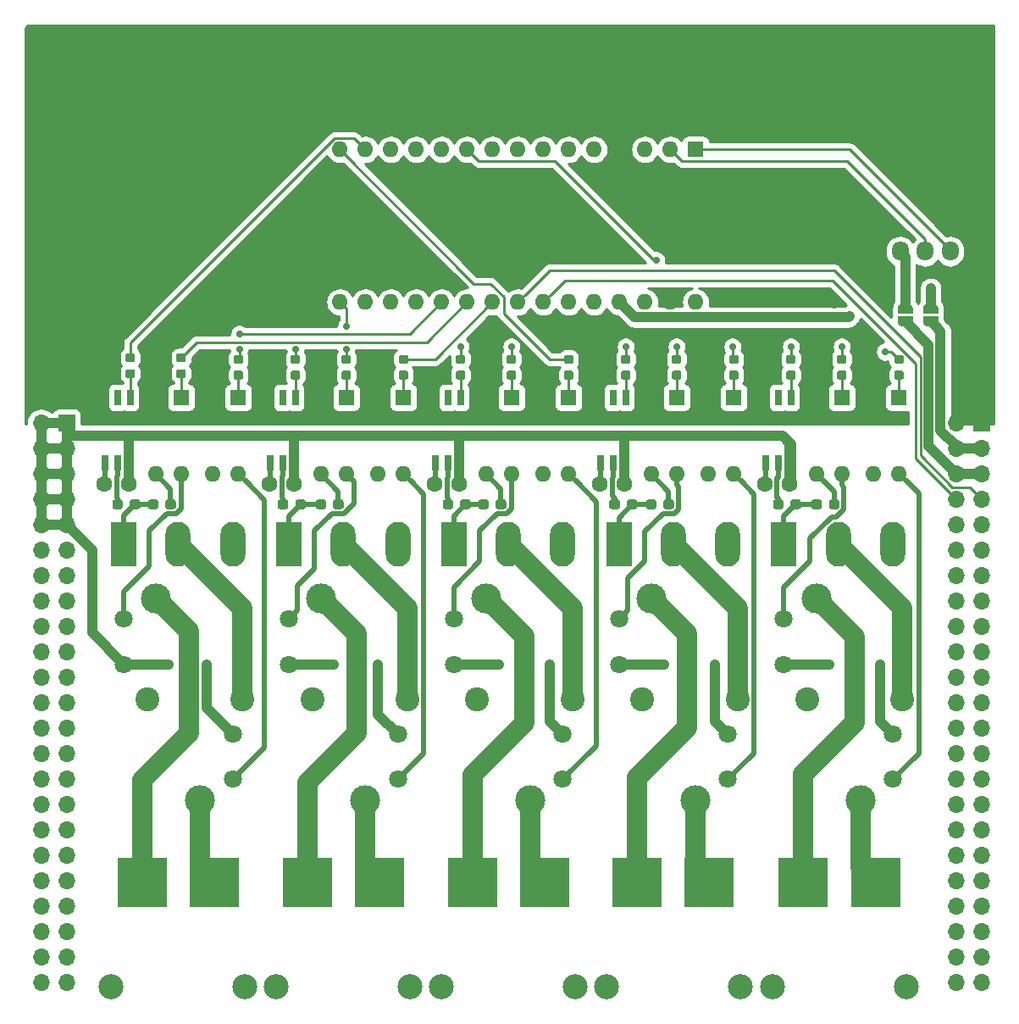
<source format=gtl>
G04 #@! TF.GenerationSoftware,KiCad,Pcbnew,(5.1.2)-1*
G04 #@! TF.CreationDate,2019-05-30T15:53:57+09:00*
G04 #@! TF.ProjectId,MD_2016_remake,4d445f32-3031-4365-9f72-656d616b652e,rev?*
G04 #@! TF.SameCoordinates,PXaba9500PY3473bc0*
G04 #@! TF.FileFunction,Copper,L1,Top*
G04 #@! TF.FilePolarity,Positive*
%FSLAX46Y46*%
G04 Gerber Fmt 4.6, Leading zero omitted, Abs format (unit mm)*
G04 Created by KiCad (PCBNEW (5.1.2)-1) date 2019-05-30 15:53:57*
%MOMM*%
%LPD*%
G04 APERTURE LIST*
%ADD10C,1.600000*%
%ADD11C,0.100000*%
%ADD12C,0.875000*%
%ADD13O,1.700000X1.950000*%
%ADD14C,1.700000*%
%ADD15R,1.600000X1.600000*%
%ADD16O,1.600000X1.600000*%
%ADD17R,0.700000X1.650000*%
%ADD18R,1.700000X1.700000*%
%ADD19O,1.700000X1.700000*%
%ADD20C,0.500000*%
%ADD21C,3.000000*%
%ADD22C,1.800000*%
%ADD23C,2.400000*%
%ADD24R,5.000000X5.000000*%
%ADD25C,2.500000*%
%ADD26R,2.500000X4.500000*%
%ADD27O,2.500000X4.500000*%
%ADD28C,0.950000*%
%ADD29C,0.700000*%
%ADD30C,1.000000*%
%ADD31C,0.250000*%
%ADD32C,1.000000*%
%ADD33C,0.480000*%
%ADD34C,2.000000*%
%ADD35C,0.500000*%
%ADD36C,0.254000*%
G04 APERTURE END LIST*
D10*
X8963000Y-46896000D03*
X11463000Y-46896000D03*
X25473000Y-46896000D03*
X27973000Y-46896000D03*
X41983000Y-46896000D03*
X44483000Y-46896000D03*
X58493000Y-46896000D03*
X60993000Y-46896000D03*
X75003000Y-46896000D03*
X77503000Y-46896000D03*
D11*
G36*
X11867691Y-33861053D02*
G01*
X11888926Y-33864203D01*
X11909750Y-33869419D01*
X11929962Y-33876651D01*
X11949368Y-33885830D01*
X11967781Y-33896866D01*
X11985024Y-33909654D01*
X12000930Y-33924070D01*
X12015346Y-33939976D01*
X12028134Y-33957219D01*
X12039170Y-33975632D01*
X12048349Y-33995038D01*
X12055581Y-34015250D01*
X12060797Y-34036074D01*
X12063947Y-34057309D01*
X12065000Y-34078750D01*
X12065000Y-34516250D01*
X12063947Y-34537691D01*
X12060797Y-34558926D01*
X12055581Y-34579750D01*
X12048349Y-34599962D01*
X12039170Y-34619368D01*
X12028134Y-34637781D01*
X12015346Y-34655024D01*
X12000930Y-34670930D01*
X11985024Y-34685346D01*
X11967781Y-34698134D01*
X11949368Y-34709170D01*
X11929962Y-34718349D01*
X11909750Y-34725581D01*
X11888926Y-34730797D01*
X11867691Y-34733947D01*
X11846250Y-34735000D01*
X11333750Y-34735000D01*
X11312309Y-34733947D01*
X11291074Y-34730797D01*
X11270250Y-34725581D01*
X11250038Y-34718349D01*
X11230632Y-34709170D01*
X11212219Y-34698134D01*
X11194976Y-34685346D01*
X11179070Y-34670930D01*
X11164654Y-34655024D01*
X11151866Y-34637781D01*
X11140830Y-34619368D01*
X11131651Y-34599962D01*
X11124419Y-34579750D01*
X11119203Y-34558926D01*
X11116053Y-34537691D01*
X11115000Y-34516250D01*
X11115000Y-34078750D01*
X11116053Y-34057309D01*
X11119203Y-34036074D01*
X11124419Y-34015250D01*
X11131651Y-33995038D01*
X11140830Y-33975632D01*
X11151866Y-33957219D01*
X11164654Y-33939976D01*
X11179070Y-33924070D01*
X11194976Y-33909654D01*
X11212219Y-33896866D01*
X11230632Y-33885830D01*
X11250038Y-33876651D01*
X11270250Y-33869419D01*
X11291074Y-33864203D01*
X11312309Y-33861053D01*
X11333750Y-33860000D01*
X11846250Y-33860000D01*
X11867691Y-33861053D01*
X11867691Y-33861053D01*
G37*
D12*
X11590000Y-34297500D03*
D11*
G36*
X11867691Y-35436053D02*
G01*
X11888926Y-35439203D01*
X11909750Y-35444419D01*
X11929962Y-35451651D01*
X11949368Y-35460830D01*
X11967781Y-35471866D01*
X11985024Y-35484654D01*
X12000930Y-35499070D01*
X12015346Y-35514976D01*
X12028134Y-35532219D01*
X12039170Y-35550632D01*
X12048349Y-35570038D01*
X12055581Y-35590250D01*
X12060797Y-35611074D01*
X12063947Y-35632309D01*
X12065000Y-35653750D01*
X12065000Y-36091250D01*
X12063947Y-36112691D01*
X12060797Y-36133926D01*
X12055581Y-36154750D01*
X12048349Y-36174962D01*
X12039170Y-36194368D01*
X12028134Y-36212781D01*
X12015346Y-36230024D01*
X12000930Y-36245930D01*
X11985024Y-36260346D01*
X11967781Y-36273134D01*
X11949368Y-36284170D01*
X11929962Y-36293349D01*
X11909750Y-36300581D01*
X11888926Y-36305797D01*
X11867691Y-36308947D01*
X11846250Y-36310000D01*
X11333750Y-36310000D01*
X11312309Y-36308947D01*
X11291074Y-36305797D01*
X11270250Y-36300581D01*
X11250038Y-36293349D01*
X11230632Y-36284170D01*
X11212219Y-36273134D01*
X11194976Y-36260346D01*
X11179070Y-36245930D01*
X11164654Y-36230024D01*
X11151866Y-36212781D01*
X11140830Y-36194368D01*
X11131651Y-36174962D01*
X11124419Y-36154750D01*
X11119203Y-36133926D01*
X11116053Y-36112691D01*
X11115000Y-36091250D01*
X11115000Y-35653750D01*
X11116053Y-35632309D01*
X11119203Y-35611074D01*
X11124419Y-35590250D01*
X11131651Y-35570038D01*
X11140830Y-35550632D01*
X11151866Y-35532219D01*
X11164654Y-35514976D01*
X11179070Y-35499070D01*
X11194976Y-35484654D01*
X11212219Y-35471866D01*
X11230632Y-35460830D01*
X11250038Y-35451651D01*
X11270250Y-35444419D01*
X11291074Y-35439203D01*
X11312309Y-35436053D01*
X11333750Y-35435000D01*
X11846250Y-35435000D01*
X11867691Y-35436053D01*
X11867691Y-35436053D01*
G37*
D12*
X11590000Y-35872500D03*
D11*
G36*
X22662691Y-34013553D02*
G01*
X22683926Y-34016703D01*
X22704750Y-34021919D01*
X22724962Y-34029151D01*
X22744368Y-34038330D01*
X22762781Y-34049366D01*
X22780024Y-34062154D01*
X22795930Y-34076570D01*
X22810346Y-34092476D01*
X22823134Y-34109719D01*
X22834170Y-34128132D01*
X22843349Y-34147538D01*
X22850581Y-34167750D01*
X22855797Y-34188574D01*
X22858947Y-34209809D01*
X22860000Y-34231250D01*
X22860000Y-34668750D01*
X22858947Y-34690191D01*
X22855797Y-34711426D01*
X22850581Y-34732250D01*
X22843349Y-34752462D01*
X22834170Y-34771868D01*
X22823134Y-34790281D01*
X22810346Y-34807524D01*
X22795930Y-34823430D01*
X22780024Y-34837846D01*
X22762781Y-34850634D01*
X22744368Y-34861670D01*
X22724962Y-34870849D01*
X22704750Y-34878081D01*
X22683926Y-34883297D01*
X22662691Y-34886447D01*
X22641250Y-34887500D01*
X22128750Y-34887500D01*
X22107309Y-34886447D01*
X22086074Y-34883297D01*
X22065250Y-34878081D01*
X22045038Y-34870849D01*
X22025632Y-34861670D01*
X22007219Y-34850634D01*
X21989976Y-34837846D01*
X21974070Y-34823430D01*
X21959654Y-34807524D01*
X21946866Y-34790281D01*
X21935830Y-34771868D01*
X21926651Y-34752462D01*
X21919419Y-34732250D01*
X21914203Y-34711426D01*
X21911053Y-34690191D01*
X21910000Y-34668750D01*
X21910000Y-34231250D01*
X21911053Y-34209809D01*
X21914203Y-34188574D01*
X21919419Y-34167750D01*
X21926651Y-34147538D01*
X21935830Y-34128132D01*
X21946866Y-34109719D01*
X21959654Y-34092476D01*
X21974070Y-34076570D01*
X21989976Y-34062154D01*
X22007219Y-34049366D01*
X22025632Y-34038330D01*
X22045038Y-34029151D01*
X22065250Y-34021919D01*
X22086074Y-34016703D01*
X22107309Y-34013553D01*
X22128750Y-34012500D01*
X22641250Y-34012500D01*
X22662691Y-34013553D01*
X22662691Y-34013553D01*
G37*
D12*
X22385000Y-34450000D03*
D11*
G36*
X22662691Y-35588553D02*
G01*
X22683926Y-35591703D01*
X22704750Y-35596919D01*
X22724962Y-35604151D01*
X22744368Y-35613330D01*
X22762781Y-35624366D01*
X22780024Y-35637154D01*
X22795930Y-35651570D01*
X22810346Y-35667476D01*
X22823134Y-35684719D01*
X22834170Y-35703132D01*
X22843349Y-35722538D01*
X22850581Y-35742750D01*
X22855797Y-35763574D01*
X22858947Y-35784809D01*
X22860000Y-35806250D01*
X22860000Y-36243750D01*
X22858947Y-36265191D01*
X22855797Y-36286426D01*
X22850581Y-36307250D01*
X22843349Y-36327462D01*
X22834170Y-36346868D01*
X22823134Y-36365281D01*
X22810346Y-36382524D01*
X22795930Y-36398430D01*
X22780024Y-36412846D01*
X22762781Y-36425634D01*
X22744368Y-36436670D01*
X22724962Y-36445849D01*
X22704750Y-36453081D01*
X22683926Y-36458297D01*
X22662691Y-36461447D01*
X22641250Y-36462500D01*
X22128750Y-36462500D01*
X22107309Y-36461447D01*
X22086074Y-36458297D01*
X22065250Y-36453081D01*
X22045038Y-36445849D01*
X22025632Y-36436670D01*
X22007219Y-36425634D01*
X21989976Y-36412846D01*
X21974070Y-36398430D01*
X21959654Y-36382524D01*
X21946866Y-36365281D01*
X21935830Y-36346868D01*
X21926651Y-36327462D01*
X21919419Y-36307250D01*
X21914203Y-36286426D01*
X21911053Y-36265191D01*
X21910000Y-36243750D01*
X21910000Y-35806250D01*
X21911053Y-35784809D01*
X21914203Y-35763574D01*
X21919419Y-35742750D01*
X21926651Y-35722538D01*
X21935830Y-35703132D01*
X21946866Y-35684719D01*
X21959654Y-35667476D01*
X21974070Y-35651570D01*
X21989976Y-35637154D01*
X22007219Y-35624366D01*
X22025632Y-35613330D01*
X22045038Y-35604151D01*
X22065250Y-35596919D01*
X22086074Y-35591703D01*
X22107309Y-35588553D01*
X22128750Y-35587500D01*
X22641250Y-35587500D01*
X22662691Y-35588553D01*
X22662691Y-35588553D01*
G37*
D12*
X22385000Y-36025000D03*
D11*
G36*
X16947691Y-33861053D02*
G01*
X16968926Y-33864203D01*
X16989750Y-33869419D01*
X17009962Y-33876651D01*
X17029368Y-33885830D01*
X17047781Y-33896866D01*
X17065024Y-33909654D01*
X17080930Y-33924070D01*
X17095346Y-33939976D01*
X17108134Y-33957219D01*
X17119170Y-33975632D01*
X17128349Y-33995038D01*
X17135581Y-34015250D01*
X17140797Y-34036074D01*
X17143947Y-34057309D01*
X17145000Y-34078750D01*
X17145000Y-34516250D01*
X17143947Y-34537691D01*
X17140797Y-34558926D01*
X17135581Y-34579750D01*
X17128349Y-34599962D01*
X17119170Y-34619368D01*
X17108134Y-34637781D01*
X17095346Y-34655024D01*
X17080930Y-34670930D01*
X17065024Y-34685346D01*
X17047781Y-34698134D01*
X17029368Y-34709170D01*
X17009962Y-34718349D01*
X16989750Y-34725581D01*
X16968926Y-34730797D01*
X16947691Y-34733947D01*
X16926250Y-34735000D01*
X16413750Y-34735000D01*
X16392309Y-34733947D01*
X16371074Y-34730797D01*
X16350250Y-34725581D01*
X16330038Y-34718349D01*
X16310632Y-34709170D01*
X16292219Y-34698134D01*
X16274976Y-34685346D01*
X16259070Y-34670930D01*
X16244654Y-34655024D01*
X16231866Y-34637781D01*
X16220830Y-34619368D01*
X16211651Y-34599962D01*
X16204419Y-34579750D01*
X16199203Y-34558926D01*
X16196053Y-34537691D01*
X16195000Y-34516250D01*
X16195000Y-34078750D01*
X16196053Y-34057309D01*
X16199203Y-34036074D01*
X16204419Y-34015250D01*
X16211651Y-33995038D01*
X16220830Y-33975632D01*
X16231866Y-33957219D01*
X16244654Y-33939976D01*
X16259070Y-33924070D01*
X16274976Y-33909654D01*
X16292219Y-33896866D01*
X16310632Y-33885830D01*
X16330038Y-33876651D01*
X16350250Y-33869419D01*
X16371074Y-33864203D01*
X16392309Y-33861053D01*
X16413750Y-33860000D01*
X16926250Y-33860000D01*
X16947691Y-33861053D01*
X16947691Y-33861053D01*
G37*
D12*
X16670000Y-34297500D03*
D11*
G36*
X16947691Y-35436053D02*
G01*
X16968926Y-35439203D01*
X16989750Y-35444419D01*
X17009962Y-35451651D01*
X17029368Y-35460830D01*
X17047781Y-35471866D01*
X17065024Y-35484654D01*
X17080930Y-35499070D01*
X17095346Y-35514976D01*
X17108134Y-35532219D01*
X17119170Y-35550632D01*
X17128349Y-35570038D01*
X17135581Y-35590250D01*
X17140797Y-35611074D01*
X17143947Y-35632309D01*
X17145000Y-35653750D01*
X17145000Y-36091250D01*
X17143947Y-36112691D01*
X17140797Y-36133926D01*
X17135581Y-36154750D01*
X17128349Y-36174962D01*
X17119170Y-36194368D01*
X17108134Y-36212781D01*
X17095346Y-36230024D01*
X17080930Y-36245930D01*
X17065024Y-36260346D01*
X17047781Y-36273134D01*
X17029368Y-36284170D01*
X17009962Y-36293349D01*
X16989750Y-36300581D01*
X16968926Y-36305797D01*
X16947691Y-36308947D01*
X16926250Y-36310000D01*
X16413750Y-36310000D01*
X16392309Y-36308947D01*
X16371074Y-36305797D01*
X16350250Y-36300581D01*
X16330038Y-36293349D01*
X16310632Y-36284170D01*
X16292219Y-36273134D01*
X16274976Y-36260346D01*
X16259070Y-36245930D01*
X16244654Y-36230024D01*
X16231866Y-36212781D01*
X16220830Y-36194368D01*
X16211651Y-36174962D01*
X16204419Y-36154750D01*
X16199203Y-36133926D01*
X16196053Y-36112691D01*
X16195000Y-36091250D01*
X16195000Y-35653750D01*
X16196053Y-35632309D01*
X16199203Y-35611074D01*
X16204419Y-35590250D01*
X16211651Y-35570038D01*
X16220830Y-35550632D01*
X16231866Y-35532219D01*
X16244654Y-35514976D01*
X16259070Y-35499070D01*
X16274976Y-35484654D01*
X16292219Y-35471866D01*
X16310632Y-35460830D01*
X16330038Y-35451651D01*
X16350250Y-35444419D01*
X16371074Y-35439203D01*
X16392309Y-35436053D01*
X16413750Y-35435000D01*
X16926250Y-35435000D01*
X16947691Y-35436053D01*
X16947691Y-35436053D01*
G37*
D12*
X16670000Y-35872500D03*
D11*
G36*
X28377691Y-34013553D02*
G01*
X28398926Y-34016703D01*
X28419750Y-34021919D01*
X28439962Y-34029151D01*
X28459368Y-34038330D01*
X28477781Y-34049366D01*
X28495024Y-34062154D01*
X28510930Y-34076570D01*
X28525346Y-34092476D01*
X28538134Y-34109719D01*
X28549170Y-34128132D01*
X28558349Y-34147538D01*
X28565581Y-34167750D01*
X28570797Y-34188574D01*
X28573947Y-34209809D01*
X28575000Y-34231250D01*
X28575000Y-34668750D01*
X28573947Y-34690191D01*
X28570797Y-34711426D01*
X28565581Y-34732250D01*
X28558349Y-34752462D01*
X28549170Y-34771868D01*
X28538134Y-34790281D01*
X28525346Y-34807524D01*
X28510930Y-34823430D01*
X28495024Y-34837846D01*
X28477781Y-34850634D01*
X28459368Y-34861670D01*
X28439962Y-34870849D01*
X28419750Y-34878081D01*
X28398926Y-34883297D01*
X28377691Y-34886447D01*
X28356250Y-34887500D01*
X27843750Y-34887500D01*
X27822309Y-34886447D01*
X27801074Y-34883297D01*
X27780250Y-34878081D01*
X27760038Y-34870849D01*
X27740632Y-34861670D01*
X27722219Y-34850634D01*
X27704976Y-34837846D01*
X27689070Y-34823430D01*
X27674654Y-34807524D01*
X27661866Y-34790281D01*
X27650830Y-34771868D01*
X27641651Y-34752462D01*
X27634419Y-34732250D01*
X27629203Y-34711426D01*
X27626053Y-34690191D01*
X27625000Y-34668750D01*
X27625000Y-34231250D01*
X27626053Y-34209809D01*
X27629203Y-34188574D01*
X27634419Y-34167750D01*
X27641651Y-34147538D01*
X27650830Y-34128132D01*
X27661866Y-34109719D01*
X27674654Y-34092476D01*
X27689070Y-34076570D01*
X27704976Y-34062154D01*
X27722219Y-34049366D01*
X27740632Y-34038330D01*
X27760038Y-34029151D01*
X27780250Y-34021919D01*
X27801074Y-34016703D01*
X27822309Y-34013553D01*
X27843750Y-34012500D01*
X28356250Y-34012500D01*
X28377691Y-34013553D01*
X28377691Y-34013553D01*
G37*
D12*
X28100000Y-34450000D03*
D11*
G36*
X28377691Y-35588553D02*
G01*
X28398926Y-35591703D01*
X28419750Y-35596919D01*
X28439962Y-35604151D01*
X28459368Y-35613330D01*
X28477781Y-35624366D01*
X28495024Y-35637154D01*
X28510930Y-35651570D01*
X28525346Y-35667476D01*
X28538134Y-35684719D01*
X28549170Y-35703132D01*
X28558349Y-35722538D01*
X28565581Y-35742750D01*
X28570797Y-35763574D01*
X28573947Y-35784809D01*
X28575000Y-35806250D01*
X28575000Y-36243750D01*
X28573947Y-36265191D01*
X28570797Y-36286426D01*
X28565581Y-36307250D01*
X28558349Y-36327462D01*
X28549170Y-36346868D01*
X28538134Y-36365281D01*
X28525346Y-36382524D01*
X28510930Y-36398430D01*
X28495024Y-36412846D01*
X28477781Y-36425634D01*
X28459368Y-36436670D01*
X28439962Y-36445849D01*
X28419750Y-36453081D01*
X28398926Y-36458297D01*
X28377691Y-36461447D01*
X28356250Y-36462500D01*
X27843750Y-36462500D01*
X27822309Y-36461447D01*
X27801074Y-36458297D01*
X27780250Y-36453081D01*
X27760038Y-36445849D01*
X27740632Y-36436670D01*
X27722219Y-36425634D01*
X27704976Y-36412846D01*
X27689070Y-36398430D01*
X27674654Y-36382524D01*
X27661866Y-36365281D01*
X27650830Y-36346868D01*
X27641651Y-36327462D01*
X27634419Y-36307250D01*
X27629203Y-36286426D01*
X27626053Y-36265191D01*
X27625000Y-36243750D01*
X27625000Y-35806250D01*
X27626053Y-35784809D01*
X27629203Y-35763574D01*
X27634419Y-35742750D01*
X27641651Y-35722538D01*
X27650830Y-35703132D01*
X27661866Y-35684719D01*
X27674654Y-35667476D01*
X27689070Y-35651570D01*
X27704976Y-35637154D01*
X27722219Y-35624366D01*
X27740632Y-35613330D01*
X27760038Y-35604151D01*
X27780250Y-35596919D01*
X27801074Y-35591703D01*
X27822309Y-35588553D01*
X27843750Y-35587500D01*
X28356250Y-35587500D01*
X28377691Y-35588553D01*
X28377691Y-35588553D01*
G37*
D12*
X28100000Y-36025000D03*
D11*
G36*
X39172691Y-34013553D02*
G01*
X39193926Y-34016703D01*
X39214750Y-34021919D01*
X39234962Y-34029151D01*
X39254368Y-34038330D01*
X39272781Y-34049366D01*
X39290024Y-34062154D01*
X39305930Y-34076570D01*
X39320346Y-34092476D01*
X39333134Y-34109719D01*
X39344170Y-34128132D01*
X39353349Y-34147538D01*
X39360581Y-34167750D01*
X39365797Y-34188574D01*
X39368947Y-34209809D01*
X39370000Y-34231250D01*
X39370000Y-34668750D01*
X39368947Y-34690191D01*
X39365797Y-34711426D01*
X39360581Y-34732250D01*
X39353349Y-34752462D01*
X39344170Y-34771868D01*
X39333134Y-34790281D01*
X39320346Y-34807524D01*
X39305930Y-34823430D01*
X39290024Y-34837846D01*
X39272781Y-34850634D01*
X39254368Y-34861670D01*
X39234962Y-34870849D01*
X39214750Y-34878081D01*
X39193926Y-34883297D01*
X39172691Y-34886447D01*
X39151250Y-34887500D01*
X38638750Y-34887500D01*
X38617309Y-34886447D01*
X38596074Y-34883297D01*
X38575250Y-34878081D01*
X38555038Y-34870849D01*
X38535632Y-34861670D01*
X38517219Y-34850634D01*
X38499976Y-34837846D01*
X38484070Y-34823430D01*
X38469654Y-34807524D01*
X38456866Y-34790281D01*
X38445830Y-34771868D01*
X38436651Y-34752462D01*
X38429419Y-34732250D01*
X38424203Y-34711426D01*
X38421053Y-34690191D01*
X38420000Y-34668750D01*
X38420000Y-34231250D01*
X38421053Y-34209809D01*
X38424203Y-34188574D01*
X38429419Y-34167750D01*
X38436651Y-34147538D01*
X38445830Y-34128132D01*
X38456866Y-34109719D01*
X38469654Y-34092476D01*
X38484070Y-34076570D01*
X38499976Y-34062154D01*
X38517219Y-34049366D01*
X38535632Y-34038330D01*
X38555038Y-34029151D01*
X38575250Y-34021919D01*
X38596074Y-34016703D01*
X38617309Y-34013553D01*
X38638750Y-34012500D01*
X39151250Y-34012500D01*
X39172691Y-34013553D01*
X39172691Y-34013553D01*
G37*
D12*
X38895000Y-34450000D03*
D11*
G36*
X39172691Y-35588553D02*
G01*
X39193926Y-35591703D01*
X39214750Y-35596919D01*
X39234962Y-35604151D01*
X39254368Y-35613330D01*
X39272781Y-35624366D01*
X39290024Y-35637154D01*
X39305930Y-35651570D01*
X39320346Y-35667476D01*
X39333134Y-35684719D01*
X39344170Y-35703132D01*
X39353349Y-35722538D01*
X39360581Y-35742750D01*
X39365797Y-35763574D01*
X39368947Y-35784809D01*
X39370000Y-35806250D01*
X39370000Y-36243750D01*
X39368947Y-36265191D01*
X39365797Y-36286426D01*
X39360581Y-36307250D01*
X39353349Y-36327462D01*
X39344170Y-36346868D01*
X39333134Y-36365281D01*
X39320346Y-36382524D01*
X39305930Y-36398430D01*
X39290024Y-36412846D01*
X39272781Y-36425634D01*
X39254368Y-36436670D01*
X39234962Y-36445849D01*
X39214750Y-36453081D01*
X39193926Y-36458297D01*
X39172691Y-36461447D01*
X39151250Y-36462500D01*
X38638750Y-36462500D01*
X38617309Y-36461447D01*
X38596074Y-36458297D01*
X38575250Y-36453081D01*
X38555038Y-36445849D01*
X38535632Y-36436670D01*
X38517219Y-36425634D01*
X38499976Y-36412846D01*
X38484070Y-36398430D01*
X38469654Y-36382524D01*
X38456866Y-36365281D01*
X38445830Y-36346868D01*
X38436651Y-36327462D01*
X38429419Y-36307250D01*
X38424203Y-36286426D01*
X38421053Y-36265191D01*
X38420000Y-36243750D01*
X38420000Y-35806250D01*
X38421053Y-35784809D01*
X38424203Y-35763574D01*
X38429419Y-35742750D01*
X38436651Y-35722538D01*
X38445830Y-35703132D01*
X38456866Y-35684719D01*
X38469654Y-35667476D01*
X38484070Y-35651570D01*
X38499976Y-35637154D01*
X38517219Y-35624366D01*
X38535632Y-35613330D01*
X38555038Y-35604151D01*
X38575250Y-35596919D01*
X38596074Y-35591703D01*
X38617309Y-35588553D01*
X38638750Y-35587500D01*
X39151250Y-35587500D01*
X39172691Y-35588553D01*
X39172691Y-35588553D01*
G37*
D12*
X38895000Y-36025000D03*
D11*
G36*
X33457691Y-34013553D02*
G01*
X33478926Y-34016703D01*
X33499750Y-34021919D01*
X33519962Y-34029151D01*
X33539368Y-34038330D01*
X33557781Y-34049366D01*
X33575024Y-34062154D01*
X33590930Y-34076570D01*
X33605346Y-34092476D01*
X33618134Y-34109719D01*
X33629170Y-34128132D01*
X33638349Y-34147538D01*
X33645581Y-34167750D01*
X33650797Y-34188574D01*
X33653947Y-34209809D01*
X33655000Y-34231250D01*
X33655000Y-34668750D01*
X33653947Y-34690191D01*
X33650797Y-34711426D01*
X33645581Y-34732250D01*
X33638349Y-34752462D01*
X33629170Y-34771868D01*
X33618134Y-34790281D01*
X33605346Y-34807524D01*
X33590930Y-34823430D01*
X33575024Y-34837846D01*
X33557781Y-34850634D01*
X33539368Y-34861670D01*
X33519962Y-34870849D01*
X33499750Y-34878081D01*
X33478926Y-34883297D01*
X33457691Y-34886447D01*
X33436250Y-34887500D01*
X32923750Y-34887500D01*
X32902309Y-34886447D01*
X32881074Y-34883297D01*
X32860250Y-34878081D01*
X32840038Y-34870849D01*
X32820632Y-34861670D01*
X32802219Y-34850634D01*
X32784976Y-34837846D01*
X32769070Y-34823430D01*
X32754654Y-34807524D01*
X32741866Y-34790281D01*
X32730830Y-34771868D01*
X32721651Y-34752462D01*
X32714419Y-34732250D01*
X32709203Y-34711426D01*
X32706053Y-34690191D01*
X32705000Y-34668750D01*
X32705000Y-34231250D01*
X32706053Y-34209809D01*
X32709203Y-34188574D01*
X32714419Y-34167750D01*
X32721651Y-34147538D01*
X32730830Y-34128132D01*
X32741866Y-34109719D01*
X32754654Y-34092476D01*
X32769070Y-34076570D01*
X32784976Y-34062154D01*
X32802219Y-34049366D01*
X32820632Y-34038330D01*
X32840038Y-34029151D01*
X32860250Y-34021919D01*
X32881074Y-34016703D01*
X32902309Y-34013553D01*
X32923750Y-34012500D01*
X33436250Y-34012500D01*
X33457691Y-34013553D01*
X33457691Y-34013553D01*
G37*
D12*
X33180000Y-34450000D03*
D11*
G36*
X33457691Y-35588553D02*
G01*
X33478926Y-35591703D01*
X33499750Y-35596919D01*
X33519962Y-35604151D01*
X33539368Y-35613330D01*
X33557781Y-35624366D01*
X33575024Y-35637154D01*
X33590930Y-35651570D01*
X33605346Y-35667476D01*
X33618134Y-35684719D01*
X33629170Y-35703132D01*
X33638349Y-35722538D01*
X33645581Y-35742750D01*
X33650797Y-35763574D01*
X33653947Y-35784809D01*
X33655000Y-35806250D01*
X33655000Y-36243750D01*
X33653947Y-36265191D01*
X33650797Y-36286426D01*
X33645581Y-36307250D01*
X33638349Y-36327462D01*
X33629170Y-36346868D01*
X33618134Y-36365281D01*
X33605346Y-36382524D01*
X33590930Y-36398430D01*
X33575024Y-36412846D01*
X33557781Y-36425634D01*
X33539368Y-36436670D01*
X33519962Y-36445849D01*
X33499750Y-36453081D01*
X33478926Y-36458297D01*
X33457691Y-36461447D01*
X33436250Y-36462500D01*
X32923750Y-36462500D01*
X32902309Y-36461447D01*
X32881074Y-36458297D01*
X32860250Y-36453081D01*
X32840038Y-36445849D01*
X32820632Y-36436670D01*
X32802219Y-36425634D01*
X32784976Y-36412846D01*
X32769070Y-36398430D01*
X32754654Y-36382524D01*
X32741866Y-36365281D01*
X32730830Y-36346868D01*
X32721651Y-36327462D01*
X32714419Y-36307250D01*
X32709203Y-36286426D01*
X32706053Y-36265191D01*
X32705000Y-36243750D01*
X32705000Y-35806250D01*
X32706053Y-35784809D01*
X32709203Y-35763574D01*
X32714419Y-35742750D01*
X32721651Y-35722538D01*
X32730830Y-35703132D01*
X32741866Y-35684719D01*
X32754654Y-35667476D01*
X32769070Y-35651570D01*
X32784976Y-35637154D01*
X32802219Y-35624366D01*
X32820632Y-35613330D01*
X32840038Y-35604151D01*
X32860250Y-35596919D01*
X32881074Y-35591703D01*
X32902309Y-35588553D01*
X32923750Y-35587500D01*
X33436250Y-35587500D01*
X33457691Y-35588553D01*
X33457691Y-35588553D01*
G37*
D12*
X33180000Y-36025000D03*
D11*
G36*
X44887691Y-34013553D02*
G01*
X44908926Y-34016703D01*
X44929750Y-34021919D01*
X44949962Y-34029151D01*
X44969368Y-34038330D01*
X44987781Y-34049366D01*
X45005024Y-34062154D01*
X45020930Y-34076570D01*
X45035346Y-34092476D01*
X45048134Y-34109719D01*
X45059170Y-34128132D01*
X45068349Y-34147538D01*
X45075581Y-34167750D01*
X45080797Y-34188574D01*
X45083947Y-34209809D01*
X45085000Y-34231250D01*
X45085000Y-34668750D01*
X45083947Y-34690191D01*
X45080797Y-34711426D01*
X45075581Y-34732250D01*
X45068349Y-34752462D01*
X45059170Y-34771868D01*
X45048134Y-34790281D01*
X45035346Y-34807524D01*
X45020930Y-34823430D01*
X45005024Y-34837846D01*
X44987781Y-34850634D01*
X44969368Y-34861670D01*
X44949962Y-34870849D01*
X44929750Y-34878081D01*
X44908926Y-34883297D01*
X44887691Y-34886447D01*
X44866250Y-34887500D01*
X44353750Y-34887500D01*
X44332309Y-34886447D01*
X44311074Y-34883297D01*
X44290250Y-34878081D01*
X44270038Y-34870849D01*
X44250632Y-34861670D01*
X44232219Y-34850634D01*
X44214976Y-34837846D01*
X44199070Y-34823430D01*
X44184654Y-34807524D01*
X44171866Y-34790281D01*
X44160830Y-34771868D01*
X44151651Y-34752462D01*
X44144419Y-34732250D01*
X44139203Y-34711426D01*
X44136053Y-34690191D01*
X44135000Y-34668750D01*
X44135000Y-34231250D01*
X44136053Y-34209809D01*
X44139203Y-34188574D01*
X44144419Y-34167750D01*
X44151651Y-34147538D01*
X44160830Y-34128132D01*
X44171866Y-34109719D01*
X44184654Y-34092476D01*
X44199070Y-34076570D01*
X44214976Y-34062154D01*
X44232219Y-34049366D01*
X44250632Y-34038330D01*
X44270038Y-34029151D01*
X44290250Y-34021919D01*
X44311074Y-34016703D01*
X44332309Y-34013553D01*
X44353750Y-34012500D01*
X44866250Y-34012500D01*
X44887691Y-34013553D01*
X44887691Y-34013553D01*
G37*
D12*
X44610000Y-34450000D03*
D11*
G36*
X44887691Y-35588553D02*
G01*
X44908926Y-35591703D01*
X44929750Y-35596919D01*
X44949962Y-35604151D01*
X44969368Y-35613330D01*
X44987781Y-35624366D01*
X45005024Y-35637154D01*
X45020930Y-35651570D01*
X45035346Y-35667476D01*
X45048134Y-35684719D01*
X45059170Y-35703132D01*
X45068349Y-35722538D01*
X45075581Y-35742750D01*
X45080797Y-35763574D01*
X45083947Y-35784809D01*
X45085000Y-35806250D01*
X45085000Y-36243750D01*
X45083947Y-36265191D01*
X45080797Y-36286426D01*
X45075581Y-36307250D01*
X45068349Y-36327462D01*
X45059170Y-36346868D01*
X45048134Y-36365281D01*
X45035346Y-36382524D01*
X45020930Y-36398430D01*
X45005024Y-36412846D01*
X44987781Y-36425634D01*
X44969368Y-36436670D01*
X44949962Y-36445849D01*
X44929750Y-36453081D01*
X44908926Y-36458297D01*
X44887691Y-36461447D01*
X44866250Y-36462500D01*
X44353750Y-36462500D01*
X44332309Y-36461447D01*
X44311074Y-36458297D01*
X44290250Y-36453081D01*
X44270038Y-36445849D01*
X44250632Y-36436670D01*
X44232219Y-36425634D01*
X44214976Y-36412846D01*
X44199070Y-36398430D01*
X44184654Y-36382524D01*
X44171866Y-36365281D01*
X44160830Y-36346868D01*
X44151651Y-36327462D01*
X44144419Y-36307250D01*
X44139203Y-36286426D01*
X44136053Y-36265191D01*
X44135000Y-36243750D01*
X44135000Y-35806250D01*
X44136053Y-35784809D01*
X44139203Y-35763574D01*
X44144419Y-35742750D01*
X44151651Y-35722538D01*
X44160830Y-35703132D01*
X44171866Y-35684719D01*
X44184654Y-35667476D01*
X44199070Y-35651570D01*
X44214976Y-35637154D01*
X44232219Y-35624366D01*
X44250632Y-35613330D01*
X44270038Y-35604151D01*
X44290250Y-35596919D01*
X44311074Y-35591703D01*
X44332309Y-35588553D01*
X44353750Y-35587500D01*
X44866250Y-35587500D01*
X44887691Y-35588553D01*
X44887691Y-35588553D01*
G37*
D12*
X44610000Y-36025000D03*
D11*
G36*
X55682691Y-34013553D02*
G01*
X55703926Y-34016703D01*
X55724750Y-34021919D01*
X55744962Y-34029151D01*
X55764368Y-34038330D01*
X55782781Y-34049366D01*
X55800024Y-34062154D01*
X55815930Y-34076570D01*
X55830346Y-34092476D01*
X55843134Y-34109719D01*
X55854170Y-34128132D01*
X55863349Y-34147538D01*
X55870581Y-34167750D01*
X55875797Y-34188574D01*
X55878947Y-34209809D01*
X55880000Y-34231250D01*
X55880000Y-34668750D01*
X55878947Y-34690191D01*
X55875797Y-34711426D01*
X55870581Y-34732250D01*
X55863349Y-34752462D01*
X55854170Y-34771868D01*
X55843134Y-34790281D01*
X55830346Y-34807524D01*
X55815930Y-34823430D01*
X55800024Y-34837846D01*
X55782781Y-34850634D01*
X55764368Y-34861670D01*
X55744962Y-34870849D01*
X55724750Y-34878081D01*
X55703926Y-34883297D01*
X55682691Y-34886447D01*
X55661250Y-34887500D01*
X55148750Y-34887500D01*
X55127309Y-34886447D01*
X55106074Y-34883297D01*
X55085250Y-34878081D01*
X55065038Y-34870849D01*
X55045632Y-34861670D01*
X55027219Y-34850634D01*
X55009976Y-34837846D01*
X54994070Y-34823430D01*
X54979654Y-34807524D01*
X54966866Y-34790281D01*
X54955830Y-34771868D01*
X54946651Y-34752462D01*
X54939419Y-34732250D01*
X54934203Y-34711426D01*
X54931053Y-34690191D01*
X54930000Y-34668750D01*
X54930000Y-34231250D01*
X54931053Y-34209809D01*
X54934203Y-34188574D01*
X54939419Y-34167750D01*
X54946651Y-34147538D01*
X54955830Y-34128132D01*
X54966866Y-34109719D01*
X54979654Y-34092476D01*
X54994070Y-34076570D01*
X55009976Y-34062154D01*
X55027219Y-34049366D01*
X55045632Y-34038330D01*
X55065038Y-34029151D01*
X55085250Y-34021919D01*
X55106074Y-34016703D01*
X55127309Y-34013553D01*
X55148750Y-34012500D01*
X55661250Y-34012500D01*
X55682691Y-34013553D01*
X55682691Y-34013553D01*
G37*
D12*
X55405000Y-34450000D03*
D11*
G36*
X55682691Y-35588553D02*
G01*
X55703926Y-35591703D01*
X55724750Y-35596919D01*
X55744962Y-35604151D01*
X55764368Y-35613330D01*
X55782781Y-35624366D01*
X55800024Y-35637154D01*
X55815930Y-35651570D01*
X55830346Y-35667476D01*
X55843134Y-35684719D01*
X55854170Y-35703132D01*
X55863349Y-35722538D01*
X55870581Y-35742750D01*
X55875797Y-35763574D01*
X55878947Y-35784809D01*
X55880000Y-35806250D01*
X55880000Y-36243750D01*
X55878947Y-36265191D01*
X55875797Y-36286426D01*
X55870581Y-36307250D01*
X55863349Y-36327462D01*
X55854170Y-36346868D01*
X55843134Y-36365281D01*
X55830346Y-36382524D01*
X55815930Y-36398430D01*
X55800024Y-36412846D01*
X55782781Y-36425634D01*
X55764368Y-36436670D01*
X55744962Y-36445849D01*
X55724750Y-36453081D01*
X55703926Y-36458297D01*
X55682691Y-36461447D01*
X55661250Y-36462500D01*
X55148750Y-36462500D01*
X55127309Y-36461447D01*
X55106074Y-36458297D01*
X55085250Y-36453081D01*
X55065038Y-36445849D01*
X55045632Y-36436670D01*
X55027219Y-36425634D01*
X55009976Y-36412846D01*
X54994070Y-36398430D01*
X54979654Y-36382524D01*
X54966866Y-36365281D01*
X54955830Y-36346868D01*
X54946651Y-36327462D01*
X54939419Y-36307250D01*
X54934203Y-36286426D01*
X54931053Y-36265191D01*
X54930000Y-36243750D01*
X54930000Y-35806250D01*
X54931053Y-35784809D01*
X54934203Y-35763574D01*
X54939419Y-35742750D01*
X54946651Y-35722538D01*
X54955830Y-35703132D01*
X54966866Y-35684719D01*
X54979654Y-35667476D01*
X54994070Y-35651570D01*
X55009976Y-35637154D01*
X55027219Y-35624366D01*
X55045632Y-35613330D01*
X55065038Y-35604151D01*
X55085250Y-35596919D01*
X55106074Y-35591703D01*
X55127309Y-35588553D01*
X55148750Y-35587500D01*
X55661250Y-35587500D01*
X55682691Y-35588553D01*
X55682691Y-35588553D01*
G37*
D12*
X55405000Y-36025000D03*
D11*
G36*
X49967691Y-34013553D02*
G01*
X49988926Y-34016703D01*
X50009750Y-34021919D01*
X50029962Y-34029151D01*
X50049368Y-34038330D01*
X50067781Y-34049366D01*
X50085024Y-34062154D01*
X50100930Y-34076570D01*
X50115346Y-34092476D01*
X50128134Y-34109719D01*
X50139170Y-34128132D01*
X50148349Y-34147538D01*
X50155581Y-34167750D01*
X50160797Y-34188574D01*
X50163947Y-34209809D01*
X50165000Y-34231250D01*
X50165000Y-34668750D01*
X50163947Y-34690191D01*
X50160797Y-34711426D01*
X50155581Y-34732250D01*
X50148349Y-34752462D01*
X50139170Y-34771868D01*
X50128134Y-34790281D01*
X50115346Y-34807524D01*
X50100930Y-34823430D01*
X50085024Y-34837846D01*
X50067781Y-34850634D01*
X50049368Y-34861670D01*
X50029962Y-34870849D01*
X50009750Y-34878081D01*
X49988926Y-34883297D01*
X49967691Y-34886447D01*
X49946250Y-34887500D01*
X49433750Y-34887500D01*
X49412309Y-34886447D01*
X49391074Y-34883297D01*
X49370250Y-34878081D01*
X49350038Y-34870849D01*
X49330632Y-34861670D01*
X49312219Y-34850634D01*
X49294976Y-34837846D01*
X49279070Y-34823430D01*
X49264654Y-34807524D01*
X49251866Y-34790281D01*
X49240830Y-34771868D01*
X49231651Y-34752462D01*
X49224419Y-34732250D01*
X49219203Y-34711426D01*
X49216053Y-34690191D01*
X49215000Y-34668750D01*
X49215000Y-34231250D01*
X49216053Y-34209809D01*
X49219203Y-34188574D01*
X49224419Y-34167750D01*
X49231651Y-34147538D01*
X49240830Y-34128132D01*
X49251866Y-34109719D01*
X49264654Y-34092476D01*
X49279070Y-34076570D01*
X49294976Y-34062154D01*
X49312219Y-34049366D01*
X49330632Y-34038330D01*
X49350038Y-34029151D01*
X49370250Y-34021919D01*
X49391074Y-34016703D01*
X49412309Y-34013553D01*
X49433750Y-34012500D01*
X49946250Y-34012500D01*
X49967691Y-34013553D01*
X49967691Y-34013553D01*
G37*
D12*
X49690000Y-34450000D03*
D11*
G36*
X49967691Y-35588553D02*
G01*
X49988926Y-35591703D01*
X50009750Y-35596919D01*
X50029962Y-35604151D01*
X50049368Y-35613330D01*
X50067781Y-35624366D01*
X50085024Y-35637154D01*
X50100930Y-35651570D01*
X50115346Y-35667476D01*
X50128134Y-35684719D01*
X50139170Y-35703132D01*
X50148349Y-35722538D01*
X50155581Y-35742750D01*
X50160797Y-35763574D01*
X50163947Y-35784809D01*
X50165000Y-35806250D01*
X50165000Y-36243750D01*
X50163947Y-36265191D01*
X50160797Y-36286426D01*
X50155581Y-36307250D01*
X50148349Y-36327462D01*
X50139170Y-36346868D01*
X50128134Y-36365281D01*
X50115346Y-36382524D01*
X50100930Y-36398430D01*
X50085024Y-36412846D01*
X50067781Y-36425634D01*
X50049368Y-36436670D01*
X50029962Y-36445849D01*
X50009750Y-36453081D01*
X49988926Y-36458297D01*
X49967691Y-36461447D01*
X49946250Y-36462500D01*
X49433750Y-36462500D01*
X49412309Y-36461447D01*
X49391074Y-36458297D01*
X49370250Y-36453081D01*
X49350038Y-36445849D01*
X49330632Y-36436670D01*
X49312219Y-36425634D01*
X49294976Y-36412846D01*
X49279070Y-36398430D01*
X49264654Y-36382524D01*
X49251866Y-36365281D01*
X49240830Y-36346868D01*
X49231651Y-36327462D01*
X49224419Y-36307250D01*
X49219203Y-36286426D01*
X49216053Y-36265191D01*
X49215000Y-36243750D01*
X49215000Y-35806250D01*
X49216053Y-35784809D01*
X49219203Y-35763574D01*
X49224419Y-35742750D01*
X49231651Y-35722538D01*
X49240830Y-35703132D01*
X49251866Y-35684719D01*
X49264654Y-35667476D01*
X49279070Y-35651570D01*
X49294976Y-35637154D01*
X49312219Y-35624366D01*
X49330632Y-35613330D01*
X49350038Y-35604151D01*
X49370250Y-35596919D01*
X49391074Y-35591703D01*
X49412309Y-35588553D01*
X49433750Y-35587500D01*
X49946250Y-35587500D01*
X49967691Y-35588553D01*
X49967691Y-35588553D01*
G37*
D12*
X49690000Y-36025000D03*
D11*
G36*
X61397691Y-34013553D02*
G01*
X61418926Y-34016703D01*
X61439750Y-34021919D01*
X61459962Y-34029151D01*
X61479368Y-34038330D01*
X61497781Y-34049366D01*
X61515024Y-34062154D01*
X61530930Y-34076570D01*
X61545346Y-34092476D01*
X61558134Y-34109719D01*
X61569170Y-34128132D01*
X61578349Y-34147538D01*
X61585581Y-34167750D01*
X61590797Y-34188574D01*
X61593947Y-34209809D01*
X61595000Y-34231250D01*
X61595000Y-34668750D01*
X61593947Y-34690191D01*
X61590797Y-34711426D01*
X61585581Y-34732250D01*
X61578349Y-34752462D01*
X61569170Y-34771868D01*
X61558134Y-34790281D01*
X61545346Y-34807524D01*
X61530930Y-34823430D01*
X61515024Y-34837846D01*
X61497781Y-34850634D01*
X61479368Y-34861670D01*
X61459962Y-34870849D01*
X61439750Y-34878081D01*
X61418926Y-34883297D01*
X61397691Y-34886447D01*
X61376250Y-34887500D01*
X60863750Y-34887500D01*
X60842309Y-34886447D01*
X60821074Y-34883297D01*
X60800250Y-34878081D01*
X60780038Y-34870849D01*
X60760632Y-34861670D01*
X60742219Y-34850634D01*
X60724976Y-34837846D01*
X60709070Y-34823430D01*
X60694654Y-34807524D01*
X60681866Y-34790281D01*
X60670830Y-34771868D01*
X60661651Y-34752462D01*
X60654419Y-34732250D01*
X60649203Y-34711426D01*
X60646053Y-34690191D01*
X60645000Y-34668750D01*
X60645000Y-34231250D01*
X60646053Y-34209809D01*
X60649203Y-34188574D01*
X60654419Y-34167750D01*
X60661651Y-34147538D01*
X60670830Y-34128132D01*
X60681866Y-34109719D01*
X60694654Y-34092476D01*
X60709070Y-34076570D01*
X60724976Y-34062154D01*
X60742219Y-34049366D01*
X60760632Y-34038330D01*
X60780038Y-34029151D01*
X60800250Y-34021919D01*
X60821074Y-34016703D01*
X60842309Y-34013553D01*
X60863750Y-34012500D01*
X61376250Y-34012500D01*
X61397691Y-34013553D01*
X61397691Y-34013553D01*
G37*
D12*
X61120000Y-34450000D03*
D11*
G36*
X61397691Y-35588553D02*
G01*
X61418926Y-35591703D01*
X61439750Y-35596919D01*
X61459962Y-35604151D01*
X61479368Y-35613330D01*
X61497781Y-35624366D01*
X61515024Y-35637154D01*
X61530930Y-35651570D01*
X61545346Y-35667476D01*
X61558134Y-35684719D01*
X61569170Y-35703132D01*
X61578349Y-35722538D01*
X61585581Y-35742750D01*
X61590797Y-35763574D01*
X61593947Y-35784809D01*
X61595000Y-35806250D01*
X61595000Y-36243750D01*
X61593947Y-36265191D01*
X61590797Y-36286426D01*
X61585581Y-36307250D01*
X61578349Y-36327462D01*
X61569170Y-36346868D01*
X61558134Y-36365281D01*
X61545346Y-36382524D01*
X61530930Y-36398430D01*
X61515024Y-36412846D01*
X61497781Y-36425634D01*
X61479368Y-36436670D01*
X61459962Y-36445849D01*
X61439750Y-36453081D01*
X61418926Y-36458297D01*
X61397691Y-36461447D01*
X61376250Y-36462500D01*
X60863750Y-36462500D01*
X60842309Y-36461447D01*
X60821074Y-36458297D01*
X60800250Y-36453081D01*
X60780038Y-36445849D01*
X60760632Y-36436670D01*
X60742219Y-36425634D01*
X60724976Y-36412846D01*
X60709070Y-36398430D01*
X60694654Y-36382524D01*
X60681866Y-36365281D01*
X60670830Y-36346868D01*
X60661651Y-36327462D01*
X60654419Y-36307250D01*
X60649203Y-36286426D01*
X60646053Y-36265191D01*
X60645000Y-36243750D01*
X60645000Y-35806250D01*
X60646053Y-35784809D01*
X60649203Y-35763574D01*
X60654419Y-35742750D01*
X60661651Y-35722538D01*
X60670830Y-35703132D01*
X60681866Y-35684719D01*
X60694654Y-35667476D01*
X60709070Y-35651570D01*
X60724976Y-35637154D01*
X60742219Y-35624366D01*
X60760632Y-35613330D01*
X60780038Y-35604151D01*
X60800250Y-35596919D01*
X60821074Y-35591703D01*
X60842309Y-35588553D01*
X60863750Y-35587500D01*
X61376250Y-35587500D01*
X61397691Y-35588553D01*
X61397691Y-35588553D01*
G37*
D12*
X61120000Y-36025000D03*
D11*
G36*
X72192691Y-34013553D02*
G01*
X72213926Y-34016703D01*
X72234750Y-34021919D01*
X72254962Y-34029151D01*
X72274368Y-34038330D01*
X72292781Y-34049366D01*
X72310024Y-34062154D01*
X72325930Y-34076570D01*
X72340346Y-34092476D01*
X72353134Y-34109719D01*
X72364170Y-34128132D01*
X72373349Y-34147538D01*
X72380581Y-34167750D01*
X72385797Y-34188574D01*
X72388947Y-34209809D01*
X72390000Y-34231250D01*
X72390000Y-34668750D01*
X72388947Y-34690191D01*
X72385797Y-34711426D01*
X72380581Y-34732250D01*
X72373349Y-34752462D01*
X72364170Y-34771868D01*
X72353134Y-34790281D01*
X72340346Y-34807524D01*
X72325930Y-34823430D01*
X72310024Y-34837846D01*
X72292781Y-34850634D01*
X72274368Y-34861670D01*
X72254962Y-34870849D01*
X72234750Y-34878081D01*
X72213926Y-34883297D01*
X72192691Y-34886447D01*
X72171250Y-34887500D01*
X71658750Y-34887500D01*
X71637309Y-34886447D01*
X71616074Y-34883297D01*
X71595250Y-34878081D01*
X71575038Y-34870849D01*
X71555632Y-34861670D01*
X71537219Y-34850634D01*
X71519976Y-34837846D01*
X71504070Y-34823430D01*
X71489654Y-34807524D01*
X71476866Y-34790281D01*
X71465830Y-34771868D01*
X71456651Y-34752462D01*
X71449419Y-34732250D01*
X71444203Y-34711426D01*
X71441053Y-34690191D01*
X71440000Y-34668750D01*
X71440000Y-34231250D01*
X71441053Y-34209809D01*
X71444203Y-34188574D01*
X71449419Y-34167750D01*
X71456651Y-34147538D01*
X71465830Y-34128132D01*
X71476866Y-34109719D01*
X71489654Y-34092476D01*
X71504070Y-34076570D01*
X71519976Y-34062154D01*
X71537219Y-34049366D01*
X71555632Y-34038330D01*
X71575038Y-34029151D01*
X71595250Y-34021919D01*
X71616074Y-34016703D01*
X71637309Y-34013553D01*
X71658750Y-34012500D01*
X72171250Y-34012500D01*
X72192691Y-34013553D01*
X72192691Y-34013553D01*
G37*
D12*
X71915000Y-34450000D03*
D11*
G36*
X72192691Y-35588553D02*
G01*
X72213926Y-35591703D01*
X72234750Y-35596919D01*
X72254962Y-35604151D01*
X72274368Y-35613330D01*
X72292781Y-35624366D01*
X72310024Y-35637154D01*
X72325930Y-35651570D01*
X72340346Y-35667476D01*
X72353134Y-35684719D01*
X72364170Y-35703132D01*
X72373349Y-35722538D01*
X72380581Y-35742750D01*
X72385797Y-35763574D01*
X72388947Y-35784809D01*
X72390000Y-35806250D01*
X72390000Y-36243750D01*
X72388947Y-36265191D01*
X72385797Y-36286426D01*
X72380581Y-36307250D01*
X72373349Y-36327462D01*
X72364170Y-36346868D01*
X72353134Y-36365281D01*
X72340346Y-36382524D01*
X72325930Y-36398430D01*
X72310024Y-36412846D01*
X72292781Y-36425634D01*
X72274368Y-36436670D01*
X72254962Y-36445849D01*
X72234750Y-36453081D01*
X72213926Y-36458297D01*
X72192691Y-36461447D01*
X72171250Y-36462500D01*
X71658750Y-36462500D01*
X71637309Y-36461447D01*
X71616074Y-36458297D01*
X71595250Y-36453081D01*
X71575038Y-36445849D01*
X71555632Y-36436670D01*
X71537219Y-36425634D01*
X71519976Y-36412846D01*
X71504070Y-36398430D01*
X71489654Y-36382524D01*
X71476866Y-36365281D01*
X71465830Y-36346868D01*
X71456651Y-36327462D01*
X71449419Y-36307250D01*
X71444203Y-36286426D01*
X71441053Y-36265191D01*
X71440000Y-36243750D01*
X71440000Y-35806250D01*
X71441053Y-35784809D01*
X71444203Y-35763574D01*
X71449419Y-35742750D01*
X71456651Y-35722538D01*
X71465830Y-35703132D01*
X71476866Y-35684719D01*
X71489654Y-35667476D01*
X71504070Y-35651570D01*
X71519976Y-35637154D01*
X71537219Y-35624366D01*
X71555632Y-35613330D01*
X71575038Y-35604151D01*
X71595250Y-35596919D01*
X71616074Y-35591703D01*
X71637309Y-35588553D01*
X71658750Y-35587500D01*
X72171250Y-35587500D01*
X72192691Y-35588553D01*
X72192691Y-35588553D01*
G37*
D12*
X71915000Y-36025000D03*
D11*
G36*
X66477691Y-34013553D02*
G01*
X66498926Y-34016703D01*
X66519750Y-34021919D01*
X66539962Y-34029151D01*
X66559368Y-34038330D01*
X66577781Y-34049366D01*
X66595024Y-34062154D01*
X66610930Y-34076570D01*
X66625346Y-34092476D01*
X66638134Y-34109719D01*
X66649170Y-34128132D01*
X66658349Y-34147538D01*
X66665581Y-34167750D01*
X66670797Y-34188574D01*
X66673947Y-34209809D01*
X66675000Y-34231250D01*
X66675000Y-34668750D01*
X66673947Y-34690191D01*
X66670797Y-34711426D01*
X66665581Y-34732250D01*
X66658349Y-34752462D01*
X66649170Y-34771868D01*
X66638134Y-34790281D01*
X66625346Y-34807524D01*
X66610930Y-34823430D01*
X66595024Y-34837846D01*
X66577781Y-34850634D01*
X66559368Y-34861670D01*
X66539962Y-34870849D01*
X66519750Y-34878081D01*
X66498926Y-34883297D01*
X66477691Y-34886447D01*
X66456250Y-34887500D01*
X65943750Y-34887500D01*
X65922309Y-34886447D01*
X65901074Y-34883297D01*
X65880250Y-34878081D01*
X65860038Y-34870849D01*
X65840632Y-34861670D01*
X65822219Y-34850634D01*
X65804976Y-34837846D01*
X65789070Y-34823430D01*
X65774654Y-34807524D01*
X65761866Y-34790281D01*
X65750830Y-34771868D01*
X65741651Y-34752462D01*
X65734419Y-34732250D01*
X65729203Y-34711426D01*
X65726053Y-34690191D01*
X65725000Y-34668750D01*
X65725000Y-34231250D01*
X65726053Y-34209809D01*
X65729203Y-34188574D01*
X65734419Y-34167750D01*
X65741651Y-34147538D01*
X65750830Y-34128132D01*
X65761866Y-34109719D01*
X65774654Y-34092476D01*
X65789070Y-34076570D01*
X65804976Y-34062154D01*
X65822219Y-34049366D01*
X65840632Y-34038330D01*
X65860038Y-34029151D01*
X65880250Y-34021919D01*
X65901074Y-34016703D01*
X65922309Y-34013553D01*
X65943750Y-34012500D01*
X66456250Y-34012500D01*
X66477691Y-34013553D01*
X66477691Y-34013553D01*
G37*
D12*
X66200000Y-34450000D03*
D11*
G36*
X66477691Y-35588553D02*
G01*
X66498926Y-35591703D01*
X66519750Y-35596919D01*
X66539962Y-35604151D01*
X66559368Y-35613330D01*
X66577781Y-35624366D01*
X66595024Y-35637154D01*
X66610930Y-35651570D01*
X66625346Y-35667476D01*
X66638134Y-35684719D01*
X66649170Y-35703132D01*
X66658349Y-35722538D01*
X66665581Y-35742750D01*
X66670797Y-35763574D01*
X66673947Y-35784809D01*
X66675000Y-35806250D01*
X66675000Y-36243750D01*
X66673947Y-36265191D01*
X66670797Y-36286426D01*
X66665581Y-36307250D01*
X66658349Y-36327462D01*
X66649170Y-36346868D01*
X66638134Y-36365281D01*
X66625346Y-36382524D01*
X66610930Y-36398430D01*
X66595024Y-36412846D01*
X66577781Y-36425634D01*
X66559368Y-36436670D01*
X66539962Y-36445849D01*
X66519750Y-36453081D01*
X66498926Y-36458297D01*
X66477691Y-36461447D01*
X66456250Y-36462500D01*
X65943750Y-36462500D01*
X65922309Y-36461447D01*
X65901074Y-36458297D01*
X65880250Y-36453081D01*
X65860038Y-36445849D01*
X65840632Y-36436670D01*
X65822219Y-36425634D01*
X65804976Y-36412846D01*
X65789070Y-36398430D01*
X65774654Y-36382524D01*
X65761866Y-36365281D01*
X65750830Y-36346868D01*
X65741651Y-36327462D01*
X65734419Y-36307250D01*
X65729203Y-36286426D01*
X65726053Y-36265191D01*
X65725000Y-36243750D01*
X65725000Y-35806250D01*
X65726053Y-35784809D01*
X65729203Y-35763574D01*
X65734419Y-35742750D01*
X65741651Y-35722538D01*
X65750830Y-35703132D01*
X65761866Y-35684719D01*
X65774654Y-35667476D01*
X65789070Y-35651570D01*
X65804976Y-35637154D01*
X65822219Y-35624366D01*
X65840632Y-35613330D01*
X65860038Y-35604151D01*
X65880250Y-35596919D01*
X65901074Y-35591703D01*
X65922309Y-35588553D01*
X65943750Y-35587500D01*
X66456250Y-35587500D01*
X66477691Y-35588553D01*
X66477691Y-35588553D01*
G37*
D12*
X66200000Y-36025000D03*
D11*
G36*
X77907691Y-34013553D02*
G01*
X77928926Y-34016703D01*
X77949750Y-34021919D01*
X77969962Y-34029151D01*
X77989368Y-34038330D01*
X78007781Y-34049366D01*
X78025024Y-34062154D01*
X78040930Y-34076570D01*
X78055346Y-34092476D01*
X78068134Y-34109719D01*
X78079170Y-34128132D01*
X78088349Y-34147538D01*
X78095581Y-34167750D01*
X78100797Y-34188574D01*
X78103947Y-34209809D01*
X78105000Y-34231250D01*
X78105000Y-34668750D01*
X78103947Y-34690191D01*
X78100797Y-34711426D01*
X78095581Y-34732250D01*
X78088349Y-34752462D01*
X78079170Y-34771868D01*
X78068134Y-34790281D01*
X78055346Y-34807524D01*
X78040930Y-34823430D01*
X78025024Y-34837846D01*
X78007781Y-34850634D01*
X77989368Y-34861670D01*
X77969962Y-34870849D01*
X77949750Y-34878081D01*
X77928926Y-34883297D01*
X77907691Y-34886447D01*
X77886250Y-34887500D01*
X77373750Y-34887500D01*
X77352309Y-34886447D01*
X77331074Y-34883297D01*
X77310250Y-34878081D01*
X77290038Y-34870849D01*
X77270632Y-34861670D01*
X77252219Y-34850634D01*
X77234976Y-34837846D01*
X77219070Y-34823430D01*
X77204654Y-34807524D01*
X77191866Y-34790281D01*
X77180830Y-34771868D01*
X77171651Y-34752462D01*
X77164419Y-34732250D01*
X77159203Y-34711426D01*
X77156053Y-34690191D01*
X77155000Y-34668750D01*
X77155000Y-34231250D01*
X77156053Y-34209809D01*
X77159203Y-34188574D01*
X77164419Y-34167750D01*
X77171651Y-34147538D01*
X77180830Y-34128132D01*
X77191866Y-34109719D01*
X77204654Y-34092476D01*
X77219070Y-34076570D01*
X77234976Y-34062154D01*
X77252219Y-34049366D01*
X77270632Y-34038330D01*
X77290038Y-34029151D01*
X77310250Y-34021919D01*
X77331074Y-34016703D01*
X77352309Y-34013553D01*
X77373750Y-34012500D01*
X77886250Y-34012500D01*
X77907691Y-34013553D01*
X77907691Y-34013553D01*
G37*
D12*
X77630000Y-34450000D03*
D11*
G36*
X77907691Y-35588553D02*
G01*
X77928926Y-35591703D01*
X77949750Y-35596919D01*
X77969962Y-35604151D01*
X77989368Y-35613330D01*
X78007781Y-35624366D01*
X78025024Y-35637154D01*
X78040930Y-35651570D01*
X78055346Y-35667476D01*
X78068134Y-35684719D01*
X78079170Y-35703132D01*
X78088349Y-35722538D01*
X78095581Y-35742750D01*
X78100797Y-35763574D01*
X78103947Y-35784809D01*
X78105000Y-35806250D01*
X78105000Y-36243750D01*
X78103947Y-36265191D01*
X78100797Y-36286426D01*
X78095581Y-36307250D01*
X78088349Y-36327462D01*
X78079170Y-36346868D01*
X78068134Y-36365281D01*
X78055346Y-36382524D01*
X78040930Y-36398430D01*
X78025024Y-36412846D01*
X78007781Y-36425634D01*
X77989368Y-36436670D01*
X77969962Y-36445849D01*
X77949750Y-36453081D01*
X77928926Y-36458297D01*
X77907691Y-36461447D01*
X77886250Y-36462500D01*
X77373750Y-36462500D01*
X77352309Y-36461447D01*
X77331074Y-36458297D01*
X77310250Y-36453081D01*
X77290038Y-36445849D01*
X77270632Y-36436670D01*
X77252219Y-36425634D01*
X77234976Y-36412846D01*
X77219070Y-36398430D01*
X77204654Y-36382524D01*
X77191866Y-36365281D01*
X77180830Y-36346868D01*
X77171651Y-36327462D01*
X77164419Y-36307250D01*
X77159203Y-36286426D01*
X77156053Y-36265191D01*
X77155000Y-36243750D01*
X77155000Y-35806250D01*
X77156053Y-35784809D01*
X77159203Y-35763574D01*
X77164419Y-35742750D01*
X77171651Y-35722538D01*
X77180830Y-35703132D01*
X77191866Y-35684719D01*
X77204654Y-35667476D01*
X77219070Y-35651570D01*
X77234976Y-35637154D01*
X77252219Y-35624366D01*
X77270632Y-35613330D01*
X77290038Y-35604151D01*
X77310250Y-35596919D01*
X77331074Y-35591703D01*
X77352309Y-35588553D01*
X77373750Y-35587500D01*
X77886250Y-35587500D01*
X77907691Y-35588553D01*
X77907691Y-35588553D01*
G37*
D12*
X77630000Y-36025000D03*
D11*
G36*
X88702691Y-34013553D02*
G01*
X88723926Y-34016703D01*
X88744750Y-34021919D01*
X88764962Y-34029151D01*
X88784368Y-34038330D01*
X88802781Y-34049366D01*
X88820024Y-34062154D01*
X88835930Y-34076570D01*
X88850346Y-34092476D01*
X88863134Y-34109719D01*
X88874170Y-34128132D01*
X88883349Y-34147538D01*
X88890581Y-34167750D01*
X88895797Y-34188574D01*
X88898947Y-34209809D01*
X88900000Y-34231250D01*
X88900000Y-34668750D01*
X88898947Y-34690191D01*
X88895797Y-34711426D01*
X88890581Y-34732250D01*
X88883349Y-34752462D01*
X88874170Y-34771868D01*
X88863134Y-34790281D01*
X88850346Y-34807524D01*
X88835930Y-34823430D01*
X88820024Y-34837846D01*
X88802781Y-34850634D01*
X88784368Y-34861670D01*
X88764962Y-34870849D01*
X88744750Y-34878081D01*
X88723926Y-34883297D01*
X88702691Y-34886447D01*
X88681250Y-34887500D01*
X88168750Y-34887500D01*
X88147309Y-34886447D01*
X88126074Y-34883297D01*
X88105250Y-34878081D01*
X88085038Y-34870849D01*
X88065632Y-34861670D01*
X88047219Y-34850634D01*
X88029976Y-34837846D01*
X88014070Y-34823430D01*
X87999654Y-34807524D01*
X87986866Y-34790281D01*
X87975830Y-34771868D01*
X87966651Y-34752462D01*
X87959419Y-34732250D01*
X87954203Y-34711426D01*
X87951053Y-34690191D01*
X87950000Y-34668750D01*
X87950000Y-34231250D01*
X87951053Y-34209809D01*
X87954203Y-34188574D01*
X87959419Y-34167750D01*
X87966651Y-34147538D01*
X87975830Y-34128132D01*
X87986866Y-34109719D01*
X87999654Y-34092476D01*
X88014070Y-34076570D01*
X88029976Y-34062154D01*
X88047219Y-34049366D01*
X88065632Y-34038330D01*
X88085038Y-34029151D01*
X88105250Y-34021919D01*
X88126074Y-34016703D01*
X88147309Y-34013553D01*
X88168750Y-34012500D01*
X88681250Y-34012500D01*
X88702691Y-34013553D01*
X88702691Y-34013553D01*
G37*
D12*
X88425000Y-34450000D03*
D11*
G36*
X88702691Y-35588553D02*
G01*
X88723926Y-35591703D01*
X88744750Y-35596919D01*
X88764962Y-35604151D01*
X88784368Y-35613330D01*
X88802781Y-35624366D01*
X88820024Y-35637154D01*
X88835930Y-35651570D01*
X88850346Y-35667476D01*
X88863134Y-35684719D01*
X88874170Y-35703132D01*
X88883349Y-35722538D01*
X88890581Y-35742750D01*
X88895797Y-35763574D01*
X88898947Y-35784809D01*
X88900000Y-35806250D01*
X88900000Y-36243750D01*
X88898947Y-36265191D01*
X88895797Y-36286426D01*
X88890581Y-36307250D01*
X88883349Y-36327462D01*
X88874170Y-36346868D01*
X88863134Y-36365281D01*
X88850346Y-36382524D01*
X88835930Y-36398430D01*
X88820024Y-36412846D01*
X88802781Y-36425634D01*
X88784368Y-36436670D01*
X88764962Y-36445849D01*
X88744750Y-36453081D01*
X88723926Y-36458297D01*
X88702691Y-36461447D01*
X88681250Y-36462500D01*
X88168750Y-36462500D01*
X88147309Y-36461447D01*
X88126074Y-36458297D01*
X88105250Y-36453081D01*
X88085038Y-36445849D01*
X88065632Y-36436670D01*
X88047219Y-36425634D01*
X88029976Y-36412846D01*
X88014070Y-36398430D01*
X87999654Y-36382524D01*
X87986866Y-36365281D01*
X87975830Y-36346868D01*
X87966651Y-36327462D01*
X87959419Y-36307250D01*
X87954203Y-36286426D01*
X87951053Y-36265191D01*
X87950000Y-36243750D01*
X87950000Y-35806250D01*
X87951053Y-35784809D01*
X87954203Y-35763574D01*
X87959419Y-35742750D01*
X87966651Y-35722538D01*
X87975830Y-35703132D01*
X87986866Y-35684719D01*
X87999654Y-35667476D01*
X88014070Y-35651570D01*
X88029976Y-35637154D01*
X88047219Y-35624366D01*
X88065632Y-35613330D01*
X88085038Y-35604151D01*
X88105250Y-35596919D01*
X88126074Y-35591703D01*
X88147309Y-35588553D01*
X88168750Y-35587500D01*
X88681250Y-35587500D01*
X88702691Y-35588553D01*
X88702691Y-35588553D01*
G37*
D12*
X88425000Y-36025000D03*
D11*
G36*
X82987691Y-34013553D02*
G01*
X83008926Y-34016703D01*
X83029750Y-34021919D01*
X83049962Y-34029151D01*
X83069368Y-34038330D01*
X83087781Y-34049366D01*
X83105024Y-34062154D01*
X83120930Y-34076570D01*
X83135346Y-34092476D01*
X83148134Y-34109719D01*
X83159170Y-34128132D01*
X83168349Y-34147538D01*
X83175581Y-34167750D01*
X83180797Y-34188574D01*
X83183947Y-34209809D01*
X83185000Y-34231250D01*
X83185000Y-34668750D01*
X83183947Y-34690191D01*
X83180797Y-34711426D01*
X83175581Y-34732250D01*
X83168349Y-34752462D01*
X83159170Y-34771868D01*
X83148134Y-34790281D01*
X83135346Y-34807524D01*
X83120930Y-34823430D01*
X83105024Y-34837846D01*
X83087781Y-34850634D01*
X83069368Y-34861670D01*
X83049962Y-34870849D01*
X83029750Y-34878081D01*
X83008926Y-34883297D01*
X82987691Y-34886447D01*
X82966250Y-34887500D01*
X82453750Y-34887500D01*
X82432309Y-34886447D01*
X82411074Y-34883297D01*
X82390250Y-34878081D01*
X82370038Y-34870849D01*
X82350632Y-34861670D01*
X82332219Y-34850634D01*
X82314976Y-34837846D01*
X82299070Y-34823430D01*
X82284654Y-34807524D01*
X82271866Y-34790281D01*
X82260830Y-34771868D01*
X82251651Y-34752462D01*
X82244419Y-34732250D01*
X82239203Y-34711426D01*
X82236053Y-34690191D01*
X82235000Y-34668750D01*
X82235000Y-34231250D01*
X82236053Y-34209809D01*
X82239203Y-34188574D01*
X82244419Y-34167750D01*
X82251651Y-34147538D01*
X82260830Y-34128132D01*
X82271866Y-34109719D01*
X82284654Y-34092476D01*
X82299070Y-34076570D01*
X82314976Y-34062154D01*
X82332219Y-34049366D01*
X82350632Y-34038330D01*
X82370038Y-34029151D01*
X82390250Y-34021919D01*
X82411074Y-34016703D01*
X82432309Y-34013553D01*
X82453750Y-34012500D01*
X82966250Y-34012500D01*
X82987691Y-34013553D01*
X82987691Y-34013553D01*
G37*
D12*
X82710000Y-34450000D03*
D11*
G36*
X82987691Y-35588553D02*
G01*
X83008926Y-35591703D01*
X83029750Y-35596919D01*
X83049962Y-35604151D01*
X83069368Y-35613330D01*
X83087781Y-35624366D01*
X83105024Y-35637154D01*
X83120930Y-35651570D01*
X83135346Y-35667476D01*
X83148134Y-35684719D01*
X83159170Y-35703132D01*
X83168349Y-35722538D01*
X83175581Y-35742750D01*
X83180797Y-35763574D01*
X83183947Y-35784809D01*
X83185000Y-35806250D01*
X83185000Y-36243750D01*
X83183947Y-36265191D01*
X83180797Y-36286426D01*
X83175581Y-36307250D01*
X83168349Y-36327462D01*
X83159170Y-36346868D01*
X83148134Y-36365281D01*
X83135346Y-36382524D01*
X83120930Y-36398430D01*
X83105024Y-36412846D01*
X83087781Y-36425634D01*
X83069368Y-36436670D01*
X83049962Y-36445849D01*
X83029750Y-36453081D01*
X83008926Y-36458297D01*
X82987691Y-36461447D01*
X82966250Y-36462500D01*
X82453750Y-36462500D01*
X82432309Y-36461447D01*
X82411074Y-36458297D01*
X82390250Y-36453081D01*
X82370038Y-36445849D01*
X82350632Y-36436670D01*
X82332219Y-36425634D01*
X82314976Y-36412846D01*
X82299070Y-36398430D01*
X82284654Y-36382524D01*
X82271866Y-36365281D01*
X82260830Y-36346868D01*
X82251651Y-36327462D01*
X82244419Y-36307250D01*
X82239203Y-36286426D01*
X82236053Y-36265191D01*
X82235000Y-36243750D01*
X82235000Y-35806250D01*
X82236053Y-35784809D01*
X82239203Y-35763574D01*
X82244419Y-35742750D01*
X82251651Y-35722538D01*
X82260830Y-35703132D01*
X82271866Y-35684719D01*
X82284654Y-35667476D01*
X82299070Y-35651570D01*
X82314976Y-35637154D01*
X82332219Y-35624366D01*
X82350632Y-35613330D01*
X82370038Y-35604151D01*
X82390250Y-35596919D01*
X82411074Y-35591703D01*
X82432309Y-35588553D01*
X82453750Y-35587500D01*
X82966250Y-35587500D01*
X82987691Y-35588553D01*
X82987691Y-35588553D01*
G37*
D12*
X82710000Y-36025000D03*
D13*
X88545000Y-23655000D03*
X91045000Y-23655000D03*
X93545000Y-23655000D03*
D11*
G36*
X96669504Y-22681204D02*
G01*
X96693773Y-22684804D01*
X96717571Y-22690765D01*
X96740671Y-22699030D01*
X96762849Y-22709520D01*
X96783893Y-22722133D01*
X96803598Y-22736747D01*
X96821777Y-22753223D01*
X96838253Y-22771402D01*
X96852867Y-22791107D01*
X96865480Y-22812151D01*
X96875970Y-22834329D01*
X96884235Y-22857429D01*
X96890196Y-22881227D01*
X96893796Y-22905496D01*
X96895000Y-22930000D01*
X96895000Y-24380000D01*
X96893796Y-24404504D01*
X96890196Y-24428773D01*
X96884235Y-24452571D01*
X96875970Y-24475671D01*
X96865480Y-24497849D01*
X96852867Y-24518893D01*
X96838253Y-24538598D01*
X96821777Y-24556777D01*
X96803598Y-24573253D01*
X96783893Y-24587867D01*
X96762849Y-24600480D01*
X96740671Y-24610970D01*
X96717571Y-24619235D01*
X96693773Y-24625196D01*
X96669504Y-24628796D01*
X96645000Y-24630000D01*
X95445000Y-24630000D01*
X95420496Y-24628796D01*
X95396227Y-24625196D01*
X95372429Y-24619235D01*
X95349329Y-24610970D01*
X95327151Y-24600480D01*
X95306107Y-24587867D01*
X95286402Y-24573253D01*
X95268223Y-24556777D01*
X95251747Y-24538598D01*
X95237133Y-24518893D01*
X95224520Y-24497849D01*
X95214030Y-24475671D01*
X95205765Y-24452571D01*
X95199804Y-24428773D01*
X95196204Y-24404504D01*
X95195000Y-24380000D01*
X95195000Y-22930000D01*
X95196204Y-22905496D01*
X95199804Y-22881227D01*
X95205765Y-22857429D01*
X95214030Y-22834329D01*
X95224520Y-22812151D01*
X95237133Y-22791107D01*
X95251747Y-22771402D01*
X95268223Y-22753223D01*
X95286402Y-22736747D01*
X95306107Y-22722133D01*
X95327151Y-22709520D01*
X95349329Y-22699030D01*
X95372429Y-22690765D01*
X95396227Y-22684804D01*
X95420496Y-22681204D01*
X95445000Y-22680000D01*
X96645000Y-22680000D01*
X96669504Y-22681204D01*
X96669504Y-22681204D01*
G37*
D14*
X96045000Y-23655000D03*
D15*
X68105000Y-13495000D03*
D16*
X35085000Y-28735000D03*
X65565000Y-13495000D03*
X37625000Y-28735000D03*
X63025000Y-13495000D03*
X40165000Y-28735000D03*
X60485000Y-13495000D03*
X42705000Y-28735000D03*
X57945000Y-13495000D03*
X45245000Y-28735000D03*
X55405000Y-13495000D03*
X47785000Y-28735000D03*
X52865000Y-13495000D03*
X50325000Y-28735000D03*
X50325000Y-13495000D03*
X52865000Y-28735000D03*
X47785000Y-13495000D03*
X55405000Y-28735000D03*
X45245000Y-13495000D03*
X57945000Y-28735000D03*
X42705000Y-13495000D03*
X60485000Y-28735000D03*
X40165000Y-13495000D03*
X63025000Y-28735000D03*
X37625000Y-13495000D03*
X65565000Y-28735000D03*
X35085000Y-13495000D03*
X68105000Y-28735000D03*
X32545000Y-13495000D03*
X32545000Y-28735000D03*
D17*
X77630000Y-44760000D03*
X76360000Y-44760000D03*
X75090000Y-44760000D03*
X75090000Y-38260000D03*
X76360000Y-38260000D03*
X77630000Y-38260000D03*
X61120000Y-38260000D03*
X59850000Y-38260000D03*
X58580000Y-38260000D03*
X58580000Y-44760000D03*
X59850000Y-44760000D03*
X61120000Y-44760000D03*
X44610000Y-38260000D03*
X43340000Y-38260000D03*
X42070000Y-38260000D03*
X42070000Y-44760000D03*
X43340000Y-44760000D03*
X44610000Y-44760000D03*
X28100000Y-38260000D03*
X26830000Y-38260000D03*
X25560000Y-38260000D03*
X25560000Y-44760000D03*
X26830000Y-44760000D03*
X28100000Y-44760000D03*
X11590000Y-44760000D03*
X10320000Y-44760000D03*
X9050000Y-44760000D03*
X9050000Y-38260000D03*
X10320000Y-38260000D03*
X11590000Y-38260000D03*
D18*
X96680000Y-40800000D03*
D19*
X94140000Y-40800000D03*
X96680000Y-43340000D03*
X94140000Y-43340000D03*
X96680000Y-45880000D03*
X94140000Y-45880000D03*
X96680000Y-48420000D03*
X94140000Y-48420000D03*
X96680000Y-50960000D03*
X94140000Y-50960000D03*
X96680000Y-53500000D03*
X94140000Y-53500000D03*
X96680000Y-56040000D03*
X94140000Y-56040000D03*
X96680000Y-58580000D03*
X94140000Y-58580000D03*
X96680000Y-61120000D03*
X94140000Y-61120000D03*
X96680000Y-63660000D03*
X94140000Y-63660000D03*
X96680000Y-66200000D03*
X94140000Y-66200000D03*
X96680000Y-68740000D03*
X94140000Y-68740000D03*
X96680000Y-71280000D03*
X94140000Y-71280000D03*
X96680000Y-73820000D03*
X94140000Y-73820000D03*
X96680000Y-76360000D03*
X94140000Y-76360000D03*
X96680000Y-78900000D03*
X94140000Y-78900000D03*
X96680000Y-81440000D03*
X94140000Y-81440000D03*
X96680000Y-83980000D03*
X94140000Y-83980000D03*
X96680000Y-86520000D03*
X94140000Y-86520000D03*
X96680000Y-89060000D03*
X94140000Y-89060000D03*
X96680000Y-91600000D03*
X94140000Y-91600000D03*
X96680000Y-94140000D03*
X94140000Y-94140000D03*
X96680000Y-96680000D03*
X94140000Y-96680000D03*
X2700000Y-96680000D03*
X5240000Y-96680000D03*
X2700000Y-94140000D03*
X5240000Y-94140000D03*
X2700000Y-91600000D03*
X5240000Y-91600000D03*
X2700000Y-89060000D03*
X5240000Y-89060000D03*
X2700000Y-86520000D03*
X5240000Y-86520000D03*
X2700000Y-83980000D03*
X5240000Y-83980000D03*
X2700000Y-81440000D03*
X5240000Y-81440000D03*
X2700000Y-78900000D03*
X5240000Y-78900000D03*
X2700000Y-76360000D03*
X5240000Y-76360000D03*
X2700000Y-73820000D03*
X5240000Y-73820000D03*
X2700000Y-71280000D03*
X5240000Y-71280000D03*
X2700000Y-68740000D03*
X5240000Y-68740000D03*
X2700000Y-66200000D03*
X5240000Y-66200000D03*
X2700000Y-63660000D03*
X5240000Y-63660000D03*
X2700000Y-61120000D03*
X5240000Y-61120000D03*
X2700000Y-58580000D03*
X5240000Y-58580000D03*
X2700000Y-56040000D03*
X5240000Y-56040000D03*
X2700000Y-53500000D03*
X5240000Y-53500000D03*
X2700000Y-50960000D03*
X5240000Y-50960000D03*
X2700000Y-48420000D03*
X5240000Y-48420000D03*
X2700000Y-45880000D03*
X5240000Y-45880000D03*
X2700000Y-43340000D03*
X5240000Y-43340000D03*
X2700000Y-40800000D03*
D18*
X5240000Y-40800000D03*
D20*
X91600000Y-30670000D03*
D11*
G36*
X92350000Y-30170000D02*
G01*
X92350000Y-30670000D01*
X92349398Y-30670000D01*
X92349398Y-30694534D01*
X92344588Y-30743365D01*
X92335016Y-30791490D01*
X92320772Y-30838445D01*
X92301995Y-30883778D01*
X92278864Y-30927051D01*
X92251604Y-30967850D01*
X92220476Y-31005779D01*
X92185779Y-31040476D01*
X92147850Y-31071604D01*
X92107051Y-31098864D01*
X92063778Y-31121995D01*
X92018445Y-31140772D01*
X91971490Y-31155016D01*
X91923365Y-31164588D01*
X91874534Y-31169398D01*
X91850000Y-31169398D01*
X91850000Y-31170000D01*
X91350000Y-31170000D01*
X91350000Y-31169398D01*
X91325466Y-31169398D01*
X91276635Y-31164588D01*
X91228510Y-31155016D01*
X91181555Y-31140772D01*
X91136222Y-31121995D01*
X91092949Y-31098864D01*
X91052150Y-31071604D01*
X91014221Y-31040476D01*
X90979524Y-31005779D01*
X90948396Y-30967850D01*
X90921136Y-30927051D01*
X90898005Y-30883778D01*
X90879228Y-30838445D01*
X90864984Y-30791490D01*
X90855412Y-30743365D01*
X90850602Y-30694534D01*
X90850602Y-30670000D01*
X90850000Y-30670000D01*
X90850000Y-30170000D01*
X92350000Y-30170000D01*
X92350000Y-30170000D01*
G37*
D20*
X91600000Y-29370000D03*
D11*
G36*
X90850602Y-29370000D02*
G01*
X90850602Y-29345466D01*
X90855412Y-29296635D01*
X90864984Y-29248510D01*
X90879228Y-29201555D01*
X90898005Y-29156222D01*
X90921136Y-29112949D01*
X90948396Y-29072150D01*
X90979524Y-29034221D01*
X91014221Y-28999524D01*
X91052150Y-28968396D01*
X91092949Y-28941136D01*
X91136222Y-28918005D01*
X91181555Y-28899228D01*
X91228510Y-28884984D01*
X91276635Y-28875412D01*
X91325466Y-28870602D01*
X91350000Y-28870602D01*
X91350000Y-28870000D01*
X91850000Y-28870000D01*
X91850000Y-28870602D01*
X91874534Y-28870602D01*
X91923365Y-28875412D01*
X91971490Y-28884984D01*
X92018445Y-28899228D01*
X92063778Y-28918005D01*
X92107051Y-28941136D01*
X92147850Y-28968396D01*
X92185779Y-28999524D01*
X92220476Y-29034221D01*
X92251604Y-29072150D01*
X92278864Y-29112949D01*
X92301995Y-29156222D01*
X92320772Y-29201555D01*
X92335016Y-29248510D01*
X92344588Y-29296635D01*
X92349398Y-29345466D01*
X92349398Y-29370000D01*
X92350000Y-29370000D01*
X92350000Y-29870000D01*
X90850000Y-29870000D01*
X90850000Y-29370000D01*
X90850602Y-29370000D01*
X90850602Y-29370000D01*
G37*
D20*
X89060000Y-29370000D03*
D11*
G36*
X88310602Y-29370000D02*
G01*
X88310602Y-29345466D01*
X88315412Y-29296635D01*
X88324984Y-29248510D01*
X88339228Y-29201555D01*
X88358005Y-29156222D01*
X88381136Y-29112949D01*
X88408396Y-29072150D01*
X88439524Y-29034221D01*
X88474221Y-28999524D01*
X88512150Y-28968396D01*
X88552949Y-28941136D01*
X88596222Y-28918005D01*
X88641555Y-28899228D01*
X88688510Y-28884984D01*
X88736635Y-28875412D01*
X88785466Y-28870602D01*
X88810000Y-28870602D01*
X88810000Y-28870000D01*
X89310000Y-28870000D01*
X89310000Y-28870602D01*
X89334534Y-28870602D01*
X89383365Y-28875412D01*
X89431490Y-28884984D01*
X89478445Y-28899228D01*
X89523778Y-28918005D01*
X89567051Y-28941136D01*
X89607850Y-28968396D01*
X89645779Y-28999524D01*
X89680476Y-29034221D01*
X89711604Y-29072150D01*
X89738864Y-29112949D01*
X89761995Y-29156222D01*
X89780772Y-29201555D01*
X89795016Y-29248510D01*
X89804588Y-29296635D01*
X89809398Y-29345466D01*
X89809398Y-29370000D01*
X89810000Y-29370000D01*
X89810000Y-29870000D01*
X88310000Y-29870000D01*
X88310000Y-29370000D01*
X88310602Y-29370000D01*
X88310602Y-29370000D01*
G37*
D20*
X89060000Y-30670000D03*
D11*
G36*
X89810000Y-30170000D02*
G01*
X89810000Y-30670000D01*
X89809398Y-30670000D01*
X89809398Y-30694534D01*
X89804588Y-30743365D01*
X89795016Y-30791490D01*
X89780772Y-30838445D01*
X89761995Y-30883778D01*
X89738864Y-30927051D01*
X89711604Y-30967850D01*
X89680476Y-31005779D01*
X89645779Y-31040476D01*
X89607850Y-31071604D01*
X89567051Y-31098864D01*
X89523778Y-31121995D01*
X89478445Y-31140772D01*
X89431490Y-31155016D01*
X89383365Y-31164588D01*
X89334534Y-31169398D01*
X89310000Y-31169398D01*
X89310000Y-31170000D01*
X88810000Y-31170000D01*
X88810000Y-31169398D01*
X88785466Y-31169398D01*
X88736635Y-31164588D01*
X88688510Y-31155016D01*
X88641555Y-31140772D01*
X88596222Y-31121995D01*
X88552949Y-31098864D01*
X88512150Y-31071604D01*
X88474221Y-31040476D01*
X88439524Y-31005779D01*
X88408396Y-30967850D01*
X88381136Y-30927051D01*
X88358005Y-30883778D01*
X88339228Y-30838445D01*
X88324984Y-30791490D01*
X88315412Y-30743365D01*
X88310602Y-30694534D01*
X88310602Y-30670000D01*
X88310000Y-30670000D01*
X88310000Y-30170000D01*
X89810000Y-30170000D01*
X89810000Y-30170000D01*
G37*
D21*
X84580000Y-78505000D03*
D22*
X87830000Y-76405000D03*
X87830000Y-71905000D03*
D23*
X88780000Y-68405000D03*
X79280000Y-68405000D03*
D22*
X76930000Y-64905000D03*
X76930000Y-60405000D03*
D21*
X80180000Y-58305000D03*
X63680000Y-58305000D03*
D22*
X60430000Y-60405000D03*
X60430000Y-64905000D03*
D23*
X62780000Y-68405000D03*
X72280000Y-68405000D03*
D22*
X71330000Y-71905000D03*
X71330000Y-76405000D03*
D21*
X68080000Y-78505000D03*
X51580000Y-78505000D03*
D22*
X54830000Y-76405000D03*
X54830000Y-71905000D03*
D23*
X55780000Y-68405000D03*
X46280000Y-68405000D03*
D22*
X43930000Y-64905000D03*
X43930000Y-60405000D03*
D21*
X47180000Y-58305000D03*
X30680000Y-58305000D03*
D22*
X27430000Y-60405000D03*
X27430000Y-64905000D03*
D23*
X29780000Y-68405000D03*
X39280000Y-68405000D03*
D22*
X38330000Y-71905000D03*
X38330000Y-76405000D03*
D21*
X35080000Y-78505000D03*
X18580000Y-78505000D03*
D22*
X21830000Y-76405000D03*
X21830000Y-71905000D03*
D23*
X22780000Y-68405000D03*
X13280000Y-68405000D03*
D22*
X10930000Y-64905000D03*
X10930000Y-60405000D03*
D21*
X14180000Y-58305000D03*
D24*
X86080000Y-86700000D03*
X78880000Y-86700000D03*
D25*
X89180000Y-97150000D03*
X75780000Y-97150000D03*
X59180000Y-97150000D03*
X72580000Y-97150000D03*
D24*
X62280000Y-86700000D03*
X69480000Y-86700000D03*
X52980000Y-86700000D03*
X45780000Y-86700000D03*
D25*
X56080000Y-97150000D03*
X42680000Y-97150000D03*
D24*
X36480000Y-86700000D03*
X29280000Y-86700000D03*
D25*
X39580000Y-97150000D03*
X26180000Y-97150000D03*
X9680000Y-97150000D03*
X23080000Y-97150000D03*
D24*
X12780000Y-86700000D03*
X19980000Y-86700000D03*
D26*
X76930000Y-52905000D03*
D27*
X82380000Y-52905000D03*
X87830000Y-52905000D03*
D26*
X60430000Y-52905000D03*
D27*
X65880000Y-52905000D03*
X71330000Y-52905000D03*
X54830000Y-52905000D03*
X49380000Y-52905000D03*
D26*
X43930000Y-52905000D03*
D27*
X38330000Y-52905000D03*
X32880000Y-52905000D03*
D26*
X27430000Y-52905000D03*
D27*
X21830000Y-52905000D03*
X16380000Y-52905000D03*
D26*
X10930000Y-52905000D03*
D11*
G36*
X76670779Y-48454144D02*
G01*
X76693834Y-48457563D01*
X76716443Y-48463227D01*
X76738387Y-48471079D01*
X76759457Y-48481044D01*
X76779448Y-48493026D01*
X76798168Y-48506910D01*
X76815438Y-48522562D01*
X76831090Y-48539832D01*
X76844974Y-48558552D01*
X76856956Y-48578543D01*
X76866921Y-48599613D01*
X76874773Y-48621557D01*
X76880437Y-48644166D01*
X76883856Y-48667221D01*
X76885000Y-48690500D01*
X76885000Y-49165500D01*
X76883856Y-49188779D01*
X76880437Y-49211834D01*
X76874773Y-49234443D01*
X76866921Y-49256387D01*
X76856956Y-49277457D01*
X76844974Y-49297448D01*
X76831090Y-49316168D01*
X76815438Y-49333438D01*
X76798168Y-49349090D01*
X76779448Y-49362974D01*
X76759457Y-49374956D01*
X76738387Y-49384921D01*
X76716443Y-49392773D01*
X76693834Y-49398437D01*
X76670779Y-49401856D01*
X76647500Y-49403000D01*
X76072500Y-49403000D01*
X76049221Y-49401856D01*
X76026166Y-49398437D01*
X76003557Y-49392773D01*
X75981613Y-49384921D01*
X75960543Y-49374956D01*
X75940552Y-49362974D01*
X75921832Y-49349090D01*
X75904562Y-49333438D01*
X75888910Y-49316168D01*
X75875026Y-49297448D01*
X75863044Y-49277457D01*
X75853079Y-49256387D01*
X75845227Y-49234443D01*
X75839563Y-49211834D01*
X75836144Y-49188779D01*
X75835000Y-49165500D01*
X75835000Y-48690500D01*
X75836144Y-48667221D01*
X75839563Y-48644166D01*
X75845227Y-48621557D01*
X75853079Y-48599613D01*
X75863044Y-48578543D01*
X75875026Y-48558552D01*
X75888910Y-48539832D01*
X75904562Y-48522562D01*
X75921832Y-48506910D01*
X75940552Y-48493026D01*
X75960543Y-48481044D01*
X75981613Y-48471079D01*
X76003557Y-48463227D01*
X76026166Y-48457563D01*
X76049221Y-48454144D01*
X76072500Y-48453000D01*
X76647500Y-48453000D01*
X76670779Y-48454144D01*
X76670779Y-48454144D01*
G37*
D28*
X76360000Y-48928000D03*
D11*
G36*
X78420779Y-48454144D02*
G01*
X78443834Y-48457563D01*
X78466443Y-48463227D01*
X78488387Y-48471079D01*
X78509457Y-48481044D01*
X78529448Y-48493026D01*
X78548168Y-48506910D01*
X78565438Y-48522562D01*
X78581090Y-48539832D01*
X78594974Y-48558552D01*
X78606956Y-48578543D01*
X78616921Y-48599613D01*
X78624773Y-48621557D01*
X78630437Y-48644166D01*
X78633856Y-48667221D01*
X78635000Y-48690500D01*
X78635000Y-49165500D01*
X78633856Y-49188779D01*
X78630437Y-49211834D01*
X78624773Y-49234443D01*
X78616921Y-49256387D01*
X78606956Y-49277457D01*
X78594974Y-49297448D01*
X78581090Y-49316168D01*
X78565438Y-49333438D01*
X78548168Y-49349090D01*
X78529448Y-49362974D01*
X78509457Y-49374956D01*
X78488387Y-49384921D01*
X78466443Y-49392773D01*
X78443834Y-49398437D01*
X78420779Y-49401856D01*
X78397500Y-49403000D01*
X77822500Y-49403000D01*
X77799221Y-49401856D01*
X77776166Y-49398437D01*
X77753557Y-49392773D01*
X77731613Y-49384921D01*
X77710543Y-49374956D01*
X77690552Y-49362974D01*
X77671832Y-49349090D01*
X77654562Y-49333438D01*
X77638910Y-49316168D01*
X77625026Y-49297448D01*
X77613044Y-49277457D01*
X77603079Y-49256387D01*
X77595227Y-49234443D01*
X77589563Y-49211834D01*
X77586144Y-49188779D01*
X77585000Y-49165500D01*
X77585000Y-48690500D01*
X77586144Y-48667221D01*
X77589563Y-48644166D01*
X77595227Y-48621557D01*
X77603079Y-48599613D01*
X77613044Y-48578543D01*
X77625026Y-48558552D01*
X77638910Y-48539832D01*
X77654562Y-48522562D01*
X77671832Y-48506910D01*
X77690552Y-48493026D01*
X77710543Y-48481044D01*
X77731613Y-48471079D01*
X77753557Y-48463227D01*
X77776166Y-48457563D01*
X77799221Y-48454144D01*
X77822500Y-48453000D01*
X78397500Y-48453000D01*
X78420779Y-48454144D01*
X78420779Y-48454144D01*
G37*
D28*
X78110000Y-48928000D03*
D11*
G36*
X82258779Y-48454144D02*
G01*
X82281834Y-48457563D01*
X82304443Y-48463227D01*
X82326387Y-48471079D01*
X82347457Y-48481044D01*
X82367448Y-48493026D01*
X82386168Y-48506910D01*
X82403438Y-48522562D01*
X82419090Y-48539832D01*
X82432974Y-48558552D01*
X82444956Y-48578543D01*
X82454921Y-48599613D01*
X82462773Y-48621557D01*
X82468437Y-48644166D01*
X82471856Y-48667221D01*
X82473000Y-48690500D01*
X82473000Y-49165500D01*
X82471856Y-49188779D01*
X82468437Y-49211834D01*
X82462773Y-49234443D01*
X82454921Y-49256387D01*
X82444956Y-49277457D01*
X82432974Y-49297448D01*
X82419090Y-49316168D01*
X82403438Y-49333438D01*
X82386168Y-49349090D01*
X82367448Y-49362974D01*
X82347457Y-49374956D01*
X82326387Y-49384921D01*
X82304443Y-49392773D01*
X82281834Y-49398437D01*
X82258779Y-49401856D01*
X82235500Y-49403000D01*
X81660500Y-49403000D01*
X81637221Y-49401856D01*
X81614166Y-49398437D01*
X81591557Y-49392773D01*
X81569613Y-49384921D01*
X81548543Y-49374956D01*
X81528552Y-49362974D01*
X81509832Y-49349090D01*
X81492562Y-49333438D01*
X81476910Y-49316168D01*
X81463026Y-49297448D01*
X81451044Y-49277457D01*
X81441079Y-49256387D01*
X81433227Y-49234443D01*
X81427563Y-49211834D01*
X81424144Y-49188779D01*
X81423000Y-49165500D01*
X81423000Y-48690500D01*
X81424144Y-48667221D01*
X81427563Y-48644166D01*
X81433227Y-48621557D01*
X81441079Y-48599613D01*
X81451044Y-48578543D01*
X81463026Y-48558552D01*
X81476910Y-48539832D01*
X81492562Y-48522562D01*
X81509832Y-48506910D01*
X81528552Y-48493026D01*
X81548543Y-48481044D01*
X81569613Y-48471079D01*
X81591557Y-48463227D01*
X81614166Y-48457563D01*
X81637221Y-48454144D01*
X81660500Y-48453000D01*
X82235500Y-48453000D01*
X82258779Y-48454144D01*
X82258779Y-48454144D01*
G37*
D28*
X81948000Y-48928000D03*
D11*
G36*
X80508779Y-48454144D02*
G01*
X80531834Y-48457563D01*
X80554443Y-48463227D01*
X80576387Y-48471079D01*
X80597457Y-48481044D01*
X80617448Y-48493026D01*
X80636168Y-48506910D01*
X80653438Y-48522562D01*
X80669090Y-48539832D01*
X80682974Y-48558552D01*
X80694956Y-48578543D01*
X80704921Y-48599613D01*
X80712773Y-48621557D01*
X80718437Y-48644166D01*
X80721856Y-48667221D01*
X80723000Y-48690500D01*
X80723000Y-49165500D01*
X80721856Y-49188779D01*
X80718437Y-49211834D01*
X80712773Y-49234443D01*
X80704921Y-49256387D01*
X80694956Y-49277457D01*
X80682974Y-49297448D01*
X80669090Y-49316168D01*
X80653438Y-49333438D01*
X80636168Y-49349090D01*
X80617448Y-49362974D01*
X80597457Y-49374956D01*
X80576387Y-49384921D01*
X80554443Y-49392773D01*
X80531834Y-49398437D01*
X80508779Y-49401856D01*
X80485500Y-49403000D01*
X79910500Y-49403000D01*
X79887221Y-49401856D01*
X79864166Y-49398437D01*
X79841557Y-49392773D01*
X79819613Y-49384921D01*
X79798543Y-49374956D01*
X79778552Y-49362974D01*
X79759832Y-49349090D01*
X79742562Y-49333438D01*
X79726910Y-49316168D01*
X79713026Y-49297448D01*
X79701044Y-49277457D01*
X79691079Y-49256387D01*
X79683227Y-49234443D01*
X79677563Y-49211834D01*
X79674144Y-49188779D01*
X79673000Y-49165500D01*
X79673000Y-48690500D01*
X79674144Y-48667221D01*
X79677563Y-48644166D01*
X79683227Y-48621557D01*
X79691079Y-48599613D01*
X79701044Y-48578543D01*
X79713026Y-48558552D01*
X79726910Y-48539832D01*
X79742562Y-48522562D01*
X79759832Y-48506910D01*
X79778552Y-48493026D01*
X79798543Y-48481044D01*
X79819613Y-48471079D01*
X79841557Y-48463227D01*
X79864166Y-48457563D01*
X79887221Y-48454144D01*
X79910500Y-48453000D01*
X80485500Y-48453000D01*
X80508779Y-48454144D01*
X80508779Y-48454144D01*
G37*
D28*
X80198000Y-48928000D03*
D11*
G36*
X60315779Y-48454144D02*
G01*
X60338834Y-48457563D01*
X60361443Y-48463227D01*
X60383387Y-48471079D01*
X60404457Y-48481044D01*
X60424448Y-48493026D01*
X60443168Y-48506910D01*
X60460438Y-48522562D01*
X60476090Y-48539832D01*
X60489974Y-48558552D01*
X60501956Y-48578543D01*
X60511921Y-48599613D01*
X60519773Y-48621557D01*
X60525437Y-48644166D01*
X60528856Y-48667221D01*
X60530000Y-48690500D01*
X60530000Y-49165500D01*
X60528856Y-49188779D01*
X60525437Y-49211834D01*
X60519773Y-49234443D01*
X60511921Y-49256387D01*
X60501956Y-49277457D01*
X60489974Y-49297448D01*
X60476090Y-49316168D01*
X60460438Y-49333438D01*
X60443168Y-49349090D01*
X60424448Y-49362974D01*
X60404457Y-49374956D01*
X60383387Y-49384921D01*
X60361443Y-49392773D01*
X60338834Y-49398437D01*
X60315779Y-49401856D01*
X60292500Y-49403000D01*
X59717500Y-49403000D01*
X59694221Y-49401856D01*
X59671166Y-49398437D01*
X59648557Y-49392773D01*
X59626613Y-49384921D01*
X59605543Y-49374956D01*
X59585552Y-49362974D01*
X59566832Y-49349090D01*
X59549562Y-49333438D01*
X59533910Y-49316168D01*
X59520026Y-49297448D01*
X59508044Y-49277457D01*
X59498079Y-49256387D01*
X59490227Y-49234443D01*
X59484563Y-49211834D01*
X59481144Y-49188779D01*
X59480000Y-49165500D01*
X59480000Y-48690500D01*
X59481144Y-48667221D01*
X59484563Y-48644166D01*
X59490227Y-48621557D01*
X59498079Y-48599613D01*
X59508044Y-48578543D01*
X59520026Y-48558552D01*
X59533910Y-48539832D01*
X59549562Y-48522562D01*
X59566832Y-48506910D01*
X59585552Y-48493026D01*
X59605543Y-48481044D01*
X59626613Y-48471079D01*
X59648557Y-48463227D01*
X59671166Y-48457563D01*
X59694221Y-48454144D01*
X59717500Y-48453000D01*
X60292500Y-48453000D01*
X60315779Y-48454144D01*
X60315779Y-48454144D01*
G37*
D28*
X60005000Y-48928000D03*
D11*
G36*
X62065779Y-48454144D02*
G01*
X62088834Y-48457563D01*
X62111443Y-48463227D01*
X62133387Y-48471079D01*
X62154457Y-48481044D01*
X62174448Y-48493026D01*
X62193168Y-48506910D01*
X62210438Y-48522562D01*
X62226090Y-48539832D01*
X62239974Y-48558552D01*
X62251956Y-48578543D01*
X62261921Y-48599613D01*
X62269773Y-48621557D01*
X62275437Y-48644166D01*
X62278856Y-48667221D01*
X62280000Y-48690500D01*
X62280000Y-49165500D01*
X62278856Y-49188779D01*
X62275437Y-49211834D01*
X62269773Y-49234443D01*
X62261921Y-49256387D01*
X62251956Y-49277457D01*
X62239974Y-49297448D01*
X62226090Y-49316168D01*
X62210438Y-49333438D01*
X62193168Y-49349090D01*
X62174448Y-49362974D01*
X62154457Y-49374956D01*
X62133387Y-49384921D01*
X62111443Y-49392773D01*
X62088834Y-49398437D01*
X62065779Y-49401856D01*
X62042500Y-49403000D01*
X61467500Y-49403000D01*
X61444221Y-49401856D01*
X61421166Y-49398437D01*
X61398557Y-49392773D01*
X61376613Y-49384921D01*
X61355543Y-49374956D01*
X61335552Y-49362974D01*
X61316832Y-49349090D01*
X61299562Y-49333438D01*
X61283910Y-49316168D01*
X61270026Y-49297448D01*
X61258044Y-49277457D01*
X61248079Y-49256387D01*
X61240227Y-49234443D01*
X61234563Y-49211834D01*
X61231144Y-49188779D01*
X61230000Y-49165500D01*
X61230000Y-48690500D01*
X61231144Y-48667221D01*
X61234563Y-48644166D01*
X61240227Y-48621557D01*
X61248079Y-48599613D01*
X61258044Y-48578543D01*
X61270026Y-48558552D01*
X61283910Y-48539832D01*
X61299562Y-48522562D01*
X61316832Y-48506910D01*
X61335552Y-48493026D01*
X61355543Y-48481044D01*
X61376613Y-48471079D01*
X61398557Y-48463227D01*
X61421166Y-48457563D01*
X61444221Y-48454144D01*
X61467500Y-48453000D01*
X62042500Y-48453000D01*
X62065779Y-48454144D01*
X62065779Y-48454144D01*
G37*
D28*
X61755000Y-48928000D03*
D11*
G36*
X65720779Y-48454144D02*
G01*
X65743834Y-48457563D01*
X65766443Y-48463227D01*
X65788387Y-48471079D01*
X65809457Y-48481044D01*
X65829448Y-48493026D01*
X65848168Y-48506910D01*
X65865438Y-48522562D01*
X65881090Y-48539832D01*
X65894974Y-48558552D01*
X65906956Y-48578543D01*
X65916921Y-48599613D01*
X65924773Y-48621557D01*
X65930437Y-48644166D01*
X65933856Y-48667221D01*
X65935000Y-48690500D01*
X65935000Y-49165500D01*
X65933856Y-49188779D01*
X65930437Y-49211834D01*
X65924773Y-49234443D01*
X65916921Y-49256387D01*
X65906956Y-49277457D01*
X65894974Y-49297448D01*
X65881090Y-49316168D01*
X65865438Y-49333438D01*
X65848168Y-49349090D01*
X65829448Y-49362974D01*
X65809457Y-49374956D01*
X65788387Y-49384921D01*
X65766443Y-49392773D01*
X65743834Y-49398437D01*
X65720779Y-49401856D01*
X65697500Y-49403000D01*
X65122500Y-49403000D01*
X65099221Y-49401856D01*
X65076166Y-49398437D01*
X65053557Y-49392773D01*
X65031613Y-49384921D01*
X65010543Y-49374956D01*
X64990552Y-49362974D01*
X64971832Y-49349090D01*
X64954562Y-49333438D01*
X64938910Y-49316168D01*
X64925026Y-49297448D01*
X64913044Y-49277457D01*
X64903079Y-49256387D01*
X64895227Y-49234443D01*
X64889563Y-49211834D01*
X64886144Y-49188779D01*
X64885000Y-49165500D01*
X64885000Y-48690500D01*
X64886144Y-48667221D01*
X64889563Y-48644166D01*
X64895227Y-48621557D01*
X64903079Y-48599613D01*
X64913044Y-48578543D01*
X64925026Y-48558552D01*
X64938910Y-48539832D01*
X64954562Y-48522562D01*
X64971832Y-48506910D01*
X64990552Y-48493026D01*
X65010543Y-48481044D01*
X65031613Y-48471079D01*
X65053557Y-48463227D01*
X65076166Y-48457563D01*
X65099221Y-48454144D01*
X65122500Y-48453000D01*
X65697500Y-48453000D01*
X65720779Y-48454144D01*
X65720779Y-48454144D01*
G37*
D28*
X65410000Y-48928000D03*
D11*
G36*
X63970779Y-48454144D02*
G01*
X63993834Y-48457563D01*
X64016443Y-48463227D01*
X64038387Y-48471079D01*
X64059457Y-48481044D01*
X64079448Y-48493026D01*
X64098168Y-48506910D01*
X64115438Y-48522562D01*
X64131090Y-48539832D01*
X64144974Y-48558552D01*
X64156956Y-48578543D01*
X64166921Y-48599613D01*
X64174773Y-48621557D01*
X64180437Y-48644166D01*
X64183856Y-48667221D01*
X64185000Y-48690500D01*
X64185000Y-49165500D01*
X64183856Y-49188779D01*
X64180437Y-49211834D01*
X64174773Y-49234443D01*
X64166921Y-49256387D01*
X64156956Y-49277457D01*
X64144974Y-49297448D01*
X64131090Y-49316168D01*
X64115438Y-49333438D01*
X64098168Y-49349090D01*
X64079448Y-49362974D01*
X64059457Y-49374956D01*
X64038387Y-49384921D01*
X64016443Y-49392773D01*
X63993834Y-49398437D01*
X63970779Y-49401856D01*
X63947500Y-49403000D01*
X63372500Y-49403000D01*
X63349221Y-49401856D01*
X63326166Y-49398437D01*
X63303557Y-49392773D01*
X63281613Y-49384921D01*
X63260543Y-49374956D01*
X63240552Y-49362974D01*
X63221832Y-49349090D01*
X63204562Y-49333438D01*
X63188910Y-49316168D01*
X63175026Y-49297448D01*
X63163044Y-49277457D01*
X63153079Y-49256387D01*
X63145227Y-49234443D01*
X63139563Y-49211834D01*
X63136144Y-49188779D01*
X63135000Y-49165500D01*
X63135000Y-48690500D01*
X63136144Y-48667221D01*
X63139563Y-48644166D01*
X63145227Y-48621557D01*
X63153079Y-48599613D01*
X63163044Y-48578543D01*
X63175026Y-48558552D01*
X63188910Y-48539832D01*
X63204562Y-48522562D01*
X63221832Y-48506910D01*
X63240552Y-48493026D01*
X63260543Y-48481044D01*
X63281613Y-48471079D01*
X63303557Y-48463227D01*
X63326166Y-48457563D01*
X63349221Y-48454144D01*
X63372500Y-48453000D01*
X63947500Y-48453000D01*
X63970779Y-48454144D01*
X63970779Y-48454144D01*
G37*
D28*
X63660000Y-48928000D03*
D11*
G36*
X45400779Y-48454144D02*
G01*
X45423834Y-48457563D01*
X45446443Y-48463227D01*
X45468387Y-48471079D01*
X45489457Y-48481044D01*
X45509448Y-48493026D01*
X45528168Y-48506910D01*
X45545438Y-48522562D01*
X45561090Y-48539832D01*
X45574974Y-48558552D01*
X45586956Y-48578543D01*
X45596921Y-48599613D01*
X45604773Y-48621557D01*
X45610437Y-48644166D01*
X45613856Y-48667221D01*
X45615000Y-48690500D01*
X45615000Y-49165500D01*
X45613856Y-49188779D01*
X45610437Y-49211834D01*
X45604773Y-49234443D01*
X45596921Y-49256387D01*
X45586956Y-49277457D01*
X45574974Y-49297448D01*
X45561090Y-49316168D01*
X45545438Y-49333438D01*
X45528168Y-49349090D01*
X45509448Y-49362974D01*
X45489457Y-49374956D01*
X45468387Y-49384921D01*
X45446443Y-49392773D01*
X45423834Y-49398437D01*
X45400779Y-49401856D01*
X45377500Y-49403000D01*
X44802500Y-49403000D01*
X44779221Y-49401856D01*
X44756166Y-49398437D01*
X44733557Y-49392773D01*
X44711613Y-49384921D01*
X44690543Y-49374956D01*
X44670552Y-49362974D01*
X44651832Y-49349090D01*
X44634562Y-49333438D01*
X44618910Y-49316168D01*
X44605026Y-49297448D01*
X44593044Y-49277457D01*
X44583079Y-49256387D01*
X44575227Y-49234443D01*
X44569563Y-49211834D01*
X44566144Y-49188779D01*
X44565000Y-49165500D01*
X44565000Y-48690500D01*
X44566144Y-48667221D01*
X44569563Y-48644166D01*
X44575227Y-48621557D01*
X44583079Y-48599613D01*
X44593044Y-48578543D01*
X44605026Y-48558552D01*
X44618910Y-48539832D01*
X44634562Y-48522562D01*
X44651832Y-48506910D01*
X44670552Y-48493026D01*
X44690543Y-48481044D01*
X44711613Y-48471079D01*
X44733557Y-48463227D01*
X44756166Y-48457563D01*
X44779221Y-48454144D01*
X44802500Y-48453000D01*
X45377500Y-48453000D01*
X45400779Y-48454144D01*
X45400779Y-48454144D01*
G37*
D28*
X45090000Y-48928000D03*
D11*
G36*
X43650779Y-48454144D02*
G01*
X43673834Y-48457563D01*
X43696443Y-48463227D01*
X43718387Y-48471079D01*
X43739457Y-48481044D01*
X43759448Y-48493026D01*
X43778168Y-48506910D01*
X43795438Y-48522562D01*
X43811090Y-48539832D01*
X43824974Y-48558552D01*
X43836956Y-48578543D01*
X43846921Y-48599613D01*
X43854773Y-48621557D01*
X43860437Y-48644166D01*
X43863856Y-48667221D01*
X43865000Y-48690500D01*
X43865000Y-49165500D01*
X43863856Y-49188779D01*
X43860437Y-49211834D01*
X43854773Y-49234443D01*
X43846921Y-49256387D01*
X43836956Y-49277457D01*
X43824974Y-49297448D01*
X43811090Y-49316168D01*
X43795438Y-49333438D01*
X43778168Y-49349090D01*
X43759448Y-49362974D01*
X43739457Y-49374956D01*
X43718387Y-49384921D01*
X43696443Y-49392773D01*
X43673834Y-49398437D01*
X43650779Y-49401856D01*
X43627500Y-49403000D01*
X43052500Y-49403000D01*
X43029221Y-49401856D01*
X43006166Y-49398437D01*
X42983557Y-49392773D01*
X42961613Y-49384921D01*
X42940543Y-49374956D01*
X42920552Y-49362974D01*
X42901832Y-49349090D01*
X42884562Y-49333438D01*
X42868910Y-49316168D01*
X42855026Y-49297448D01*
X42843044Y-49277457D01*
X42833079Y-49256387D01*
X42825227Y-49234443D01*
X42819563Y-49211834D01*
X42816144Y-49188779D01*
X42815000Y-49165500D01*
X42815000Y-48690500D01*
X42816144Y-48667221D01*
X42819563Y-48644166D01*
X42825227Y-48621557D01*
X42833079Y-48599613D01*
X42843044Y-48578543D01*
X42855026Y-48558552D01*
X42868910Y-48539832D01*
X42884562Y-48522562D01*
X42901832Y-48506910D01*
X42920552Y-48493026D01*
X42940543Y-48481044D01*
X42961613Y-48471079D01*
X42983557Y-48463227D01*
X43006166Y-48457563D01*
X43029221Y-48454144D01*
X43052500Y-48453000D01*
X43627500Y-48453000D01*
X43650779Y-48454144D01*
X43650779Y-48454144D01*
G37*
D28*
X43340000Y-48928000D03*
D11*
G36*
X47206779Y-48454144D02*
G01*
X47229834Y-48457563D01*
X47252443Y-48463227D01*
X47274387Y-48471079D01*
X47295457Y-48481044D01*
X47315448Y-48493026D01*
X47334168Y-48506910D01*
X47351438Y-48522562D01*
X47367090Y-48539832D01*
X47380974Y-48558552D01*
X47392956Y-48578543D01*
X47402921Y-48599613D01*
X47410773Y-48621557D01*
X47416437Y-48644166D01*
X47419856Y-48667221D01*
X47421000Y-48690500D01*
X47421000Y-49165500D01*
X47419856Y-49188779D01*
X47416437Y-49211834D01*
X47410773Y-49234443D01*
X47402921Y-49256387D01*
X47392956Y-49277457D01*
X47380974Y-49297448D01*
X47367090Y-49316168D01*
X47351438Y-49333438D01*
X47334168Y-49349090D01*
X47315448Y-49362974D01*
X47295457Y-49374956D01*
X47274387Y-49384921D01*
X47252443Y-49392773D01*
X47229834Y-49398437D01*
X47206779Y-49401856D01*
X47183500Y-49403000D01*
X46608500Y-49403000D01*
X46585221Y-49401856D01*
X46562166Y-49398437D01*
X46539557Y-49392773D01*
X46517613Y-49384921D01*
X46496543Y-49374956D01*
X46476552Y-49362974D01*
X46457832Y-49349090D01*
X46440562Y-49333438D01*
X46424910Y-49316168D01*
X46411026Y-49297448D01*
X46399044Y-49277457D01*
X46389079Y-49256387D01*
X46381227Y-49234443D01*
X46375563Y-49211834D01*
X46372144Y-49188779D01*
X46371000Y-49165500D01*
X46371000Y-48690500D01*
X46372144Y-48667221D01*
X46375563Y-48644166D01*
X46381227Y-48621557D01*
X46389079Y-48599613D01*
X46399044Y-48578543D01*
X46411026Y-48558552D01*
X46424910Y-48539832D01*
X46440562Y-48522562D01*
X46457832Y-48506910D01*
X46476552Y-48493026D01*
X46496543Y-48481044D01*
X46517613Y-48471079D01*
X46539557Y-48463227D01*
X46562166Y-48457563D01*
X46585221Y-48454144D01*
X46608500Y-48453000D01*
X47183500Y-48453000D01*
X47206779Y-48454144D01*
X47206779Y-48454144D01*
G37*
D28*
X46896000Y-48928000D03*
D11*
G36*
X48956779Y-48454144D02*
G01*
X48979834Y-48457563D01*
X49002443Y-48463227D01*
X49024387Y-48471079D01*
X49045457Y-48481044D01*
X49065448Y-48493026D01*
X49084168Y-48506910D01*
X49101438Y-48522562D01*
X49117090Y-48539832D01*
X49130974Y-48558552D01*
X49142956Y-48578543D01*
X49152921Y-48599613D01*
X49160773Y-48621557D01*
X49166437Y-48644166D01*
X49169856Y-48667221D01*
X49171000Y-48690500D01*
X49171000Y-49165500D01*
X49169856Y-49188779D01*
X49166437Y-49211834D01*
X49160773Y-49234443D01*
X49152921Y-49256387D01*
X49142956Y-49277457D01*
X49130974Y-49297448D01*
X49117090Y-49316168D01*
X49101438Y-49333438D01*
X49084168Y-49349090D01*
X49065448Y-49362974D01*
X49045457Y-49374956D01*
X49024387Y-49384921D01*
X49002443Y-49392773D01*
X48979834Y-49398437D01*
X48956779Y-49401856D01*
X48933500Y-49403000D01*
X48358500Y-49403000D01*
X48335221Y-49401856D01*
X48312166Y-49398437D01*
X48289557Y-49392773D01*
X48267613Y-49384921D01*
X48246543Y-49374956D01*
X48226552Y-49362974D01*
X48207832Y-49349090D01*
X48190562Y-49333438D01*
X48174910Y-49316168D01*
X48161026Y-49297448D01*
X48149044Y-49277457D01*
X48139079Y-49256387D01*
X48131227Y-49234443D01*
X48125563Y-49211834D01*
X48122144Y-49188779D01*
X48121000Y-49165500D01*
X48121000Y-48690500D01*
X48122144Y-48667221D01*
X48125563Y-48644166D01*
X48131227Y-48621557D01*
X48139079Y-48599613D01*
X48149044Y-48578543D01*
X48161026Y-48558552D01*
X48174910Y-48539832D01*
X48190562Y-48522562D01*
X48207832Y-48506910D01*
X48226552Y-48493026D01*
X48246543Y-48481044D01*
X48267613Y-48471079D01*
X48289557Y-48463227D01*
X48312166Y-48457563D01*
X48335221Y-48454144D01*
X48358500Y-48453000D01*
X48933500Y-48453000D01*
X48956779Y-48454144D01*
X48956779Y-48454144D01*
G37*
D28*
X48646000Y-48928000D03*
D11*
G36*
X27168779Y-48454144D02*
G01*
X27191834Y-48457563D01*
X27214443Y-48463227D01*
X27236387Y-48471079D01*
X27257457Y-48481044D01*
X27277448Y-48493026D01*
X27296168Y-48506910D01*
X27313438Y-48522562D01*
X27329090Y-48539832D01*
X27342974Y-48558552D01*
X27354956Y-48578543D01*
X27364921Y-48599613D01*
X27372773Y-48621557D01*
X27378437Y-48644166D01*
X27381856Y-48667221D01*
X27383000Y-48690500D01*
X27383000Y-49165500D01*
X27381856Y-49188779D01*
X27378437Y-49211834D01*
X27372773Y-49234443D01*
X27364921Y-49256387D01*
X27354956Y-49277457D01*
X27342974Y-49297448D01*
X27329090Y-49316168D01*
X27313438Y-49333438D01*
X27296168Y-49349090D01*
X27277448Y-49362974D01*
X27257457Y-49374956D01*
X27236387Y-49384921D01*
X27214443Y-49392773D01*
X27191834Y-49398437D01*
X27168779Y-49401856D01*
X27145500Y-49403000D01*
X26570500Y-49403000D01*
X26547221Y-49401856D01*
X26524166Y-49398437D01*
X26501557Y-49392773D01*
X26479613Y-49384921D01*
X26458543Y-49374956D01*
X26438552Y-49362974D01*
X26419832Y-49349090D01*
X26402562Y-49333438D01*
X26386910Y-49316168D01*
X26373026Y-49297448D01*
X26361044Y-49277457D01*
X26351079Y-49256387D01*
X26343227Y-49234443D01*
X26337563Y-49211834D01*
X26334144Y-49188779D01*
X26333000Y-49165500D01*
X26333000Y-48690500D01*
X26334144Y-48667221D01*
X26337563Y-48644166D01*
X26343227Y-48621557D01*
X26351079Y-48599613D01*
X26361044Y-48578543D01*
X26373026Y-48558552D01*
X26386910Y-48539832D01*
X26402562Y-48522562D01*
X26419832Y-48506910D01*
X26438552Y-48493026D01*
X26458543Y-48481044D01*
X26479613Y-48471079D01*
X26501557Y-48463227D01*
X26524166Y-48457563D01*
X26547221Y-48454144D01*
X26570500Y-48453000D01*
X27145500Y-48453000D01*
X27168779Y-48454144D01*
X27168779Y-48454144D01*
G37*
D28*
X26858000Y-48928000D03*
D11*
G36*
X28918779Y-48454144D02*
G01*
X28941834Y-48457563D01*
X28964443Y-48463227D01*
X28986387Y-48471079D01*
X29007457Y-48481044D01*
X29027448Y-48493026D01*
X29046168Y-48506910D01*
X29063438Y-48522562D01*
X29079090Y-48539832D01*
X29092974Y-48558552D01*
X29104956Y-48578543D01*
X29114921Y-48599613D01*
X29122773Y-48621557D01*
X29128437Y-48644166D01*
X29131856Y-48667221D01*
X29133000Y-48690500D01*
X29133000Y-49165500D01*
X29131856Y-49188779D01*
X29128437Y-49211834D01*
X29122773Y-49234443D01*
X29114921Y-49256387D01*
X29104956Y-49277457D01*
X29092974Y-49297448D01*
X29079090Y-49316168D01*
X29063438Y-49333438D01*
X29046168Y-49349090D01*
X29027448Y-49362974D01*
X29007457Y-49374956D01*
X28986387Y-49384921D01*
X28964443Y-49392773D01*
X28941834Y-49398437D01*
X28918779Y-49401856D01*
X28895500Y-49403000D01*
X28320500Y-49403000D01*
X28297221Y-49401856D01*
X28274166Y-49398437D01*
X28251557Y-49392773D01*
X28229613Y-49384921D01*
X28208543Y-49374956D01*
X28188552Y-49362974D01*
X28169832Y-49349090D01*
X28152562Y-49333438D01*
X28136910Y-49316168D01*
X28123026Y-49297448D01*
X28111044Y-49277457D01*
X28101079Y-49256387D01*
X28093227Y-49234443D01*
X28087563Y-49211834D01*
X28084144Y-49188779D01*
X28083000Y-49165500D01*
X28083000Y-48690500D01*
X28084144Y-48667221D01*
X28087563Y-48644166D01*
X28093227Y-48621557D01*
X28101079Y-48599613D01*
X28111044Y-48578543D01*
X28123026Y-48558552D01*
X28136910Y-48539832D01*
X28152562Y-48522562D01*
X28169832Y-48506910D01*
X28188552Y-48493026D01*
X28208543Y-48481044D01*
X28229613Y-48471079D01*
X28251557Y-48463227D01*
X28274166Y-48457563D01*
X28297221Y-48454144D01*
X28320500Y-48453000D01*
X28895500Y-48453000D01*
X28918779Y-48454144D01*
X28918779Y-48454144D01*
G37*
D28*
X28608000Y-48928000D03*
D11*
G36*
X32700779Y-48454144D02*
G01*
X32723834Y-48457563D01*
X32746443Y-48463227D01*
X32768387Y-48471079D01*
X32789457Y-48481044D01*
X32809448Y-48493026D01*
X32828168Y-48506910D01*
X32845438Y-48522562D01*
X32861090Y-48539832D01*
X32874974Y-48558552D01*
X32886956Y-48578543D01*
X32896921Y-48599613D01*
X32904773Y-48621557D01*
X32910437Y-48644166D01*
X32913856Y-48667221D01*
X32915000Y-48690500D01*
X32915000Y-49165500D01*
X32913856Y-49188779D01*
X32910437Y-49211834D01*
X32904773Y-49234443D01*
X32896921Y-49256387D01*
X32886956Y-49277457D01*
X32874974Y-49297448D01*
X32861090Y-49316168D01*
X32845438Y-49333438D01*
X32828168Y-49349090D01*
X32809448Y-49362974D01*
X32789457Y-49374956D01*
X32768387Y-49384921D01*
X32746443Y-49392773D01*
X32723834Y-49398437D01*
X32700779Y-49401856D01*
X32677500Y-49403000D01*
X32102500Y-49403000D01*
X32079221Y-49401856D01*
X32056166Y-49398437D01*
X32033557Y-49392773D01*
X32011613Y-49384921D01*
X31990543Y-49374956D01*
X31970552Y-49362974D01*
X31951832Y-49349090D01*
X31934562Y-49333438D01*
X31918910Y-49316168D01*
X31905026Y-49297448D01*
X31893044Y-49277457D01*
X31883079Y-49256387D01*
X31875227Y-49234443D01*
X31869563Y-49211834D01*
X31866144Y-49188779D01*
X31865000Y-49165500D01*
X31865000Y-48690500D01*
X31866144Y-48667221D01*
X31869563Y-48644166D01*
X31875227Y-48621557D01*
X31883079Y-48599613D01*
X31893044Y-48578543D01*
X31905026Y-48558552D01*
X31918910Y-48539832D01*
X31934562Y-48522562D01*
X31951832Y-48506910D01*
X31970552Y-48493026D01*
X31990543Y-48481044D01*
X32011613Y-48471079D01*
X32033557Y-48463227D01*
X32056166Y-48457563D01*
X32079221Y-48454144D01*
X32102500Y-48453000D01*
X32677500Y-48453000D01*
X32700779Y-48454144D01*
X32700779Y-48454144D01*
G37*
D28*
X32390000Y-48928000D03*
D11*
G36*
X30950779Y-48454144D02*
G01*
X30973834Y-48457563D01*
X30996443Y-48463227D01*
X31018387Y-48471079D01*
X31039457Y-48481044D01*
X31059448Y-48493026D01*
X31078168Y-48506910D01*
X31095438Y-48522562D01*
X31111090Y-48539832D01*
X31124974Y-48558552D01*
X31136956Y-48578543D01*
X31146921Y-48599613D01*
X31154773Y-48621557D01*
X31160437Y-48644166D01*
X31163856Y-48667221D01*
X31165000Y-48690500D01*
X31165000Y-49165500D01*
X31163856Y-49188779D01*
X31160437Y-49211834D01*
X31154773Y-49234443D01*
X31146921Y-49256387D01*
X31136956Y-49277457D01*
X31124974Y-49297448D01*
X31111090Y-49316168D01*
X31095438Y-49333438D01*
X31078168Y-49349090D01*
X31059448Y-49362974D01*
X31039457Y-49374956D01*
X31018387Y-49384921D01*
X30996443Y-49392773D01*
X30973834Y-49398437D01*
X30950779Y-49401856D01*
X30927500Y-49403000D01*
X30352500Y-49403000D01*
X30329221Y-49401856D01*
X30306166Y-49398437D01*
X30283557Y-49392773D01*
X30261613Y-49384921D01*
X30240543Y-49374956D01*
X30220552Y-49362974D01*
X30201832Y-49349090D01*
X30184562Y-49333438D01*
X30168910Y-49316168D01*
X30155026Y-49297448D01*
X30143044Y-49277457D01*
X30133079Y-49256387D01*
X30125227Y-49234443D01*
X30119563Y-49211834D01*
X30116144Y-49188779D01*
X30115000Y-49165500D01*
X30115000Y-48690500D01*
X30116144Y-48667221D01*
X30119563Y-48644166D01*
X30125227Y-48621557D01*
X30133079Y-48599613D01*
X30143044Y-48578543D01*
X30155026Y-48558552D01*
X30168910Y-48539832D01*
X30184562Y-48522562D01*
X30201832Y-48506910D01*
X30220552Y-48493026D01*
X30240543Y-48481044D01*
X30261613Y-48471079D01*
X30283557Y-48463227D01*
X30306166Y-48457563D01*
X30329221Y-48454144D01*
X30352500Y-48453000D01*
X30927500Y-48453000D01*
X30950779Y-48454144D01*
X30950779Y-48454144D01*
G37*
D28*
X30640000Y-48928000D03*
D11*
G36*
X10630779Y-48454144D02*
G01*
X10653834Y-48457563D01*
X10676443Y-48463227D01*
X10698387Y-48471079D01*
X10719457Y-48481044D01*
X10739448Y-48493026D01*
X10758168Y-48506910D01*
X10775438Y-48522562D01*
X10791090Y-48539832D01*
X10804974Y-48558552D01*
X10816956Y-48578543D01*
X10826921Y-48599613D01*
X10834773Y-48621557D01*
X10840437Y-48644166D01*
X10843856Y-48667221D01*
X10845000Y-48690500D01*
X10845000Y-49165500D01*
X10843856Y-49188779D01*
X10840437Y-49211834D01*
X10834773Y-49234443D01*
X10826921Y-49256387D01*
X10816956Y-49277457D01*
X10804974Y-49297448D01*
X10791090Y-49316168D01*
X10775438Y-49333438D01*
X10758168Y-49349090D01*
X10739448Y-49362974D01*
X10719457Y-49374956D01*
X10698387Y-49384921D01*
X10676443Y-49392773D01*
X10653834Y-49398437D01*
X10630779Y-49401856D01*
X10607500Y-49403000D01*
X10032500Y-49403000D01*
X10009221Y-49401856D01*
X9986166Y-49398437D01*
X9963557Y-49392773D01*
X9941613Y-49384921D01*
X9920543Y-49374956D01*
X9900552Y-49362974D01*
X9881832Y-49349090D01*
X9864562Y-49333438D01*
X9848910Y-49316168D01*
X9835026Y-49297448D01*
X9823044Y-49277457D01*
X9813079Y-49256387D01*
X9805227Y-49234443D01*
X9799563Y-49211834D01*
X9796144Y-49188779D01*
X9795000Y-49165500D01*
X9795000Y-48690500D01*
X9796144Y-48667221D01*
X9799563Y-48644166D01*
X9805227Y-48621557D01*
X9813079Y-48599613D01*
X9823044Y-48578543D01*
X9835026Y-48558552D01*
X9848910Y-48539832D01*
X9864562Y-48522562D01*
X9881832Y-48506910D01*
X9900552Y-48493026D01*
X9920543Y-48481044D01*
X9941613Y-48471079D01*
X9963557Y-48463227D01*
X9986166Y-48457563D01*
X10009221Y-48454144D01*
X10032500Y-48453000D01*
X10607500Y-48453000D01*
X10630779Y-48454144D01*
X10630779Y-48454144D01*
G37*
D28*
X10320000Y-48928000D03*
D11*
G36*
X12380779Y-48454144D02*
G01*
X12403834Y-48457563D01*
X12426443Y-48463227D01*
X12448387Y-48471079D01*
X12469457Y-48481044D01*
X12489448Y-48493026D01*
X12508168Y-48506910D01*
X12525438Y-48522562D01*
X12541090Y-48539832D01*
X12554974Y-48558552D01*
X12566956Y-48578543D01*
X12576921Y-48599613D01*
X12584773Y-48621557D01*
X12590437Y-48644166D01*
X12593856Y-48667221D01*
X12595000Y-48690500D01*
X12595000Y-49165500D01*
X12593856Y-49188779D01*
X12590437Y-49211834D01*
X12584773Y-49234443D01*
X12576921Y-49256387D01*
X12566956Y-49277457D01*
X12554974Y-49297448D01*
X12541090Y-49316168D01*
X12525438Y-49333438D01*
X12508168Y-49349090D01*
X12489448Y-49362974D01*
X12469457Y-49374956D01*
X12448387Y-49384921D01*
X12426443Y-49392773D01*
X12403834Y-49398437D01*
X12380779Y-49401856D01*
X12357500Y-49403000D01*
X11782500Y-49403000D01*
X11759221Y-49401856D01*
X11736166Y-49398437D01*
X11713557Y-49392773D01*
X11691613Y-49384921D01*
X11670543Y-49374956D01*
X11650552Y-49362974D01*
X11631832Y-49349090D01*
X11614562Y-49333438D01*
X11598910Y-49316168D01*
X11585026Y-49297448D01*
X11573044Y-49277457D01*
X11563079Y-49256387D01*
X11555227Y-49234443D01*
X11549563Y-49211834D01*
X11546144Y-49188779D01*
X11545000Y-49165500D01*
X11545000Y-48690500D01*
X11546144Y-48667221D01*
X11549563Y-48644166D01*
X11555227Y-48621557D01*
X11563079Y-48599613D01*
X11573044Y-48578543D01*
X11585026Y-48558552D01*
X11598910Y-48539832D01*
X11614562Y-48522562D01*
X11631832Y-48506910D01*
X11650552Y-48493026D01*
X11670543Y-48481044D01*
X11691613Y-48471079D01*
X11713557Y-48463227D01*
X11736166Y-48457563D01*
X11759221Y-48454144D01*
X11782500Y-48453000D01*
X12357500Y-48453000D01*
X12380779Y-48454144D01*
X12380779Y-48454144D01*
G37*
D28*
X12070000Y-48928000D03*
D11*
G36*
X14186779Y-48454144D02*
G01*
X14209834Y-48457563D01*
X14232443Y-48463227D01*
X14254387Y-48471079D01*
X14275457Y-48481044D01*
X14295448Y-48493026D01*
X14314168Y-48506910D01*
X14331438Y-48522562D01*
X14347090Y-48539832D01*
X14360974Y-48558552D01*
X14372956Y-48578543D01*
X14382921Y-48599613D01*
X14390773Y-48621557D01*
X14396437Y-48644166D01*
X14399856Y-48667221D01*
X14401000Y-48690500D01*
X14401000Y-49165500D01*
X14399856Y-49188779D01*
X14396437Y-49211834D01*
X14390773Y-49234443D01*
X14382921Y-49256387D01*
X14372956Y-49277457D01*
X14360974Y-49297448D01*
X14347090Y-49316168D01*
X14331438Y-49333438D01*
X14314168Y-49349090D01*
X14295448Y-49362974D01*
X14275457Y-49374956D01*
X14254387Y-49384921D01*
X14232443Y-49392773D01*
X14209834Y-49398437D01*
X14186779Y-49401856D01*
X14163500Y-49403000D01*
X13588500Y-49403000D01*
X13565221Y-49401856D01*
X13542166Y-49398437D01*
X13519557Y-49392773D01*
X13497613Y-49384921D01*
X13476543Y-49374956D01*
X13456552Y-49362974D01*
X13437832Y-49349090D01*
X13420562Y-49333438D01*
X13404910Y-49316168D01*
X13391026Y-49297448D01*
X13379044Y-49277457D01*
X13369079Y-49256387D01*
X13361227Y-49234443D01*
X13355563Y-49211834D01*
X13352144Y-49188779D01*
X13351000Y-49165500D01*
X13351000Y-48690500D01*
X13352144Y-48667221D01*
X13355563Y-48644166D01*
X13361227Y-48621557D01*
X13369079Y-48599613D01*
X13379044Y-48578543D01*
X13391026Y-48558552D01*
X13404910Y-48539832D01*
X13420562Y-48522562D01*
X13437832Y-48506910D01*
X13456552Y-48493026D01*
X13476543Y-48481044D01*
X13497613Y-48471079D01*
X13519557Y-48463227D01*
X13542166Y-48457563D01*
X13565221Y-48454144D01*
X13588500Y-48453000D01*
X14163500Y-48453000D01*
X14186779Y-48454144D01*
X14186779Y-48454144D01*
G37*
D28*
X13876000Y-48928000D03*
D11*
G36*
X15936779Y-48454144D02*
G01*
X15959834Y-48457563D01*
X15982443Y-48463227D01*
X16004387Y-48471079D01*
X16025457Y-48481044D01*
X16045448Y-48493026D01*
X16064168Y-48506910D01*
X16081438Y-48522562D01*
X16097090Y-48539832D01*
X16110974Y-48558552D01*
X16122956Y-48578543D01*
X16132921Y-48599613D01*
X16140773Y-48621557D01*
X16146437Y-48644166D01*
X16149856Y-48667221D01*
X16151000Y-48690500D01*
X16151000Y-49165500D01*
X16149856Y-49188779D01*
X16146437Y-49211834D01*
X16140773Y-49234443D01*
X16132921Y-49256387D01*
X16122956Y-49277457D01*
X16110974Y-49297448D01*
X16097090Y-49316168D01*
X16081438Y-49333438D01*
X16064168Y-49349090D01*
X16045448Y-49362974D01*
X16025457Y-49374956D01*
X16004387Y-49384921D01*
X15982443Y-49392773D01*
X15959834Y-49398437D01*
X15936779Y-49401856D01*
X15913500Y-49403000D01*
X15338500Y-49403000D01*
X15315221Y-49401856D01*
X15292166Y-49398437D01*
X15269557Y-49392773D01*
X15247613Y-49384921D01*
X15226543Y-49374956D01*
X15206552Y-49362974D01*
X15187832Y-49349090D01*
X15170562Y-49333438D01*
X15154910Y-49316168D01*
X15141026Y-49297448D01*
X15129044Y-49277457D01*
X15119079Y-49256387D01*
X15111227Y-49234443D01*
X15105563Y-49211834D01*
X15102144Y-49188779D01*
X15101000Y-49165500D01*
X15101000Y-48690500D01*
X15102144Y-48667221D01*
X15105563Y-48644166D01*
X15111227Y-48621557D01*
X15119079Y-48599613D01*
X15129044Y-48578543D01*
X15141026Y-48558552D01*
X15154910Y-48539832D01*
X15170562Y-48522562D01*
X15187832Y-48506910D01*
X15206552Y-48493026D01*
X15226543Y-48481044D01*
X15247613Y-48471079D01*
X15269557Y-48463227D01*
X15292166Y-48457563D01*
X15315221Y-48454144D01*
X15338500Y-48453000D01*
X15913500Y-48453000D01*
X15936779Y-48454144D01*
X15936779Y-48454144D01*
G37*
D28*
X15626000Y-48928000D03*
D15*
X82710000Y-38260000D03*
D16*
X80170000Y-45880000D03*
X80170000Y-38260000D03*
X82710000Y-45880000D03*
X88425000Y-45880000D03*
X85885000Y-38260000D03*
X85885000Y-45880000D03*
D15*
X88425000Y-38260000D03*
X66200000Y-38260000D03*
D16*
X63660000Y-45880000D03*
X63660000Y-38260000D03*
X66200000Y-45880000D03*
X71915000Y-45880000D03*
X69375000Y-38260000D03*
X69375000Y-45880000D03*
D15*
X71915000Y-38260000D03*
X49690000Y-38260000D03*
D16*
X47150000Y-45880000D03*
X47150000Y-38260000D03*
X49690000Y-45880000D03*
X55405000Y-45880000D03*
X52865000Y-38260000D03*
X52865000Y-45880000D03*
D15*
X55405000Y-38260000D03*
X33180000Y-38260000D03*
D16*
X30640000Y-45880000D03*
X30640000Y-38260000D03*
X33180000Y-45880000D03*
X38895000Y-45880000D03*
X36355000Y-38260000D03*
X36355000Y-45880000D03*
D15*
X38895000Y-38260000D03*
D16*
X16670000Y-45880000D03*
X14130000Y-38260000D03*
X14130000Y-45880000D03*
D15*
X16670000Y-38260000D03*
X22385000Y-38260000D03*
D16*
X19845000Y-45880000D03*
X19845000Y-38260000D03*
X22385000Y-45880000D03*
D29*
X44000000Y-27000000D03*
X39000000Y-27000000D03*
X39000000Y-15000000D03*
X31000000Y-15000000D03*
X33000000Y-16000000D03*
X47000000Y-33000000D03*
X52000000Y-31000000D03*
X54000000Y-31000000D03*
X58000000Y-34000000D03*
X36000000Y-34000000D03*
X31000000Y-34000000D03*
X25000000Y-34000000D03*
X25000000Y-30000000D03*
X20000000Y-31000000D03*
X20000000Y-34000000D03*
X30000000Y-30000000D03*
X30000000Y-24000000D03*
X27000000Y-22000000D03*
X35000000Y-18000000D03*
X40000000Y-23000000D03*
X43000000Y-16000000D03*
X45000000Y-18000000D03*
X50000000Y-26000000D03*
X48000000Y-16000000D03*
X56000000Y-23000000D03*
X59000000Y-24000000D03*
X62000000Y-16000000D03*
X70000000Y-16000000D03*
X74000000Y-24000000D03*
X70000000Y-24000000D03*
X74000000Y-19000000D03*
X66000000Y-20000000D03*
X73000000Y-28000000D03*
X77000000Y-28000000D03*
X82000000Y-29000000D03*
X78000000Y-24000000D03*
X77000000Y-18000000D03*
X75000000Y-16000000D03*
X82000000Y-16000000D03*
X87000000Y-21000000D03*
X87000000Y-28000000D03*
X84000000Y-25000000D03*
X85000000Y-13000000D03*
X82000000Y-12000000D03*
X68000000Y-10000000D03*
X55000000Y-10000000D03*
X32000000Y-11000000D03*
X10000000Y-32000000D03*
X21000000Y-21000000D03*
X22000000Y-24000000D03*
X14000000Y-33000000D03*
X14000000Y-36000000D03*
X8000000Y-40000000D03*
X97000000Y-2000000D03*
X2000000Y-2000000D03*
X2000000Y-38000000D03*
X97000000Y-32000000D03*
X85000000Y-32000000D03*
X80000000Y-33000000D03*
X50000000Y-2000000D03*
X2000000Y-20000000D03*
X97000000Y-18000000D03*
X17000000Y-10000000D03*
D30*
X15400000Y-64930000D03*
X19210000Y-64930000D03*
X31910000Y-64930000D03*
X36355000Y-64930000D03*
X48420000Y-64930000D03*
X53500000Y-64930000D03*
X64930000Y-64930000D03*
X70010000Y-64930000D03*
X81440000Y-64930000D03*
X86520000Y-64930000D03*
X91600000Y-27338000D03*
X83472000Y-30132000D03*
D29*
X22512000Y-31910000D03*
X22512000Y-33434000D03*
X82710000Y-33180000D03*
X77630000Y-33180000D03*
X87028000Y-33688000D03*
X66200000Y-33180000D03*
X61120000Y-33180000D03*
X64168000Y-24544000D03*
X71788000Y-33180000D03*
X49690000Y-33180000D03*
X44610000Y-33180000D03*
X28100000Y-33434000D03*
X33180000Y-33434000D03*
X33180000Y-31148000D03*
D31*
X88425000Y-36025000D02*
X88425000Y-38260000D01*
X82710000Y-38260000D02*
X82710000Y-36025000D01*
X66200000Y-38260000D02*
X66200000Y-36025000D01*
X22385000Y-36025000D02*
X22385000Y-38260000D01*
X77630000Y-36025000D02*
X77630000Y-38260000D01*
X16670000Y-35872500D02*
X16670000Y-38260000D01*
X71915000Y-38260000D02*
X71915000Y-36025000D01*
X51124999Y-27935001D02*
X50325000Y-28735000D01*
X53500000Y-25560000D02*
X51124999Y-27935001D01*
X95504999Y-47244999D02*
X93765997Y-47244999D01*
X96680000Y-48420000D02*
X95504999Y-47244999D01*
X93765997Y-47244999D02*
X90564977Y-44043979D01*
X90564977Y-44043979D02*
X90564977Y-34176977D01*
X90564977Y-34176977D02*
X81948000Y-25560000D01*
X81948000Y-25560000D02*
X53500000Y-25560000D01*
X61120000Y-38260000D02*
X61120000Y-36025000D01*
X53664999Y-27935001D02*
X52865000Y-28735000D01*
X55024000Y-26576000D02*
X53664999Y-27935001D01*
X81794994Y-26576000D02*
X55024000Y-26576000D01*
X90114966Y-34895972D02*
X81794994Y-26576000D01*
X94140000Y-48420000D02*
X90114966Y-44394966D01*
X90114966Y-44394966D02*
X90114966Y-34895972D01*
X44610000Y-36025000D02*
X44610000Y-38260000D01*
X49690000Y-36025000D02*
X49690000Y-38260000D01*
X55405000Y-36025000D02*
X55405000Y-38260000D01*
X28100000Y-36025000D02*
X28100000Y-38260000D01*
X11590000Y-35872500D02*
X11590000Y-38260000D01*
X33180000Y-36025000D02*
X33180000Y-38260000D01*
X38895000Y-36025000D02*
X38895000Y-38260000D01*
D32*
X10930000Y-64905000D02*
X15375000Y-64905000D01*
X15375000Y-64905000D02*
X15400000Y-64930000D01*
X19210000Y-69285000D02*
X21830000Y-71905000D01*
X19210000Y-64930000D02*
X19210000Y-69285000D01*
X27430000Y-64905000D02*
X31885000Y-64905000D01*
X31885000Y-64905000D02*
X31910000Y-64930000D01*
X36355000Y-69930000D02*
X38330000Y-71905000D01*
X36355000Y-64930000D02*
X36355000Y-69930000D01*
X43930000Y-64905000D02*
X48395000Y-64905000D01*
X48395000Y-64905000D02*
X48420000Y-64930000D01*
X53500000Y-70575000D02*
X54830000Y-71905000D01*
X53500000Y-64930000D02*
X53500000Y-70575000D01*
X60430000Y-64905000D02*
X64905000Y-64905000D01*
X64905000Y-64905000D02*
X64930000Y-64930000D01*
X70010000Y-70585000D02*
X71330000Y-71905000D01*
X70010000Y-64930000D02*
X70010000Y-70585000D01*
X76930000Y-64905000D02*
X81415000Y-64905000D01*
X81415000Y-64905000D02*
X81440000Y-64930000D01*
X86520000Y-70595000D02*
X87830000Y-71905000D01*
X86520000Y-64930000D02*
X86520000Y-70595000D01*
X10930000Y-64905000D02*
X7780000Y-61755000D01*
X7780000Y-53500000D02*
X5240000Y-50960000D01*
X7780000Y-61755000D02*
X7780000Y-53500000D01*
X2700000Y-40800000D02*
X2700000Y-50960000D01*
X2700000Y-50960000D02*
X5240000Y-50960000D01*
X2700000Y-40800000D02*
X5240000Y-40800000D01*
X2700000Y-43340000D02*
X5240000Y-43340000D01*
X5240000Y-45880000D02*
X2700000Y-45880000D01*
X2700000Y-48420000D02*
X5240000Y-48420000D01*
X77630000Y-42935000D02*
X77630000Y-44760000D01*
X76765000Y-42070000D02*
X77630000Y-42935000D01*
X5240000Y-42070000D02*
X5240000Y-40800000D01*
X5240000Y-50960000D02*
X5240000Y-42070000D01*
X77630000Y-46769000D02*
X77503000Y-46896000D01*
X77630000Y-44760000D02*
X77630000Y-46769000D01*
X60993000Y-42197000D02*
X60993000Y-46896000D01*
X61120000Y-42070000D02*
X60993000Y-42197000D01*
X44483000Y-42197000D02*
X44483000Y-46896000D01*
X44610000Y-42070000D02*
X44483000Y-42197000D01*
X44610000Y-42070000D02*
X61120000Y-42070000D01*
X77503000Y-42808000D02*
X77503000Y-46896000D01*
X76765000Y-42070000D02*
X77503000Y-42808000D01*
X61120000Y-42070000D02*
X76765000Y-42070000D01*
X27973000Y-42197000D02*
X27973000Y-46896000D01*
X28100000Y-42070000D02*
X27973000Y-42197000D01*
X28100000Y-42070000D02*
X44610000Y-42070000D01*
X11463000Y-42197000D02*
X11463000Y-46896000D01*
X11590000Y-42070000D02*
X11463000Y-42197000D01*
X11590000Y-42070000D02*
X28100000Y-42070000D01*
X5240000Y-42070000D02*
X11590000Y-42070000D01*
D33*
X25560000Y-46809000D02*
X25473000Y-46896000D01*
X25560000Y-44760000D02*
X25560000Y-46809000D01*
X9050000Y-46809000D02*
X8963000Y-46896000D01*
X9050000Y-44760000D02*
X9050000Y-46809000D01*
X42070000Y-46809000D02*
X41983000Y-46896000D01*
X42070000Y-44760000D02*
X42070000Y-46809000D01*
X48646000Y-47376000D02*
X47150000Y-45880000D01*
X48646000Y-48928000D02*
X48646000Y-47376000D01*
X15626000Y-47376000D02*
X14130000Y-45880000D01*
X15626000Y-48928000D02*
X15626000Y-47376000D01*
X32390000Y-47630000D02*
X30640000Y-45880000D01*
X32390000Y-48928000D02*
X32390000Y-47630000D01*
X65410000Y-47630000D02*
X63660000Y-45880000D01*
X65410000Y-48928000D02*
X65410000Y-47630000D01*
X81948000Y-47658000D02*
X80170000Y-45880000D01*
X81948000Y-48928000D02*
X81948000Y-47658000D01*
X75090000Y-46809000D02*
X75003000Y-46896000D01*
X75090000Y-44760000D02*
X75090000Y-46809000D01*
X58580000Y-46809000D02*
X58493000Y-46896000D01*
X58580000Y-44760000D02*
X58580000Y-46809000D01*
X76360000Y-48353000D02*
X76360000Y-48928000D01*
X76243001Y-48236001D02*
X76360000Y-48353000D01*
X76243001Y-46320797D02*
X76243001Y-48236001D01*
X76360000Y-46203798D02*
X76243001Y-46320797D01*
X76360000Y-44760000D02*
X76360000Y-46203798D01*
X60005000Y-48353000D02*
X60005000Y-48928000D01*
X59752999Y-48100999D02*
X60005000Y-48353000D01*
X59752999Y-46300799D02*
X59752999Y-48100999D01*
X59850000Y-46203798D02*
X59752999Y-46300799D01*
X59850000Y-44760000D02*
X59850000Y-46203798D01*
X43340000Y-48353000D02*
X43340000Y-48928000D01*
X43242999Y-48255999D02*
X43340000Y-48353000D01*
X43242999Y-46300799D02*
X43242999Y-48255999D01*
X43340000Y-46203798D02*
X43242999Y-46300799D01*
X43340000Y-44760000D02*
X43340000Y-46203798D01*
X26858000Y-48353000D02*
X26858000Y-48928000D01*
X26732999Y-48227999D02*
X26858000Y-48353000D01*
X26732999Y-46162001D02*
X26732999Y-48227999D01*
X26830000Y-46065000D02*
X26732999Y-46162001D01*
X26830000Y-44760000D02*
X26830000Y-46065000D01*
X10320000Y-48353000D02*
X10320000Y-48928000D01*
X10222999Y-48255999D02*
X10320000Y-48353000D01*
X10222999Y-46162001D02*
X10222999Y-48255999D01*
X10320000Y-46065000D02*
X10222999Y-46162001D01*
X10320000Y-44760000D02*
X10320000Y-46065000D01*
D32*
X91600000Y-27338000D02*
X91600000Y-29370000D01*
X83368999Y-30235001D02*
X83472000Y-30132000D01*
X60485000Y-28735000D02*
X61985001Y-30235001D01*
X61985001Y-30235001D02*
X83368999Y-30235001D01*
X89060000Y-24170000D02*
X88545000Y-23655000D01*
X89060000Y-29370000D02*
X89060000Y-24170000D01*
D34*
X84580000Y-85200000D02*
X86080000Y-86700000D01*
X84580000Y-78505000D02*
X84580000Y-85200000D01*
D33*
X89224999Y-46679999D02*
X88425000Y-45880000D01*
X90420001Y-47875001D02*
X89224999Y-46679999D01*
X90420001Y-73814999D02*
X90420001Y-47875001D01*
X87830000Y-76405000D02*
X90420001Y-73814999D01*
D34*
X88780000Y-59305000D02*
X82380000Y-52905000D01*
X88780000Y-68405000D02*
X88780000Y-59305000D01*
D35*
X76930000Y-57215002D02*
X79535000Y-54610002D01*
X76930000Y-60405000D02*
X76930000Y-57215002D01*
X82710000Y-47011370D02*
X82710000Y-45880000D01*
X82923010Y-47224380D02*
X82710000Y-47011370D01*
X82923010Y-49450278D02*
X82923010Y-47224380D01*
X82168298Y-50204990D02*
X82923010Y-49450278D01*
X81675833Y-50204990D02*
X82168298Y-50204990D01*
X79535000Y-52345823D02*
X81675833Y-50204990D01*
X79535000Y-54610002D02*
X79535000Y-52345823D01*
D34*
X78880000Y-86700000D02*
X78880000Y-75872000D01*
X83980000Y-62105000D02*
X80180000Y-58305000D01*
X83980000Y-70772000D02*
X83980000Y-62105000D01*
X78880000Y-75872000D02*
X83980000Y-70772000D01*
X62280000Y-86700000D02*
X62280000Y-76216000D01*
X62280000Y-76216000D02*
X67216000Y-71280000D01*
X67216000Y-61841000D02*
X63680000Y-58305000D01*
X67216000Y-71280000D02*
X67216000Y-61841000D01*
D35*
X61329999Y-56315003D02*
X63025000Y-54620002D01*
X60430000Y-60405000D02*
X61329999Y-59505001D01*
X61329999Y-59505001D02*
X61329999Y-56315003D01*
X66200000Y-47011370D02*
X66200000Y-45880000D01*
X66385010Y-47196380D02*
X66200000Y-47011370D01*
X66385010Y-49450278D02*
X66385010Y-47196380D01*
X65982278Y-49853010D02*
X66385010Y-49450278D01*
X64837722Y-49853010D02*
X65982278Y-49853010D01*
X63025000Y-51665732D02*
X64837722Y-49853010D01*
X63025000Y-54620002D02*
X63025000Y-51665732D01*
D34*
X72280000Y-59305000D02*
X65880000Y-52905000D01*
X72280000Y-68405000D02*
X72280000Y-59305000D01*
D33*
X72714999Y-46679999D02*
X71915000Y-45880000D01*
X73920001Y-47885001D02*
X72714999Y-46679999D01*
X73920001Y-73814999D02*
X73920001Y-47885001D01*
X71330000Y-76405000D02*
X73920001Y-73814999D01*
D34*
X68080000Y-85300000D02*
X69480000Y-86700000D01*
X68080000Y-78505000D02*
X68080000Y-85300000D01*
X51580000Y-85300000D02*
X52980000Y-86700000D01*
X51580000Y-78505000D02*
X51580000Y-85300000D01*
D33*
X56204999Y-46679999D02*
X55405000Y-45880000D01*
X58200000Y-48675000D02*
X56204999Y-46679999D01*
X58200000Y-73035000D02*
X58200000Y-48675000D01*
X54830000Y-76405000D02*
X58200000Y-73035000D01*
D34*
X55780000Y-59305000D02*
X49380000Y-52905000D01*
X55780000Y-68405000D02*
X55780000Y-59305000D01*
D35*
X43930000Y-57215002D02*
X46515000Y-54630002D01*
X43930000Y-60405000D02*
X43930000Y-57215002D01*
X49690000Y-49381288D02*
X49690000Y-45880000D01*
X49218278Y-49853010D02*
X49690000Y-49381288D01*
X48256990Y-49853010D02*
X49218278Y-49853010D01*
X46515000Y-51595000D02*
X48256990Y-49853010D01*
X46515000Y-54630002D02*
X46515000Y-51595000D01*
D34*
X45780000Y-86700000D02*
X45780000Y-75952000D01*
X45780000Y-75952000D02*
X50960000Y-70772000D01*
X50960000Y-62085000D02*
X47180000Y-58305000D01*
X50960000Y-70772000D02*
X50960000Y-62085000D01*
X29280000Y-86700000D02*
X29280000Y-76704000D01*
X29280000Y-76704000D02*
X34196000Y-71788000D01*
X34196000Y-61821000D02*
X30680000Y-58305000D01*
X34196000Y-71788000D02*
X34196000Y-61821000D01*
D35*
X33979999Y-46679999D02*
X33180000Y-45880000D01*
X33979999Y-48835289D02*
X33979999Y-46679999D01*
X32962278Y-49853010D02*
X33979999Y-48835289D01*
X28329999Y-59505001D02*
X28329999Y-57080001D01*
X27430000Y-60405000D02*
X28329999Y-59505001D01*
X28329999Y-57080001D02*
X30005000Y-55405000D01*
X30005000Y-55405000D02*
X30005000Y-51595000D01*
X30005000Y-51595000D02*
X31746990Y-49853010D01*
X31746990Y-49853010D02*
X32962278Y-49853010D01*
D34*
X39280000Y-59305000D02*
X32880000Y-52905000D01*
X39280000Y-68405000D02*
X39280000Y-59305000D01*
D33*
X39694999Y-46679999D02*
X38895000Y-45880000D01*
X40920001Y-47905001D02*
X39694999Y-46679999D01*
X40920001Y-73814999D02*
X40920001Y-47905001D01*
X38330000Y-76405000D02*
X40920001Y-73814999D01*
D34*
X35080000Y-85300000D02*
X36480000Y-86700000D01*
X35080000Y-78505000D02*
X35080000Y-85300000D01*
X18580000Y-85300000D02*
X19980000Y-86700000D01*
X18580000Y-78505000D02*
X18580000Y-85300000D01*
D33*
X23184999Y-46679999D02*
X22385000Y-45880000D01*
X25000000Y-48495000D02*
X23184999Y-46679999D01*
X25000000Y-73235000D02*
X25000000Y-48495000D01*
X21830000Y-76405000D02*
X25000000Y-73235000D01*
D34*
X22780000Y-59305000D02*
X16380000Y-52905000D01*
X22780000Y-68405000D02*
X22780000Y-59305000D01*
D35*
X10930000Y-57684499D02*
X10930000Y-60405000D01*
X16670000Y-45880000D02*
X16670000Y-49381288D01*
X16198278Y-49853010D02*
X15236990Y-49853010D01*
X16670000Y-49381288D02*
X16198278Y-49853010D01*
X15236990Y-49853010D02*
X13495000Y-51595000D01*
X13495000Y-51595000D02*
X13495000Y-55119499D01*
X13495000Y-55119499D02*
X10930000Y-57684499D01*
D34*
X12780000Y-86700000D02*
X12780000Y-76440000D01*
X12780000Y-76440000D02*
X17432000Y-71788000D01*
X17432000Y-61557000D02*
X14180000Y-58305000D01*
X17432000Y-71788000D02*
X17432000Y-61557000D01*
D35*
X76930000Y-50108000D02*
X78110000Y-48928000D01*
X76930000Y-52905000D02*
X76930000Y-50108000D01*
X78110000Y-48928000D02*
X80198000Y-48928000D01*
X60430000Y-50253000D02*
X61755000Y-48928000D01*
X60430000Y-52905000D02*
X60430000Y-50253000D01*
X61755000Y-48928000D02*
X63660000Y-48928000D01*
X43930000Y-50088000D02*
X45090000Y-48928000D01*
X43930000Y-52905000D02*
X43930000Y-50088000D01*
X45090000Y-48928000D02*
X46896000Y-48928000D01*
X30640000Y-48928000D02*
X28608000Y-48928000D01*
X27430000Y-50106000D02*
X28608000Y-48928000D01*
X27430000Y-52905000D02*
X27430000Y-50106000D01*
X10930000Y-50068000D02*
X12070000Y-48928000D01*
X10930000Y-52905000D02*
X10930000Y-50068000D01*
X13876000Y-48928000D02*
X12070000Y-48928000D01*
D31*
X93545000Y-23530000D02*
X93545000Y-23655000D01*
X83510000Y-13495000D02*
X93545000Y-23530000D01*
X68105000Y-13495000D02*
X83510000Y-13495000D01*
X66364999Y-14294999D02*
X65565000Y-13495000D01*
X66690001Y-14620001D02*
X66364999Y-14294999D01*
X83235001Y-14620001D02*
X66690001Y-14620001D01*
X91045000Y-22430000D02*
X83235001Y-14620001D01*
X91045000Y-23655000D02*
X91045000Y-22430000D01*
X42705000Y-28735000D02*
X39530000Y-31910000D01*
X39530000Y-31910000D02*
X22512000Y-31910000D01*
X22512000Y-34323000D02*
X22385000Y-34450000D01*
X22512000Y-33434000D02*
X22512000Y-34323000D01*
X82710000Y-33180000D02*
X82710000Y-34450000D01*
X45245000Y-28735000D02*
X41221001Y-32758999D01*
X41221001Y-32758999D02*
X18208501Y-32758999D01*
X17131612Y-33835888D02*
X16670000Y-34297500D01*
X18208501Y-32758999D02*
X17131612Y-33835888D01*
X77630000Y-33180000D02*
X77630000Y-34450000D01*
X42070000Y-34450000D02*
X38895000Y-34450000D01*
X47785000Y-28735000D02*
X42070000Y-34450000D01*
X87663000Y-33688000D02*
X88425000Y-34450000D01*
X87028000Y-33688000D02*
X87663000Y-33688000D01*
X66200000Y-33180000D02*
X66200000Y-34450000D01*
X61120000Y-33180000D02*
X61120000Y-34450000D01*
X46370001Y-14620001D02*
X53990001Y-14620001D01*
X45245000Y-13495000D02*
X46370001Y-14620001D01*
X53990001Y-14620001D02*
X63914000Y-24544000D01*
X63914000Y-24544000D02*
X64168000Y-24544000D01*
X71788000Y-34323000D02*
X71915000Y-34450000D01*
X71788000Y-33180000D02*
X71788000Y-34323000D01*
X49690000Y-33180000D02*
X49690000Y-34450000D01*
X44610000Y-33180000D02*
X44610000Y-34450000D01*
X28100000Y-33434000D02*
X28100000Y-34450000D01*
X11590000Y-34297500D02*
X11590000Y-32784998D01*
X11590000Y-32784998D02*
X32004999Y-12369999D01*
X32004999Y-12369999D02*
X33959999Y-12369999D01*
X34285001Y-12695001D02*
X35085000Y-13495000D01*
X33959999Y-12369999D02*
X34285001Y-12695001D01*
X48910001Y-29860001D02*
X48910001Y-28194999D01*
X55405000Y-34450000D02*
X53500000Y-34450000D01*
X53500000Y-34450000D02*
X48910001Y-29860001D01*
X45936499Y-26886499D02*
X47601501Y-26886499D01*
X32545000Y-13495000D02*
X45936499Y-26886499D01*
X48910001Y-28194999D02*
X47601501Y-26886499D01*
X33180000Y-34450000D02*
X33180000Y-33434000D01*
X33180000Y-29370000D02*
X32545000Y-28735000D01*
X33180000Y-31148000D02*
X33180000Y-29370000D01*
D32*
X94140000Y-43340000D02*
X96680000Y-43340000D01*
X92124774Y-31194774D02*
X91600000Y-30670000D01*
X92589999Y-31659999D02*
X92124774Y-31194774D01*
X92589999Y-41544001D02*
X92589999Y-31659999D01*
X94140000Y-43094002D02*
X92589999Y-41544001D01*
X94140000Y-43340000D02*
X94140000Y-43094002D01*
X94140000Y-45880000D02*
X96680000Y-45880000D01*
X93290001Y-45030001D02*
X94140000Y-45880000D01*
X89060000Y-30670000D02*
X91389988Y-32999988D01*
X91389988Y-43129988D02*
X93290001Y-45030001D01*
X91389988Y-32999988D02*
X91389988Y-43129988D01*
D36*
G36*
X97873000Y-40873000D02*
G01*
X93724999Y-40873000D01*
X93724999Y-31715751D01*
X93730490Y-31659999D01*
X93708576Y-31437500D01*
X93643675Y-31223552D01*
X93546340Y-31041450D01*
X93538283Y-31026376D01*
X93396448Y-30853550D01*
X93353139Y-30818007D01*
X92988072Y-30452941D01*
X92988072Y-30170000D01*
X92975812Y-30045518D01*
X92968071Y-30020000D01*
X92975812Y-29994482D01*
X92988072Y-29870000D01*
X92988072Y-29370000D01*
X92985664Y-29345550D01*
X92985664Y-29320991D01*
X92973404Y-29196510D01*
X92954282Y-29100377D01*
X92917973Y-28980681D01*
X92880464Y-28890125D01*
X92821498Y-28779808D01*
X92767042Y-28698309D01*
X92735000Y-28659266D01*
X92735000Y-27226212D01*
X92724068Y-27171253D01*
X92718577Y-27115501D01*
X92702315Y-27061894D01*
X92691383Y-27006933D01*
X92669937Y-26955158D01*
X92653676Y-26901553D01*
X92627269Y-26852149D01*
X92605824Y-26800376D01*
X92574693Y-26753786D01*
X92548284Y-26704377D01*
X92512741Y-26661068D01*
X92481612Y-26614480D01*
X92441991Y-26574859D01*
X92406449Y-26531551D01*
X92363141Y-26496009D01*
X92323520Y-26456388D01*
X92276932Y-26425259D01*
X92233623Y-26389716D01*
X92184215Y-26363307D01*
X92137624Y-26332176D01*
X92085848Y-26310730D01*
X92036446Y-26284324D01*
X91982845Y-26268064D01*
X91931067Y-26246617D01*
X91876103Y-26235684D01*
X91822498Y-26219423D01*
X91766748Y-26213932D01*
X91711788Y-26203000D01*
X91655751Y-26203000D01*
X91600000Y-26197509D01*
X91544248Y-26203000D01*
X91488212Y-26203000D01*
X91433253Y-26213932D01*
X91377501Y-26219423D01*
X91323894Y-26235685D01*
X91268933Y-26246617D01*
X91217158Y-26268063D01*
X91163553Y-26284324D01*
X91114149Y-26310731D01*
X91062376Y-26332176D01*
X91015786Y-26363307D01*
X90966377Y-26389716D01*
X90923068Y-26425259D01*
X90876480Y-26456388D01*
X90836859Y-26496009D01*
X90793551Y-26531551D01*
X90758009Y-26574859D01*
X90718388Y-26614480D01*
X90687259Y-26661068D01*
X90651716Y-26704377D01*
X90625307Y-26753785D01*
X90594176Y-26800376D01*
X90572730Y-26852152D01*
X90546324Y-26901554D01*
X90530064Y-26955155D01*
X90508617Y-27006933D01*
X90497684Y-27061897D01*
X90481423Y-27115502D01*
X90475932Y-27171252D01*
X90465000Y-27226212D01*
X90465000Y-27282249D01*
X90465001Y-28659265D01*
X90432958Y-28698309D01*
X90378502Y-28779808D01*
X90330000Y-28870548D01*
X90281498Y-28779808D01*
X90227042Y-28698309D01*
X90195000Y-28659266D01*
X90195000Y-25003483D01*
X90215986Y-25020706D01*
X90473966Y-25158599D01*
X90753889Y-25243513D01*
X91045000Y-25272185D01*
X91336110Y-25243513D01*
X91616033Y-25158599D01*
X91874013Y-25020706D01*
X92100134Y-24835134D01*
X92285706Y-24609014D01*
X92295000Y-24591626D01*
X92304294Y-24609013D01*
X92489866Y-24835134D01*
X92715986Y-25020706D01*
X92973966Y-25158599D01*
X93253889Y-25243513D01*
X93545000Y-25272185D01*
X93836110Y-25243513D01*
X94116033Y-25158599D01*
X94374013Y-25020706D01*
X94600134Y-24835134D01*
X94785706Y-24609014D01*
X94923599Y-24351034D01*
X95008513Y-24071111D01*
X95030000Y-23852950D01*
X95030000Y-23457051D01*
X95008513Y-23238890D01*
X94923599Y-22958967D01*
X94785706Y-22700986D01*
X94600134Y-22474866D01*
X94374014Y-22289294D01*
X94116034Y-22151401D01*
X93836111Y-22066487D01*
X93545000Y-22037815D01*
X93253890Y-22066487D01*
X93179005Y-22089203D01*
X84073804Y-12984003D01*
X84050001Y-12954999D01*
X83934276Y-12860026D01*
X83802247Y-12789454D01*
X83658986Y-12745997D01*
X83547333Y-12735000D01*
X83547322Y-12735000D01*
X83510000Y-12731324D01*
X83472678Y-12735000D01*
X69543072Y-12735000D01*
X69543072Y-12695000D01*
X69530812Y-12570518D01*
X69494502Y-12450820D01*
X69435537Y-12340506D01*
X69356185Y-12243815D01*
X69259494Y-12164463D01*
X69149180Y-12105498D01*
X69029482Y-12069188D01*
X68905000Y-12056928D01*
X67305000Y-12056928D01*
X67180518Y-12069188D01*
X67060820Y-12105498D01*
X66950506Y-12164463D01*
X66853815Y-12243815D01*
X66774463Y-12340506D01*
X66715498Y-12450820D01*
X66679188Y-12570518D01*
X66677419Y-12588482D01*
X66584608Y-12475392D01*
X66366101Y-12296068D01*
X66116808Y-12162818D01*
X65846309Y-12080764D01*
X65635492Y-12060000D01*
X65494508Y-12060000D01*
X65283691Y-12080764D01*
X65013192Y-12162818D01*
X64763899Y-12296068D01*
X64545392Y-12475392D01*
X64366068Y-12693899D01*
X64295000Y-12826858D01*
X64223932Y-12693899D01*
X64044608Y-12475392D01*
X63826101Y-12296068D01*
X63576808Y-12162818D01*
X63306309Y-12080764D01*
X63095492Y-12060000D01*
X62954508Y-12060000D01*
X62743691Y-12080764D01*
X62473192Y-12162818D01*
X62223899Y-12296068D01*
X62005392Y-12475392D01*
X61826068Y-12693899D01*
X61692818Y-12943192D01*
X61610764Y-13213691D01*
X61583057Y-13495000D01*
X61610764Y-13776309D01*
X61692818Y-14046808D01*
X61826068Y-14296101D01*
X62005392Y-14514608D01*
X62223899Y-14693932D01*
X62473192Y-14827182D01*
X62743691Y-14909236D01*
X62954508Y-14930000D01*
X63095492Y-14930000D01*
X63306309Y-14909236D01*
X63576808Y-14827182D01*
X63826101Y-14693932D01*
X64044608Y-14514608D01*
X64223932Y-14296101D01*
X64295000Y-14163142D01*
X64366068Y-14296101D01*
X64545392Y-14514608D01*
X64763899Y-14693932D01*
X65013192Y-14827182D01*
X65283691Y-14909236D01*
X65494508Y-14930000D01*
X65635492Y-14930000D01*
X65846309Y-14909236D01*
X65890907Y-14895708D01*
X66126197Y-15130998D01*
X66150000Y-15160002D01*
X66265725Y-15254975D01*
X66397754Y-15325547D01*
X66541015Y-15369004D01*
X66652668Y-15380001D01*
X66652677Y-15380001D01*
X66690000Y-15383677D01*
X66727323Y-15380001D01*
X82920200Y-15380001D01*
X90003706Y-22463508D01*
X89989866Y-22474866D01*
X89804294Y-22700986D01*
X89795000Y-22718374D01*
X89785706Y-22700986D01*
X89600134Y-22474866D01*
X89374014Y-22289294D01*
X89116034Y-22151401D01*
X88836111Y-22066487D01*
X88545000Y-22037815D01*
X88253890Y-22066487D01*
X87973967Y-22151401D01*
X87715987Y-22289294D01*
X87489866Y-22474866D01*
X87304294Y-22700986D01*
X87166401Y-22958966D01*
X87081487Y-23238889D01*
X87060000Y-23457050D01*
X87060000Y-23852949D01*
X87081487Y-24071110D01*
X87166401Y-24351033D01*
X87304294Y-24609013D01*
X87489866Y-24835134D01*
X87715986Y-25020706D01*
X87925001Y-25132427D01*
X87925000Y-28659265D01*
X87892958Y-28698309D01*
X87838502Y-28779808D01*
X87779536Y-28890125D01*
X87742027Y-28980681D01*
X87705718Y-29100377D01*
X87686596Y-29196510D01*
X87674336Y-29320991D01*
X87674336Y-29345550D01*
X87671928Y-29370000D01*
X87671928Y-29870000D01*
X87684188Y-29994482D01*
X87691929Y-30020000D01*
X87684188Y-30045518D01*
X87671928Y-30170000D01*
X87671928Y-30209126D01*
X82511804Y-25049003D01*
X82488001Y-25019999D01*
X82372276Y-24925026D01*
X82240247Y-24854454D01*
X82096986Y-24810997D01*
X81985333Y-24800000D01*
X81985322Y-24800000D01*
X81948000Y-24796324D01*
X81910678Y-24800000D01*
X65121376Y-24800000D01*
X65153000Y-24641014D01*
X65153000Y-24446986D01*
X65115147Y-24256686D01*
X65040896Y-24077428D01*
X64933099Y-23916099D01*
X64795901Y-23778901D01*
X64634572Y-23671104D01*
X64455314Y-23596853D01*
X64265014Y-23559000D01*
X64070986Y-23559000D01*
X64014948Y-23570147D01*
X55374801Y-14930000D01*
X55475492Y-14930000D01*
X55686309Y-14909236D01*
X55956808Y-14827182D01*
X56206101Y-14693932D01*
X56424608Y-14514608D01*
X56603932Y-14296101D01*
X56675000Y-14163142D01*
X56746068Y-14296101D01*
X56925392Y-14514608D01*
X57143899Y-14693932D01*
X57393192Y-14827182D01*
X57663691Y-14909236D01*
X57874508Y-14930000D01*
X58015492Y-14930000D01*
X58226309Y-14909236D01*
X58496808Y-14827182D01*
X58746101Y-14693932D01*
X58964608Y-14514608D01*
X59143932Y-14296101D01*
X59277182Y-14046808D01*
X59359236Y-13776309D01*
X59386943Y-13495000D01*
X59359236Y-13213691D01*
X59277182Y-12943192D01*
X59143932Y-12693899D01*
X58964608Y-12475392D01*
X58746101Y-12296068D01*
X58496808Y-12162818D01*
X58226309Y-12080764D01*
X58015492Y-12060000D01*
X57874508Y-12060000D01*
X57663691Y-12080764D01*
X57393192Y-12162818D01*
X57143899Y-12296068D01*
X56925392Y-12475392D01*
X56746068Y-12693899D01*
X56675000Y-12826858D01*
X56603932Y-12693899D01*
X56424608Y-12475392D01*
X56206101Y-12296068D01*
X55956808Y-12162818D01*
X55686309Y-12080764D01*
X55475492Y-12060000D01*
X55334508Y-12060000D01*
X55123691Y-12080764D01*
X54853192Y-12162818D01*
X54603899Y-12296068D01*
X54385392Y-12475392D01*
X54206068Y-12693899D01*
X54135000Y-12826858D01*
X54063932Y-12693899D01*
X53884608Y-12475392D01*
X53666101Y-12296068D01*
X53416808Y-12162818D01*
X53146309Y-12080764D01*
X52935492Y-12060000D01*
X52794508Y-12060000D01*
X52583691Y-12080764D01*
X52313192Y-12162818D01*
X52063899Y-12296068D01*
X51845392Y-12475392D01*
X51666068Y-12693899D01*
X51595000Y-12826858D01*
X51523932Y-12693899D01*
X51344608Y-12475392D01*
X51126101Y-12296068D01*
X50876808Y-12162818D01*
X50606309Y-12080764D01*
X50395492Y-12060000D01*
X50254508Y-12060000D01*
X50043691Y-12080764D01*
X49773192Y-12162818D01*
X49523899Y-12296068D01*
X49305392Y-12475392D01*
X49126068Y-12693899D01*
X49055000Y-12826858D01*
X48983932Y-12693899D01*
X48804608Y-12475392D01*
X48586101Y-12296068D01*
X48336808Y-12162818D01*
X48066309Y-12080764D01*
X47855492Y-12060000D01*
X47714508Y-12060000D01*
X47503691Y-12080764D01*
X47233192Y-12162818D01*
X46983899Y-12296068D01*
X46765392Y-12475392D01*
X46586068Y-12693899D01*
X46515000Y-12826858D01*
X46443932Y-12693899D01*
X46264608Y-12475392D01*
X46046101Y-12296068D01*
X45796808Y-12162818D01*
X45526309Y-12080764D01*
X45315492Y-12060000D01*
X45174508Y-12060000D01*
X44963691Y-12080764D01*
X44693192Y-12162818D01*
X44443899Y-12296068D01*
X44225392Y-12475392D01*
X44046068Y-12693899D01*
X43975000Y-12826858D01*
X43903932Y-12693899D01*
X43724608Y-12475392D01*
X43506101Y-12296068D01*
X43256808Y-12162818D01*
X42986309Y-12080764D01*
X42775492Y-12060000D01*
X42634508Y-12060000D01*
X42423691Y-12080764D01*
X42153192Y-12162818D01*
X41903899Y-12296068D01*
X41685392Y-12475392D01*
X41506068Y-12693899D01*
X41435000Y-12826858D01*
X41363932Y-12693899D01*
X41184608Y-12475392D01*
X40966101Y-12296068D01*
X40716808Y-12162818D01*
X40446309Y-12080764D01*
X40235492Y-12060000D01*
X40094508Y-12060000D01*
X39883691Y-12080764D01*
X39613192Y-12162818D01*
X39363899Y-12296068D01*
X39145392Y-12475392D01*
X38966068Y-12693899D01*
X38895000Y-12826858D01*
X38823932Y-12693899D01*
X38644608Y-12475392D01*
X38426101Y-12296068D01*
X38176808Y-12162818D01*
X37906309Y-12080764D01*
X37695492Y-12060000D01*
X37554508Y-12060000D01*
X37343691Y-12080764D01*
X37073192Y-12162818D01*
X36823899Y-12296068D01*
X36605392Y-12475392D01*
X36426068Y-12693899D01*
X36355000Y-12826858D01*
X36283932Y-12693899D01*
X36104608Y-12475392D01*
X35886101Y-12296068D01*
X35636808Y-12162818D01*
X35366309Y-12080764D01*
X35155492Y-12060000D01*
X35014508Y-12060000D01*
X34803691Y-12080764D01*
X34759093Y-12094292D01*
X34523803Y-11859002D01*
X34500000Y-11829998D01*
X34384275Y-11735025D01*
X34252246Y-11664453D01*
X34108985Y-11620996D01*
X33997332Y-11609999D01*
X33997321Y-11609999D01*
X33959999Y-11606323D01*
X33922677Y-11609999D01*
X32042321Y-11609999D01*
X32004998Y-11606323D01*
X31967675Y-11609999D01*
X31967666Y-11609999D01*
X31856013Y-11620996D01*
X31712752Y-11664453D01*
X31580723Y-11735025D01*
X31580721Y-11735026D01*
X31580722Y-11735026D01*
X31493995Y-11806200D01*
X31493991Y-11806204D01*
X31464998Y-11829998D01*
X31441204Y-11858991D01*
X11078998Y-32221199D01*
X11050000Y-32244997D01*
X11026202Y-32273995D01*
X11026201Y-32273996D01*
X10955026Y-32360722D01*
X10884454Y-32492752D01*
X10862981Y-32563541D01*
X10840998Y-32636012D01*
X10837619Y-32670323D01*
X10826324Y-32784998D01*
X10830001Y-32822330D01*
X10830001Y-33389082D01*
X10727885Y-33472885D01*
X10621329Y-33602725D01*
X10542150Y-33750858D01*
X10493392Y-33911592D01*
X10476928Y-34078750D01*
X10476928Y-34516250D01*
X10493392Y-34683408D01*
X10542150Y-34844142D01*
X10621329Y-34992275D01*
X10697426Y-35085000D01*
X10621329Y-35177725D01*
X10542150Y-35325858D01*
X10493392Y-35486592D01*
X10476928Y-35653750D01*
X10476928Y-36091250D01*
X10493392Y-36258408D01*
X10542150Y-36419142D01*
X10621329Y-36567275D01*
X10727885Y-36697115D01*
X10830000Y-36780918D01*
X10830000Y-36819962D01*
X10794482Y-36809188D01*
X10670000Y-36796928D01*
X9970000Y-36796928D01*
X9845518Y-36809188D01*
X9725820Y-36845498D01*
X9615506Y-36904463D01*
X9518815Y-36983815D01*
X9439463Y-37080506D01*
X9380498Y-37190820D01*
X9344188Y-37310518D01*
X9331928Y-37435000D01*
X9331928Y-39085000D01*
X9344188Y-39209482D01*
X9380498Y-39329180D01*
X9439463Y-39439494D01*
X9518815Y-39536185D01*
X9615506Y-39615537D01*
X9725820Y-39674502D01*
X9845518Y-39710812D01*
X9970000Y-39723072D01*
X10670000Y-39723072D01*
X10794482Y-39710812D01*
X10914180Y-39674502D01*
X10955000Y-39652683D01*
X10995820Y-39674502D01*
X11115518Y-39710812D01*
X11240000Y-39723072D01*
X11940000Y-39723072D01*
X12064482Y-39710812D01*
X12184180Y-39674502D01*
X12294494Y-39615537D01*
X12391185Y-39536185D01*
X12470537Y-39439494D01*
X12529502Y-39329180D01*
X12565812Y-39209482D01*
X12578072Y-39085000D01*
X12578072Y-37435000D01*
X12565812Y-37310518D01*
X12529502Y-37190820D01*
X12470537Y-37080506D01*
X12391185Y-36983815D01*
X12350000Y-36950015D01*
X12350000Y-36780918D01*
X12452115Y-36697115D01*
X12558671Y-36567275D01*
X12637850Y-36419142D01*
X12686608Y-36258408D01*
X12703072Y-36091250D01*
X12703072Y-35653750D01*
X12686608Y-35486592D01*
X12637850Y-35325858D01*
X12558671Y-35177725D01*
X12482574Y-35085000D01*
X12558671Y-34992275D01*
X12637850Y-34844142D01*
X12686608Y-34683408D01*
X12703072Y-34516250D01*
X12703072Y-34078750D01*
X12686608Y-33911592D01*
X12637850Y-33750858D01*
X12558671Y-33602725D01*
X12452115Y-33472885D01*
X12350000Y-33389082D01*
X12350000Y-33099799D01*
X31279061Y-14170740D01*
X31346068Y-14296101D01*
X31525392Y-14514608D01*
X31743899Y-14693932D01*
X31993192Y-14827182D01*
X32263691Y-14909236D01*
X32474508Y-14930000D01*
X32615492Y-14930000D01*
X32826309Y-14909236D01*
X32870907Y-14895708D01*
X45275198Y-27300000D01*
X45174508Y-27300000D01*
X44963691Y-27320764D01*
X44693192Y-27402818D01*
X44443899Y-27536068D01*
X44225392Y-27715392D01*
X44046068Y-27933899D01*
X43975000Y-28066858D01*
X43903932Y-27933899D01*
X43724608Y-27715392D01*
X43506101Y-27536068D01*
X43256808Y-27402818D01*
X42986309Y-27320764D01*
X42775492Y-27300000D01*
X42634508Y-27300000D01*
X42423691Y-27320764D01*
X42153192Y-27402818D01*
X41903899Y-27536068D01*
X41685392Y-27715392D01*
X41506068Y-27933899D01*
X41435000Y-28066858D01*
X41363932Y-27933899D01*
X41184608Y-27715392D01*
X40966101Y-27536068D01*
X40716808Y-27402818D01*
X40446309Y-27320764D01*
X40235492Y-27300000D01*
X40094508Y-27300000D01*
X39883691Y-27320764D01*
X39613192Y-27402818D01*
X39363899Y-27536068D01*
X39145392Y-27715392D01*
X38966068Y-27933899D01*
X38895000Y-28066858D01*
X38823932Y-27933899D01*
X38644608Y-27715392D01*
X38426101Y-27536068D01*
X38176808Y-27402818D01*
X37906309Y-27320764D01*
X37695492Y-27300000D01*
X37554508Y-27300000D01*
X37343691Y-27320764D01*
X37073192Y-27402818D01*
X36823899Y-27536068D01*
X36605392Y-27715392D01*
X36426068Y-27933899D01*
X36355000Y-28066858D01*
X36283932Y-27933899D01*
X36104608Y-27715392D01*
X35886101Y-27536068D01*
X35636808Y-27402818D01*
X35366309Y-27320764D01*
X35155492Y-27300000D01*
X35014508Y-27300000D01*
X34803691Y-27320764D01*
X34533192Y-27402818D01*
X34283899Y-27536068D01*
X34065392Y-27715392D01*
X33886068Y-27933899D01*
X33815000Y-28066858D01*
X33743932Y-27933899D01*
X33564608Y-27715392D01*
X33346101Y-27536068D01*
X33096808Y-27402818D01*
X32826309Y-27320764D01*
X32615492Y-27300000D01*
X32474508Y-27300000D01*
X32263691Y-27320764D01*
X31993192Y-27402818D01*
X31743899Y-27536068D01*
X31525392Y-27715392D01*
X31346068Y-27933899D01*
X31212818Y-28183192D01*
X31130764Y-28453691D01*
X31103057Y-28735000D01*
X31130764Y-29016309D01*
X31212818Y-29286808D01*
X31346068Y-29536101D01*
X31525392Y-29754608D01*
X31743899Y-29933932D01*
X31993192Y-30067182D01*
X32263691Y-30149236D01*
X32420001Y-30164631D01*
X32420000Y-30515000D01*
X32414901Y-30520099D01*
X32307104Y-30681428D01*
X32232853Y-30860686D01*
X32195000Y-31050986D01*
X32195000Y-31150000D01*
X23145000Y-31150000D01*
X23139901Y-31144901D01*
X22978572Y-31037104D01*
X22799314Y-30962853D01*
X22609014Y-30925000D01*
X22414986Y-30925000D01*
X22224686Y-30962853D01*
X22045428Y-31037104D01*
X21884099Y-31144901D01*
X21746901Y-31282099D01*
X21639104Y-31443428D01*
X21564853Y-31622686D01*
X21527000Y-31812986D01*
X21527000Y-31998999D01*
X18245823Y-31998999D01*
X18208500Y-31995323D01*
X18171177Y-31998999D01*
X18171168Y-31998999D01*
X18059515Y-32009996D01*
X17971275Y-32036763D01*
X17916254Y-32053453D01*
X17784224Y-32124025D01*
X17700584Y-32192667D01*
X17668500Y-32218998D01*
X17644702Y-32247996D01*
X16670771Y-33221928D01*
X16413750Y-33221928D01*
X16246592Y-33238392D01*
X16085858Y-33287150D01*
X15937725Y-33366329D01*
X15807885Y-33472885D01*
X15701329Y-33602725D01*
X15622150Y-33750858D01*
X15573392Y-33911592D01*
X15556928Y-34078750D01*
X15556928Y-34516250D01*
X15573392Y-34683408D01*
X15622150Y-34844142D01*
X15701329Y-34992275D01*
X15777426Y-35085000D01*
X15701329Y-35177725D01*
X15622150Y-35325858D01*
X15573392Y-35486592D01*
X15556928Y-35653750D01*
X15556928Y-36091250D01*
X15573392Y-36258408D01*
X15622150Y-36419142D01*
X15701329Y-36567275D01*
X15807885Y-36697115D01*
X15910000Y-36780918D01*
X15910000Y-36821928D01*
X15870000Y-36821928D01*
X15745518Y-36834188D01*
X15625820Y-36870498D01*
X15515506Y-36929463D01*
X15418815Y-37008815D01*
X15339463Y-37105506D01*
X15280498Y-37215820D01*
X15244188Y-37335518D01*
X15231928Y-37460000D01*
X15231928Y-39060000D01*
X15244188Y-39184482D01*
X15280498Y-39304180D01*
X15339463Y-39414494D01*
X15418815Y-39511185D01*
X15515506Y-39590537D01*
X15625820Y-39649502D01*
X15745518Y-39685812D01*
X15870000Y-39698072D01*
X17470000Y-39698072D01*
X17594482Y-39685812D01*
X17714180Y-39649502D01*
X17824494Y-39590537D01*
X17921185Y-39511185D01*
X18000537Y-39414494D01*
X18059502Y-39304180D01*
X18095812Y-39184482D01*
X18108072Y-39060000D01*
X18108072Y-37460000D01*
X18095812Y-37335518D01*
X18059502Y-37215820D01*
X18000537Y-37105506D01*
X17921185Y-37008815D01*
X17824494Y-36929463D01*
X17714180Y-36870498D01*
X17594482Y-36834188D01*
X17470000Y-36821928D01*
X17430000Y-36821928D01*
X17430000Y-36780918D01*
X17532115Y-36697115D01*
X17638671Y-36567275D01*
X17717850Y-36419142D01*
X17766608Y-36258408D01*
X17783072Y-36091250D01*
X17783072Y-35653750D01*
X17766608Y-35486592D01*
X17717850Y-35325858D01*
X17638671Y-35177725D01*
X17562574Y-35085000D01*
X17638671Y-34992275D01*
X17717850Y-34844142D01*
X17766608Y-34683408D01*
X17783072Y-34516250D01*
X17783072Y-34259229D01*
X18523303Y-33518999D01*
X21527000Y-33518999D01*
X21527000Y-33531014D01*
X21542560Y-33609238D01*
X21522885Y-33625385D01*
X21416329Y-33755225D01*
X21337150Y-33903358D01*
X21288392Y-34064092D01*
X21271928Y-34231250D01*
X21271928Y-34668750D01*
X21288392Y-34835908D01*
X21337150Y-34996642D01*
X21416329Y-35144775D01*
X21492426Y-35237500D01*
X21416329Y-35330225D01*
X21337150Y-35478358D01*
X21288392Y-35639092D01*
X21271928Y-35806250D01*
X21271928Y-36243750D01*
X21288392Y-36410908D01*
X21337150Y-36571642D01*
X21416329Y-36719775D01*
X21506507Y-36829659D01*
X21460518Y-36834188D01*
X21340820Y-36870498D01*
X21230506Y-36929463D01*
X21133815Y-37008815D01*
X21054463Y-37105506D01*
X20995498Y-37215820D01*
X20959188Y-37335518D01*
X20946928Y-37460000D01*
X20946928Y-39060000D01*
X20959188Y-39184482D01*
X20995498Y-39304180D01*
X21054463Y-39414494D01*
X21133815Y-39511185D01*
X21230506Y-39590537D01*
X21340820Y-39649502D01*
X21460518Y-39685812D01*
X21585000Y-39698072D01*
X23185000Y-39698072D01*
X23309482Y-39685812D01*
X23429180Y-39649502D01*
X23539494Y-39590537D01*
X23636185Y-39511185D01*
X23715537Y-39414494D01*
X23774502Y-39304180D01*
X23810812Y-39184482D01*
X23823072Y-39060000D01*
X23823072Y-37460000D01*
X23810812Y-37335518D01*
X23774502Y-37215820D01*
X23715537Y-37105506D01*
X23636185Y-37008815D01*
X23539494Y-36929463D01*
X23429180Y-36870498D01*
X23309482Y-36834188D01*
X23263493Y-36829659D01*
X23353671Y-36719775D01*
X23432850Y-36571642D01*
X23481608Y-36410908D01*
X23498072Y-36243750D01*
X23498072Y-35806250D01*
X23481608Y-35639092D01*
X23432850Y-35478358D01*
X23353671Y-35330225D01*
X23277574Y-35237500D01*
X23353671Y-35144775D01*
X23432850Y-34996642D01*
X23481608Y-34835908D01*
X23498072Y-34668750D01*
X23498072Y-34231250D01*
X23481608Y-34064092D01*
X23432850Y-33903358D01*
X23405183Y-33851596D01*
X23459147Y-33721314D01*
X23497000Y-33531014D01*
X23497000Y-33518999D01*
X27115000Y-33518999D01*
X27115000Y-33531014D01*
X27152853Y-33721314D01*
X27154968Y-33726420D01*
X27131329Y-33755225D01*
X27052150Y-33903358D01*
X27003392Y-34064092D01*
X26986928Y-34231250D01*
X26986928Y-34668750D01*
X27003392Y-34835908D01*
X27052150Y-34996642D01*
X27131329Y-35144775D01*
X27207426Y-35237500D01*
X27131329Y-35330225D01*
X27052150Y-35478358D01*
X27003392Y-35639092D01*
X26986928Y-35806250D01*
X26986928Y-36243750D01*
X27003392Y-36410908D01*
X27052150Y-36571642D01*
X27131329Y-36719775D01*
X27195934Y-36798497D01*
X27180000Y-36796928D01*
X26480000Y-36796928D01*
X26355518Y-36809188D01*
X26235820Y-36845498D01*
X26125506Y-36904463D01*
X26028815Y-36983815D01*
X25949463Y-37080506D01*
X25890498Y-37190820D01*
X25854188Y-37310518D01*
X25841928Y-37435000D01*
X25841928Y-39085000D01*
X25854188Y-39209482D01*
X25890498Y-39329180D01*
X25949463Y-39439494D01*
X26028815Y-39536185D01*
X26125506Y-39615537D01*
X26235820Y-39674502D01*
X26355518Y-39710812D01*
X26480000Y-39723072D01*
X27180000Y-39723072D01*
X27304482Y-39710812D01*
X27424180Y-39674502D01*
X27465000Y-39652683D01*
X27505820Y-39674502D01*
X27625518Y-39710812D01*
X27750000Y-39723072D01*
X28450000Y-39723072D01*
X28574482Y-39710812D01*
X28694180Y-39674502D01*
X28804494Y-39615537D01*
X28901185Y-39536185D01*
X28980537Y-39439494D01*
X29039502Y-39329180D01*
X29075812Y-39209482D01*
X29088072Y-39085000D01*
X29088072Y-37435000D01*
X29075812Y-37310518D01*
X29039502Y-37190820D01*
X28980537Y-37080506D01*
X28901185Y-36983815D01*
X28860000Y-36950015D01*
X28860000Y-36933418D01*
X28962115Y-36849615D01*
X29068671Y-36719775D01*
X29147850Y-36571642D01*
X29196608Y-36410908D01*
X29213072Y-36243750D01*
X29213072Y-35806250D01*
X29196608Y-35639092D01*
X29147850Y-35478358D01*
X29068671Y-35330225D01*
X28992574Y-35237500D01*
X29068671Y-35144775D01*
X29147850Y-34996642D01*
X29196608Y-34835908D01*
X29213072Y-34668750D01*
X29213072Y-34231250D01*
X29196608Y-34064092D01*
X29147850Y-33903358D01*
X29068671Y-33755225D01*
X29045032Y-33726420D01*
X29047147Y-33721314D01*
X29085000Y-33531014D01*
X29085000Y-33518999D01*
X32195000Y-33518999D01*
X32195000Y-33531014D01*
X32232853Y-33721314D01*
X32234968Y-33726420D01*
X32211329Y-33755225D01*
X32132150Y-33903358D01*
X32083392Y-34064092D01*
X32066928Y-34231250D01*
X32066928Y-34668750D01*
X32083392Y-34835908D01*
X32132150Y-34996642D01*
X32211329Y-35144775D01*
X32287426Y-35237500D01*
X32211329Y-35330225D01*
X32132150Y-35478358D01*
X32083392Y-35639092D01*
X32066928Y-35806250D01*
X32066928Y-36243750D01*
X32083392Y-36410908D01*
X32132150Y-36571642D01*
X32211329Y-36719775D01*
X32301507Y-36829659D01*
X32255518Y-36834188D01*
X32135820Y-36870498D01*
X32025506Y-36929463D01*
X31928815Y-37008815D01*
X31849463Y-37105506D01*
X31790498Y-37215820D01*
X31754188Y-37335518D01*
X31741928Y-37460000D01*
X31741928Y-39060000D01*
X31754188Y-39184482D01*
X31790498Y-39304180D01*
X31849463Y-39414494D01*
X31928815Y-39511185D01*
X32025506Y-39590537D01*
X32135820Y-39649502D01*
X32255518Y-39685812D01*
X32380000Y-39698072D01*
X33980000Y-39698072D01*
X34104482Y-39685812D01*
X34224180Y-39649502D01*
X34334494Y-39590537D01*
X34431185Y-39511185D01*
X34510537Y-39414494D01*
X34569502Y-39304180D01*
X34605812Y-39184482D01*
X34618072Y-39060000D01*
X34618072Y-37460000D01*
X34605812Y-37335518D01*
X34569502Y-37215820D01*
X34510537Y-37105506D01*
X34431185Y-37008815D01*
X34334494Y-36929463D01*
X34224180Y-36870498D01*
X34104482Y-36834188D01*
X34058493Y-36829659D01*
X34148671Y-36719775D01*
X34227850Y-36571642D01*
X34276608Y-36410908D01*
X34293072Y-36243750D01*
X34293072Y-35806250D01*
X34276608Y-35639092D01*
X34227850Y-35478358D01*
X34148671Y-35330225D01*
X34072574Y-35237500D01*
X34148671Y-35144775D01*
X34227850Y-34996642D01*
X34276608Y-34835908D01*
X34293072Y-34668750D01*
X34293072Y-34231250D01*
X34276608Y-34064092D01*
X34227850Y-33903358D01*
X34148671Y-33755225D01*
X34125032Y-33726420D01*
X34127147Y-33721314D01*
X34165000Y-33531014D01*
X34165000Y-33518999D01*
X38162518Y-33518999D01*
X38032885Y-33625385D01*
X37926329Y-33755225D01*
X37847150Y-33903358D01*
X37798392Y-34064092D01*
X37781928Y-34231250D01*
X37781928Y-34668750D01*
X37798392Y-34835908D01*
X37847150Y-34996642D01*
X37926329Y-35144775D01*
X38002426Y-35237500D01*
X37926329Y-35330225D01*
X37847150Y-35478358D01*
X37798392Y-35639092D01*
X37781928Y-35806250D01*
X37781928Y-36243750D01*
X37798392Y-36410908D01*
X37847150Y-36571642D01*
X37926329Y-36719775D01*
X38016507Y-36829659D01*
X37970518Y-36834188D01*
X37850820Y-36870498D01*
X37740506Y-36929463D01*
X37643815Y-37008815D01*
X37564463Y-37105506D01*
X37505498Y-37215820D01*
X37469188Y-37335518D01*
X37456928Y-37460000D01*
X37456928Y-39060000D01*
X37469188Y-39184482D01*
X37505498Y-39304180D01*
X37564463Y-39414494D01*
X37643815Y-39511185D01*
X37740506Y-39590537D01*
X37850820Y-39649502D01*
X37970518Y-39685812D01*
X38095000Y-39698072D01*
X39695000Y-39698072D01*
X39819482Y-39685812D01*
X39939180Y-39649502D01*
X40049494Y-39590537D01*
X40146185Y-39511185D01*
X40225537Y-39414494D01*
X40284502Y-39304180D01*
X40320812Y-39184482D01*
X40333072Y-39060000D01*
X40333072Y-37460000D01*
X40320812Y-37335518D01*
X40284502Y-37215820D01*
X40225537Y-37105506D01*
X40146185Y-37008815D01*
X40049494Y-36929463D01*
X39939180Y-36870498D01*
X39819482Y-36834188D01*
X39773493Y-36829659D01*
X39863671Y-36719775D01*
X39942850Y-36571642D01*
X39991608Y-36410908D01*
X40008072Y-36243750D01*
X40008072Y-35806250D01*
X39991608Y-35639092D01*
X39942850Y-35478358D01*
X39863671Y-35330225D01*
X39787574Y-35237500D01*
X39810143Y-35210000D01*
X42032678Y-35210000D01*
X42070000Y-35213676D01*
X42107322Y-35210000D01*
X42107333Y-35210000D01*
X42218986Y-35199003D01*
X42362247Y-35155546D01*
X42494276Y-35084974D01*
X42610001Y-34990001D01*
X42633804Y-34960997D01*
X43511500Y-34083301D01*
X43496928Y-34231250D01*
X43496928Y-34668750D01*
X43513392Y-34835908D01*
X43562150Y-34996642D01*
X43641329Y-35144775D01*
X43717426Y-35237500D01*
X43641329Y-35330225D01*
X43562150Y-35478358D01*
X43513392Y-35639092D01*
X43496928Y-35806250D01*
X43496928Y-36243750D01*
X43513392Y-36410908D01*
X43562150Y-36571642D01*
X43641329Y-36719775D01*
X43705934Y-36798497D01*
X43690000Y-36796928D01*
X42990000Y-36796928D01*
X42865518Y-36809188D01*
X42745820Y-36845498D01*
X42635506Y-36904463D01*
X42538815Y-36983815D01*
X42459463Y-37080506D01*
X42400498Y-37190820D01*
X42364188Y-37310518D01*
X42351928Y-37435000D01*
X42351928Y-39085000D01*
X42364188Y-39209482D01*
X42400498Y-39329180D01*
X42459463Y-39439494D01*
X42538815Y-39536185D01*
X42635506Y-39615537D01*
X42745820Y-39674502D01*
X42865518Y-39710812D01*
X42990000Y-39723072D01*
X43690000Y-39723072D01*
X43814482Y-39710812D01*
X43934180Y-39674502D01*
X43975000Y-39652683D01*
X44015820Y-39674502D01*
X44135518Y-39710812D01*
X44260000Y-39723072D01*
X44960000Y-39723072D01*
X45084482Y-39710812D01*
X45204180Y-39674502D01*
X45314494Y-39615537D01*
X45411185Y-39536185D01*
X45490537Y-39439494D01*
X45549502Y-39329180D01*
X45585812Y-39209482D01*
X45598072Y-39085000D01*
X45598072Y-37460000D01*
X48251928Y-37460000D01*
X48251928Y-39060000D01*
X48264188Y-39184482D01*
X48300498Y-39304180D01*
X48359463Y-39414494D01*
X48438815Y-39511185D01*
X48535506Y-39590537D01*
X48645820Y-39649502D01*
X48765518Y-39685812D01*
X48890000Y-39698072D01*
X50490000Y-39698072D01*
X50614482Y-39685812D01*
X50734180Y-39649502D01*
X50844494Y-39590537D01*
X50941185Y-39511185D01*
X51020537Y-39414494D01*
X51079502Y-39304180D01*
X51115812Y-39184482D01*
X51128072Y-39060000D01*
X51128072Y-37460000D01*
X51115812Y-37335518D01*
X51079502Y-37215820D01*
X51020537Y-37105506D01*
X50941185Y-37008815D01*
X50844494Y-36929463D01*
X50734180Y-36870498D01*
X50614482Y-36834188D01*
X50568493Y-36829659D01*
X50658671Y-36719775D01*
X50737850Y-36571642D01*
X50786608Y-36410908D01*
X50803072Y-36243750D01*
X50803072Y-35806250D01*
X50786608Y-35639092D01*
X50737850Y-35478358D01*
X50658671Y-35330225D01*
X50582574Y-35237500D01*
X50658671Y-35144775D01*
X50737850Y-34996642D01*
X50786608Y-34835908D01*
X50803072Y-34668750D01*
X50803072Y-34231250D01*
X50786608Y-34064092D01*
X50737850Y-33903358D01*
X50658671Y-33755225D01*
X50565112Y-33641222D01*
X50637147Y-33467314D01*
X50675000Y-33277014D01*
X50675000Y-33082986D01*
X50637147Y-32892686D01*
X50562896Y-32713428D01*
X50455099Y-32552099D01*
X50317901Y-32414901D01*
X50156572Y-32307104D01*
X49977314Y-32232853D01*
X49787014Y-32195000D01*
X49592986Y-32195000D01*
X49402686Y-32232853D01*
X49223428Y-32307104D01*
X49062099Y-32414901D01*
X48924901Y-32552099D01*
X48817104Y-32713428D01*
X48742853Y-32892686D01*
X48705000Y-33082986D01*
X48705000Y-33277014D01*
X48742853Y-33467314D01*
X48814888Y-33641222D01*
X48721329Y-33755225D01*
X48642150Y-33903358D01*
X48593392Y-34064092D01*
X48576928Y-34231250D01*
X48576928Y-34668750D01*
X48593392Y-34835908D01*
X48642150Y-34996642D01*
X48721329Y-35144775D01*
X48797426Y-35237500D01*
X48721329Y-35330225D01*
X48642150Y-35478358D01*
X48593392Y-35639092D01*
X48576928Y-35806250D01*
X48576928Y-36243750D01*
X48593392Y-36410908D01*
X48642150Y-36571642D01*
X48721329Y-36719775D01*
X48811507Y-36829659D01*
X48765518Y-36834188D01*
X48645820Y-36870498D01*
X48535506Y-36929463D01*
X48438815Y-37008815D01*
X48359463Y-37105506D01*
X48300498Y-37215820D01*
X48264188Y-37335518D01*
X48251928Y-37460000D01*
X45598072Y-37460000D01*
X45598072Y-37435000D01*
X45585812Y-37310518D01*
X45549502Y-37190820D01*
X45490537Y-37080506D01*
X45411185Y-36983815D01*
X45370000Y-36950015D01*
X45370000Y-36933418D01*
X45472115Y-36849615D01*
X45578671Y-36719775D01*
X45657850Y-36571642D01*
X45706608Y-36410908D01*
X45723072Y-36243750D01*
X45723072Y-35806250D01*
X45706608Y-35639092D01*
X45657850Y-35478358D01*
X45578671Y-35330225D01*
X45502574Y-35237500D01*
X45578671Y-35144775D01*
X45657850Y-34996642D01*
X45706608Y-34835908D01*
X45723072Y-34668750D01*
X45723072Y-34231250D01*
X45706608Y-34064092D01*
X45657850Y-33903358D01*
X45578671Y-33755225D01*
X45485112Y-33641222D01*
X45557147Y-33467314D01*
X45595000Y-33277014D01*
X45595000Y-33082986D01*
X45557147Y-32892686D01*
X45482896Y-32713428D01*
X45375099Y-32552099D01*
X45237901Y-32414901D01*
X45203132Y-32391669D01*
X47459094Y-30135708D01*
X47503691Y-30149236D01*
X47714508Y-30170000D01*
X47855492Y-30170000D01*
X48066309Y-30149236D01*
X48191978Y-30111115D01*
X48204455Y-30152247D01*
X48275027Y-30284277D01*
X48302936Y-30318284D01*
X48370000Y-30400002D01*
X48399004Y-30423805D01*
X52936201Y-34961003D01*
X52959999Y-34990001D01*
X53075724Y-35084974D01*
X53207753Y-35155546D01*
X53351014Y-35199003D01*
X53462667Y-35210000D01*
X53462677Y-35210000D01*
X53500000Y-35213676D01*
X53537323Y-35210000D01*
X54489857Y-35210000D01*
X54512426Y-35237500D01*
X54436329Y-35330225D01*
X54357150Y-35478358D01*
X54308392Y-35639092D01*
X54291928Y-35806250D01*
X54291928Y-36243750D01*
X54308392Y-36410908D01*
X54357150Y-36571642D01*
X54436329Y-36719775D01*
X54526507Y-36829659D01*
X54480518Y-36834188D01*
X54360820Y-36870498D01*
X54250506Y-36929463D01*
X54153815Y-37008815D01*
X54074463Y-37105506D01*
X54015498Y-37215820D01*
X53979188Y-37335518D01*
X53966928Y-37460000D01*
X53966928Y-39060000D01*
X53979188Y-39184482D01*
X54015498Y-39304180D01*
X54074463Y-39414494D01*
X54153815Y-39511185D01*
X54250506Y-39590537D01*
X54360820Y-39649502D01*
X54480518Y-39685812D01*
X54605000Y-39698072D01*
X56205000Y-39698072D01*
X56329482Y-39685812D01*
X56449180Y-39649502D01*
X56559494Y-39590537D01*
X56656185Y-39511185D01*
X56735537Y-39414494D01*
X56794502Y-39304180D01*
X56830812Y-39184482D01*
X56843072Y-39060000D01*
X56843072Y-37460000D01*
X56840610Y-37435000D01*
X58861928Y-37435000D01*
X58861928Y-39085000D01*
X58874188Y-39209482D01*
X58910498Y-39329180D01*
X58969463Y-39439494D01*
X59048815Y-39536185D01*
X59145506Y-39615537D01*
X59255820Y-39674502D01*
X59375518Y-39710812D01*
X59500000Y-39723072D01*
X60200000Y-39723072D01*
X60324482Y-39710812D01*
X60444180Y-39674502D01*
X60485000Y-39652683D01*
X60525820Y-39674502D01*
X60645518Y-39710812D01*
X60770000Y-39723072D01*
X61470000Y-39723072D01*
X61594482Y-39710812D01*
X61714180Y-39674502D01*
X61824494Y-39615537D01*
X61921185Y-39536185D01*
X62000537Y-39439494D01*
X62059502Y-39329180D01*
X62095812Y-39209482D01*
X62108072Y-39085000D01*
X62108072Y-37460000D01*
X64761928Y-37460000D01*
X64761928Y-39060000D01*
X64774188Y-39184482D01*
X64810498Y-39304180D01*
X64869463Y-39414494D01*
X64948815Y-39511185D01*
X65045506Y-39590537D01*
X65155820Y-39649502D01*
X65275518Y-39685812D01*
X65400000Y-39698072D01*
X67000000Y-39698072D01*
X67124482Y-39685812D01*
X67244180Y-39649502D01*
X67354494Y-39590537D01*
X67451185Y-39511185D01*
X67530537Y-39414494D01*
X67589502Y-39304180D01*
X67625812Y-39184482D01*
X67638072Y-39060000D01*
X67638072Y-37460000D01*
X70476928Y-37460000D01*
X70476928Y-39060000D01*
X70489188Y-39184482D01*
X70525498Y-39304180D01*
X70584463Y-39414494D01*
X70663815Y-39511185D01*
X70760506Y-39590537D01*
X70870820Y-39649502D01*
X70990518Y-39685812D01*
X71115000Y-39698072D01*
X72715000Y-39698072D01*
X72839482Y-39685812D01*
X72959180Y-39649502D01*
X73069494Y-39590537D01*
X73166185Y-39511185D01*
X73245537Y-39414494D01*
X73304502Y-39304180D01*
X73340812Y-39184482D01*
X73353072Y-39060000D01*
X73353072Y-37460000D01*
X73350610Y-37435000D01*
X75371928Y-37435000D01*
X75371928Y-39085000D01*
X75384188Y-39209482D01*
X75420498Y-39329180D01*
X75479463Y-39439494D01*
X75558815Y-39536185D01*
X75655506Y-39615537D01*
X75765820Y-39674502D01*
X75885518Y-39710812D01*
X76010000Y-39723072D01*
X76710000Y-39723072D01*
X76834482Y-39710812D01*
X76954180Y-39674502D01*
X76995000Y-39652683D01*
X77035820Y-39674502D01*
X77155518Y-39710812D01*
X77280000Y-39723072D01*
X77980000Y-39723072D01*
X78104482Y-39710812D01*
X78224180Y-39674502D01*
X78334494Y-39615537D01*
X78431185Y-39536185D01*
X78510537Y-39439494D01*
X78569502Y-39329180D01*
X78605812Y-39209482D01*
X78618072Y-39085000D01*
X78618072Y-37460000D01*
X81271928Y-37460000D01*
X81271928Y-39060000D01*
X81284188Y-39184482D01*
X81320498Y-39304180D01*
X81379463Y-39414494D01*
X81458815Y-39511185D01*
X81555506Y-39590537D01*
X81665820Y-39649502D01*
X81785518Y-39685812D01*
X81910000Y-39698072D01*
X83510000Y-39698072D01*
X83634482Y-39685812D01*
X83754180Y-39649502D01*
X83864494Y-39590537D01*
X83961185Y-39511185D01*
X84040537Y-39414494D01*
X84099502Y-39304180D01*
X84135812Y-39184482D01*
X84148072Y-39060000D01*
X84148072Y-37460000D01*
X84135812Y-37335518D01*
X84099502Y-37215820D01*
X84040537Y-37105506D01*
X83961185Y-37008815D01*
X83864494Y-36929463D01*
X83754180Y-36870498D01*
X83634482Y-36834188D01*
X83588493Y-36829659D01*
X83678671Y-36719775D01*
X83757850Y-36571642D01*
X83806608Y-36410908D01*
X83823072Y-36243750D01*
X83823072Y-35806250D01*
X83806608Y-35639092D01*
X83757850Y-35478358D01*
X83678671Y-35330225D01*
X83602574Y-35237500D01*
X83678671Y-35144775D01*
X83757850Y-34996642D01*
X83806608Y-34835908D01*
X83823072Y-34668750D01*
X83823072Y-34231250D01*
X83806608Y-34064092D01*
X83757850Y-33903358D01*
X83678671Y-33755225D01*
X83585112Y-33641222D01*
X83657147Y-33467314D01*
X83695000Y-33277014D01*
X83695000Y-33082986D01*
X83657147Y-32892686D01*
X83582896Y-32713428D01*
X83475099Y-32552099D01*
X83337901Y-32414901D01*
X83176572Y-32307104D01*
X82997314Y-32232853D01*
X82807014Y-32195000D01*
X82612986Y-32195000D01*
X82422686Y-32232853D01*
X82243428Y-32307104D01*
X82082099Y-32414901D01*
X81944901Y-32552099D01*
X81837104Y-32713428D01*
X81762853Y-32892686D01*
X81725000Y-33082986D01*
X81725000Y-33277014D01*
X81762853Y-33467314D01*
X81834888Y-33641222D01*
X81741329Y-33755225D01*
X81662150Y-33903358D01*
X81613392Y-34064092D01*
X81596928Y-34231250D01*
X81596928Y-34668750D01*
X81613392Y-34835908D01*
X81662150Y-34996642D01*
X81741329Y-35144775D01*
X81817426Y-35237500D01*
X81741329Y-35330225D01*
X81662150Y-35478358D01*
X81613392Y-35639092D01*
X81596928Y-35806250D01*
X81596928Y-36243750D01*
X81613392Y-36410908D01*
X81662150Y-36571642D01*
X81741329Y-36719775D01*
X81831507Y-36829659D01*
X81785518Y-36834188D01*
X81665820Y-36870498D01*
X81555506Y-36929463D01*
X81458815Y-37008815D01*
X81379463Y-37105506D01*
X81320498Y-37215820D01*
X81284188Y-37335518D01*
X81271928Y-37460000D01*
X78618072Y-37460000D01*
X78618072Y-37435000D01*
X78605812Y-37310518D01*
X78569502Y-37190820D01*
X78510537Y-37080506D01*
X78431185Y-36983815D01*
X78390000Y-36950015D01*
X78390000Y-36933418D01*
X78492115Y-36849615D01*
X78598671Y-36719775D01*
X78677850Y-36571642D01*
X78726608Y-36410908D01*
X78743072Y-36243750D01*
X78743072Y-35806250D01*
X78726608Y-35639092D01*
X78677850Y-35478358D01*
X78598671Y-35330225D01*
X78522574Y-35237500D01*
X78598671Y-35144775D01*
X78677850Y-34996642D01*
X78726608Y-34835908D01*
X78743072Y-34668750D01*
X78743072Y-34231250D01*
X78726608Y-34064092D01*
X78677850Y-33903358D01*
X78598671Y-33755225D01*
X78505112Y-33641222D01*
X78577147Y-33467314D01*
X78615000Y-33277014D01*
X78615000Y-33082986D01*
X78577147Y-32892686D01*
X78502896Y-32713428D01*
X78395099Y-32552099D01*
X78257901Y-32414901D01*
X78096572Y-32307104D01*
X77917314Y-32232853D01*
X77727014Y-32195000D01*
X77532986Y-32195000D01*
X77342686Y-32232853D01*
X77163428Y-32307104D01*
X77002099Y-32414901D01*
X76864901Y-32552099D01*
X76757104Y-32713428D01*
X76682853Y-32892686D01*
X76645000Y-33082986D01*
X76645000Y-33277014D01*
X76682853Y-33467314D01*
X76754888Y-33641222D01*
X76661329Y-33755225D01*
X76582150Y-33903358D01*
X76533392Y-34064092D01*
X76516928Y-34231250D01*
X76516928Y-34668750D01*
X76533392Y-34835908D01*
X76582150Y-34996642D01*
X76661329Y-35144775D01*
X76737426Y-35237500D01*
X76661329Y-35330225D01*
X76582150Y-35478358D01*
X76533392Y-35639092D01*
X76516928Y-35806250D01*
X76516928Y-36243750D01*
X76533392Y-36410908D01*
X76582150Y-36571642D01*
X76661329Y-36719775D01*
X76725934Y-36798497D01*
X76710000Y-36796928D01*
X76010000Y-36796928D01*
X75885518Y-36809188D01*
X75765820Y-36845498D01*
X75655506Y-36904463D01*
X75558815Y-36983815D01*
X75479463Y-37080506D01*
X75420498Y-37190820D01*
X75384188Y-37310518D01*
X75371928Y-37435000D01*
X73350610Y-37435000D01*
X73340812Y-37335518D01*
X73304502Y-37215820D01*
X73245537Y-37105506D01*
X73166185Y-37008815D01*
X73069494Y-36929463D01*
X72959180Y-36870498D01*
X72839482Y-36834188D01*
X72793493Y-36829659D01*
X72883671Y-36719775D01*
X72962850Y-36571642D01*
X73011608Y-36410908D01*
X73028072Y-36243750D01*
X73028072Y-35806250D01*
X73011608Y-35639092D01*
X72962850Y-35478358D01*
X72883671Y-35330225D01*
X72807574Y-35237500D01*
X72883671Y-35144775D01*
X72962850Y-34996642D01*
X73011608Y-34835908D01*
X73028072Y-34668750D01*
X73028072Y-34231250D01*
X73011608Y-34064092D01*
X72962850Y-33903358D01*
X72883671Y-33755225D01*
X72777115Y-33625385D01*
X72696930Y-33559579D01*
X72735147Y-33467314D01*
X72773000Y-33277014D01*
X72773000Y-33082986D01*
X72735147Y-32892686D01*
X72660896Y-32713428D01*
X72553099Y-32552099D01*
X72415901Y-32414901D01*
X72254572Y-32307104D01*
X72075314Y-32232853D01*
X71885014Y-32195000D01*
X71690986Y-32195000D01*
X71500686Y-32232853D01*
X71321428Y-32307104D01*
X71160099Y-32414901D01*
X71022901Y-32552099D01*
X70915104Y-32713428D01*
X70840853Y-32892686D01*
X70803000Y-33082986D01*
X70803000Y-33277014D01*
X70840853Y-33467314D01*
X70915104Y-33646572D01*
X70969135Y-33727435D01*
X70946329Y-33755225D01*
X70867150Y-33903358D01*
X70818392Y-34064092D01*
X70801928Y-34231250D01*
X70801928Y-34668750D01*
X70818392Y-34835908D01*
X70867150Y-34996642D01*
X70946329Y-35144775D01*
X71022426Y-35237500D01*
X70946329Y-35330225D01*
X70867150Y-35478358D01*
X70818392Y-35639092D01*
X70801928Y-35806250D01*
X70801928Y-36243750D01*
X70818392Y-36410908D01*
X70867150Y-36571642D01*
X70946329Y-36719775D01*
X71036507Y-36829659D01*
X70990518Y-36834188D01*
X70870820Y-36870498D01*
X70760506Y-36929463D01*
X70663815Y-37008815D01*
X70584463Y-37105506D01*
X70525498Y-37215820D01*
X70489188Y-37335518D01*
X70476928Y-37460000D01*
X67638072Y-37460000D01*
X67625812Y-37335518D01*
X67589502Y-37215820D01*
X67530537Y-37105506D01*
X67451185Y-37008815D01*
X67354494Y-36929463D01*
X67244180Y-36870498D01*
X67124482Y-36834188D01*
X67078493Y-36829659D01*
X67168671Y-36719775D01*
X67247850Y-36571642D01*
X67296608Y-36410908D01*
X67313072Y-36243750D01*
X67313072Y-35806250D01*
X67296608Y-35639092D01*
X67247850Y-35478358D01*
X67168671Y-35330225D01*
X67092574Y-35237500D01*
X67168671Y-35144775D01*
X67247850Y-34996642D01*
X67296608Y-34835908D01*
X67313072Y-34668750D01*
X67313072Y-34231250D01*
X67296608Y-34064092D01*
X67247850Y-33903358D01*
X67168671Y-33755225D01*
X67075112Y-33641222D01*
X67147147Y-33467314D01*
X67185000Y-33277014D01*
X67185000Y-33082986D01*
X67147147Y-32892686D01*
X67072896Y-32713428D01*
X66965099Y-32552099D01*
X66827901Y-32414901D01*
X66666572Y-32307104D01*
X66487314Y-32232853D01*
X66297014Y-32195000D01*
X66102986Y-32195000D01*
X65912686Y-32232853D01*
X65733428Y-32307104D01*
X65572099Y-32414901D01*
X65434901Y-32552099D01*
X65327104Y-32713428D01*
X65252853Y-32892686D01*
X65215000Y-33082986D01*
X65215000Y-33277014D01*
X65252853Y-33467314D01*
X65324888Y-33641222D01*
X65231329Y-33755225D01*
X65152150Y-33903358D01*
X65103392Y-34064092D01*
X65086928Y-34231250D01*
X65086928Y-34668750D01*
X65103392Y-34835908D01*
X65152150Y-34996642D01*
X65231329Y-35144775D01*
X65307426Y-35237500D01*
X65231329Y-35330225D01*
X65152150Y-35478358D01*
X65103392Y-35639092D01*
X65086928Y-35806250D01*
X65086928Y-36243750D01*
X65103392Y-36410908D01*
X65152150Y-36571642D01*
X65231329Y-36719775D01*
X65321507Y-36829659D01*
X65275518Y-36834188D01*
X65155820Y-36870498D01*
X65045506Y-36929463D01*
X64948815Y-37008815D01*
X64869463Y-37105506D01*
X64810498Y-37215820D01*
X64774188Y-37335518D01*
X64761928Y-37460000D01*
X62108072Y-37460000D01*
X62108072Y-37435000D01*
X62095812Y-37310518D01*
X62059502Y-37190820D01*
X62000537Y-37080506D01*
X61921185Y-36983815D01*
X61880000Y-36950015D01*
X61880000Y-36933418D01*
X61982115Y-36849615D01*
X62088671Y-36719775D01*
X62167850Y-36571642D01*
X62216608Y-36410908D01*
X62233072Y-36243750D01*
X62233072Y-35806250D01*
X62216608Y-35639092D01*
X62167850Y-35478358D01*
X62088671Y-35330225D01*
X62012574Y-35237500D01*
X62088671Y-35144775D01*
X62167850Y-34996642D01*
X62216608Y-34835908D01*
X62233072Y-34668750D01*
X62233072Y-34231250D01*
X62216608Y-34064092D01*
X62167850Y-33903358D01*
X62088671Y-33755225D01*
X61995112Y-33641222D01*
X62067147Y-33467314D01*
X62105000Y-33277014D01*
X62105000Y-33082986D01*
X62067147Y-32892686D01*
X61992896Y-32713428D01*
X61885099Y-32552099D01*
X61747901Y-32414901D01*
X61586572Y-32307104D01*
X61407314Y-32232853D01*
X61217014Y-32195000D01*
X61022986Y-32195000D01*
X60832686Y-32232853D01*
X60653428Y-32307104D01*
X60492099Y-32414901D01*
X60354901Y-32552099D01*
X60247104Y-32713428D01*
X60172853Y-32892686D01*
X60135000Y-33082986D01*
X60135000Y-33277014D01*
X60172853Y-33467314D01*
X60244888Y-33641222D01*
X60151329Y-33755225D01*
X60072150Y-33903358D01*
X60023392Y-34064092D01*
X60006928Y-34231250D01*
X60006928Y-34668750D01*
X60023392Y-34835908D01*
X60072150Y-34996642D01*
X60151329Y-35144775D01*
X60227426Y-35237500D01*
X60151329Y-35330225D01*
X60072150Y-35478358D01*
X60023392Y-35639092D01*
X60006928Y-35806250D01*
X60006928Y-36243750D01*
X60023392Y-36410908D01*
X60072150Y-36571642D01*
X60151329Y-36719775D01*
X60215934Y-36798497D01*
X60200000Y-36796928D01*
X59500000Y-36796928D01*
X59375518Y-36809188D01*
X59255820Y-36845498D01*
X59145506Y-36904463D01*
X59048815Y-36983815D01*
X58969463Y-37080506D01*
X58910498Y-37190820D01*
X58874188Y-37310518D01*
X58861928Y-37435000D01*
X56840610Y-37435000D01*
X56830812Y-37335518D01*
X56794502Y-37215820D01*
X56735537Y-37105506D01*
X56656185Y-37008815D01*
X56559494Y-36929463D01*
X56449180Y-36870498D01*
X56329482Y-36834188D01*
X56283493Y-36829659D01*
X56373671Y-36719775D01*
X56452850Y-36571642D01*
X56501608Y-36410908D01*
X56518072Y-36243750D01*
X56518072Y-35806250D01*
X56501608Y-35639092D01*
X56452850Y-35478358D01*
X56373671Y-35330225D01*
X56297574Y-35237500D01*
X56373671Y-35144775D01*
X56452850Y-34996642D01*
X56501608Y-34835908D01*
X56518072Y-34668750D01*
X56518072Y-34231250D01*
X56501608Y-34064092D01*
X56452850Y-33903358D01*
X56373671Y-33755225D01*
X56267115Y-33625385D01*
X56137275Y-33518829D01*
X55989142Y-33439650D01*
X55828408Y-33390892D01*
X55661250Y-33374428D01*
X55148750Y-33374428D01*
X54981592Y-33390892D01*
X54820858Y-33439650D01*
X54672725Y-33518829D01*
X54542885Y-33625385D01*
X54489857Y-33690000D01*
X53814802Y-33690000D01*
X50294801Y-30170000D01*
X50395492Y-30170000D01*
X50606309Y-30149236D01*
X50876808Y-30067182D01*
X51126101Y-29933932D01*
X51344608Y-29754608D01*
X51523932Y-29536101D01*
X51595000Y-29403142D01*
X51666068Y-29536101D01*
X51845392Y-29754608D01*
X52063899Y-29933932D01*
X52313192Y-30067182D01*
X52583691Y-30149236D01*
X52794508Y-30170000D01*
X52935492Y-30170000D01*
X53146309Y-30149236D01*
X53416808Y-30067182D01*
X53666101Y-29933932D01*
X53884608Y-29754608D01*
X54063932Y-29536101D01*
X54135000Y-29403142D01*
X54206068Y-29536101D01*
X54385392Y-29754608D01*
X54603899Y-29933932D01*
X54853192Y-30067182D01*
X55123691Y-30149236D01*
X55334508Y-30170000D01*
X55475492Y-30170000D01*
X55686309Y-30149236D01*
X55956808Y-30067182D01*
X56206101Y-29933932D01*
X56424608Y-29754608D01*
X56603932Y-29536101D01*
X56675000Y-29403142D01*
X56746068Y-29536101D01*
X56925392Y-29754608D01*
X57143899Y-29933932D01*
X57393192Y-30067182D01*
X57663691Y-30149236D01*
X57874508Y-30170000D01*
X58015492Y-30170000D01*
X58226309Y-30149236D01*
X58496808Y-30067182D01*
X58746101Y-29933932D01*
X58964608Y-29754608D01*
X59143932Y-29536101D01*
X59215000Y-29403142D01*
X59286068Y-29536101D01*
X59465392Y-29754608D01*
X59683899Y-29933932D01*
X59933192Y-30067182D01*
X60203691Y-30149236D01*
X60303983Y-30159114D01*
X61143009Y-30998141D01*
X61178552Y-31041450D01*
X61257750Y-31106446D01*
X61351378Y-31183285D01*
X61548554Y-31288677D01*
X61762502Y-31353578D01*
X61985001Y-31375492D01*
X62040753Y-31370001D01*
X83313248Y-31370001D01*
X83368999Y-31375492D01*
X83424750Y-31370001D01*
X83424751Y-31370001D01*
X83591498Y-31353578D01*
X83805446Y-31288677D01*
X84002622Y-31183285D01*
X84175448Y-31041450D01*
X84210990Y-30998142D01*
X84353612Y-30855520D01*
X84384746Y-30808924D01*
X84420283Y-30765623D01*
X84446688Y-30716222D01*
X84477824Y-30669624D01*
X84499272Y-30617843D01*
X84525675Y-30568447D01*
X84541933Y-30514851D01*
X84563383Y-30463067D01*
X84570663Y-30426470D01*
X86861095Y-32716902D01*
X86740686Y-32740853D01*
X86561428Y-32815104D01*
X86400099Y-32922901D01*
X86262901Y-33060099D01*
X86155104Y-33221428D01*
X86080853Y-33400686D01*
X86043000Y-33590986D01*
X86043000Y-33785014D01*
X86080853Y-33975314D01*
X86155104Y-34154572D01*
X86262901Y-34315901D01*
X86400099Y-34453099D01*
X86561428Y-34560896D01*
X86740686Y-34635147D01*
X86930986Y-34673000D01*
X87125014Y-34673000D01*
X87311928Y-34635821D01*
X87311928Y-34668750D01*
X87328392Y-34835908D01*
X87377150Y-34996642D01*
X87456329Y-35144775D01*
X87532426Y-35237500D01*
X87456329Y-35330225D01*
X87377150Y-35478358D01*
X87328392Y-35639092D01*
X87311928Y-35806250D01*
X87311928Y-36243750D01*
X87328392Y-36410908D01*
X87377150Y-36571642D01*
X87456329Y-36719775D01*
X87546507Y-36829659D01*
X87500518Y-36834188D01*
X87380820Y-36870498D01*
X87270506Y-36929463D01*
X87173815Y-37008815D01*
X87094463Y-37105506D01*
X87035498Y-37215820D01*
X86999188Y-37335518D01*
X86986928Y-37460000D01*
X86986928Y-39060000D01*
X86999188Y-39184482D01*
X87035498Y-39304180D01*
X87094463Y-39414494D01*
X87173815Y-39511185D01*
X87270506Y-39590537D01*
X87380820Y-39649502D01*
X87500518Y-39685812D01*
X87625000Y-39698072D01*
X89225000Y-39698072D01*
X89349482Y-39685812D01*
X89354966Y-39684148D01*
X89354966Y-40873000D01*
X6728072Y-40873000D01*
X6728072Y-39950000D01*
X6715812Y-39825518D01*
X6679502Y-39705820D01*
X6620537Y-39595506D01*
X6541185Y-39498815D01*
X6444494Y-39419463D01*
X6334180Y-39360498D01*
X6214482Y-39324188D01*
X6090000Y-39311928D01*
X4390000Y-39311928D01*
X4265518Y-39324188D01*
X4145820Y-39360498D01*
X4035506Y-39419463D01*
X3938815Y-39498815D01*
X3859463Y-39595506D01*
X3822317Y-39665000D01*
X3657817Y-39665000D01*
X3529014Y-39559294D01*
X3271034Y-39421401D01*
X2991111Y-39336487D01*
X2772950Y-39315000D01*
X2627050Y-39315000D01*
X2408889Y-39336487D01*
X2128966Y-39421401D01*
X1870986Y-39559294D01*
X1644866Y-39744866D01*
X1459294Y-39970986D01*
X1321401Y-40228966D01*
X1236487Y-40508889D01*
X1207815Y-40800000D01*
X1215005Y-40873000D01*
X1127000Y-40873000D01*
X1127000Y-1346462D01*
X1221591Y-1230482D01*
X1346679Y-1127000D01*
X97873000Y-1127000D01*
X97873000Y-40873000D01*
X97873000Y-40873000D01*
G37*
X97873000Y-40873000D02*
X93724999Y-40873000D01*
X93724999Y-31715751D01*
X93730490Y-31659999D01*
X93708576Y-31437500D01*
X93643675Y-31223552D01*
X93546340Y-31041450D01*
X93538283Y-31026376D01*
X93396448Y-30853550D01*
X93353139Y-30818007D01*
X92988072Y-30452941D01*
X92988072Y-30170000D01*
X92975812Y-30045518D01*
X92968071Y-30020000D01*
X92975812Y-29994482D01*
X92988072Y-29870000D01*
X92988072Y-29370000D01*
X92985664Y-29345550D01*
X92985664Y-29320991D01*
X92973404Y-29196510D01*
X92954282Y-29100377D01*
X92917973Y-28980681D01*
X92880464Y-28890125D01*
X92821498Y-28779808D01*
X92767042Y-28698309D01*
X92735000Y-28659266D01*
X92735000Y-27226212D01*
X92724068Y-27171253D01*
X92718577Y-27115501D01*
X92702315Y-27061894D01*
X92691383Y-27006933D01*
X92669937Y-26955158D01*
X92653676Y-26901553D01*
X92627269Y-26852149D01*
X92605824Y-26800376D01*
X92574693Y-26753786D01*
X92548284Y-26704377D01*
X92512741Y-26661068D01*
X92481612Y-26614480D01*
X92441991Y-26574859D01*
X92406449Y-26531551D01*
X92363141Y-26496009D01*
X92323520Y-26456388D01*
X92276932Y-26425259D01*
X92233623Y-26389716D01*
X92184215Y-26363307D01*
X92137624Y-26332176D01*
X92085848Y-26310730D01*
X92036446Y-26284324D01*
X91982845Y-26268064D01*
X91931067Y-26246617D01*
X91876103Y-26235684D01*
X91822498Y-26219423D01*
X91766748Y-26213932D01*
X91711788Y-26203000D01*
X91655751Y-26203000D01*
X91600000Y-26197509D01*
X91544248Y-26203000D01*
X91488212Y-26203000D01*
X91433253Y-26213932D01*
X91377501Y-26219423D01*
X91323894Y-26235685D01*
X91268933Y-26246617D01*
X91217158Y-26268063D01*
X91163553Y-26284324D01*
X91114149Y-26310731D01*
X91062376Y-26332176D01*
X91015786Y-26363307D01*
X90966377Y-26389716D01*
X90923068Y-26425259D01*
X90876480Y-26456388D01*
X90836859Y-26496009D01*
X90793551Y-26531551D01*
X90758009Y-26574859D01*
X90718388Y-26614480D01*
X90687259Y-26661068D01*
X90651716Y-26704377D01*
X90625307Y-26753785D01*
X90594176Y-26800376D01*
X90572730Y-26852152D01*
X90546324Y-26901554D01*
X90530064Y-26955155D01*
X90508617Y-27006933D01*
X90497684Y-27061897D01*
X90481423Y-27115502D01*
X90475932Y-27171252D01*
X90465000Y-27226212D01*
X90465000Y-27282249D01*
X90465001Y-28659265D01*
X90432958Y-28698309D01*
X90378502Y-28779808D01*
X90330000Y-28870548D01*
X90281498Y-28779808D01*
X90227042Y-28698309D01*
X90195000Y-28659266D01*
X90195000Y-25003483D01*
X90215986Y-25020706D01*
X90473966Y-25158599D01*
X90753889Y-25243513D01*
X91045000Y-25272185D01*
X91336110Y-25243513D01*
X91616033Y-25158599D01*
X91874013Y-25020706D01*
X92100134Y-24835134D01*
X92285706Y-24609014D01*
X92295000Y-24591626D01*
X92304294Y-24609013D01*
X92489866Y-24835134D01*
X92715986Y-25020706D01*
X92973966Y-25158599D01*
X93253889Y-25243513D01*
X93545000Y-25272185D01*
X93836110Y-25243513D01*
X94116033Y-25158599D01*
X94374013Y-25020706D01*
X94600134Y-24835134D01*
X94785706Y-24609014D01*
X94923599Y-24351034D01*
X95008513Y-24071111D01*
X95030000Y-23852950D01*
X95030000Y-23457051D01*
X95008513Y-23238890D01*
X94923599Y-22958967D01*
X94785706Y-22700986D01*
X94600134Y-22474866D01*
X94374014Y-22289294D01*
X94116034Y-22151401D01*
X93836111Y-22066487D01*
X93545000Y-22037815D01*
X93253890Y-22066487D01*
X93179005Y-22089203D01*
X84073804Y-12984003D01*
X84050001Y-12954999D01*
X83934276Y-12860026D01*
X83802247Y-12789454D01*
X83658986Y-12745997D01*
X83547333Y-12735000D01*
X83547322Y-12735000D01*
X83510000Y-12731324D01*
X83472678Y-12735000D01*
X69543072Y-12735000D01*
X69543072Y-12695000D01*
X69530812Y-12570518D01*
X69494502Y-12450820D01*
X69435537Y-12340506D01*
X69356185Y-12243815D01*
X69259494Y-12164463D01*
X69149180Y-12105498D01*
X69029482Y-12069188D01*
X68905000Y-12056928D01*
X67305000Y-12056928D01*
X67180518Y-12069188D01*
X67060820Y-12105498D01*
X66950506Y-12164463D01*
X66853815Y-12243815D01*
X66774463Y-12340506D01*
X66715498Y-12450820D01*
X66679188Y-12570518D01*
X66677419Y-12588482D01*
X66584608Y-12475392D01*
X66366101Y-12296068D01*
X66116808Y-12162818D01*
X65846309Y-12080764D01*
X65635492Y-12060000D01*
X65494508Y-12060000D01*
X65283691Y-12080764D01*
X65013192Y-12162818D01*
X64763899Y-12296068D01*
X64545392Y-12475392D01*
X64366068Y-12693899D01*
X64295000Y-12826858D01*
X64223932Y-12693899D01*
X64044608Y-12475392D01*
X63826101Y-12296068D01*
X63576808Y-12162818D01*
X63306309Y-12080764D01*
X63095492Y-12060000D01*
X62954508Y-12060000D01*
X62743691Y-12080764D01*
X62473192Y-12162818D01*
X62223899Y-12296068D01*
X62005392Y-12475392D01*
X61826068Y-12693899D01*
X61692818Y-12943192D01*
X61610764Y-13213691D01*
X61583057Y-13495000D01*
X61610764Y-13776309D01*
X61692818Y-14046808D01*
X61826068Y-14296101D01*
X62005392Y-14514608D01*
X62223899Y-14693932D01*
X62473192Y-14827182D01*
X62743691Y-14909236D01*
X62954508Y-14930000D01*
X63095492Y-14930000D01*
X63306309Y-14909236D01*
X63576808Y-14827182D01*
X63826101Y-14693932D01*
X64044608Y-14514608D01*
X64223932Y-14296101D01*
X64295000Y-14163142D01*
X64366068Y-14296101D01*
X64545392Y-14514608D01*
X64763899Y-14693932D01*
X65013192Y-14827182D01*
X65283691Y-14909236D01*
X65494508Y-14930000D01*
X65635492Y-14930000D01*
X65846309Y-14909236D01*
X65890907Y-14895708D01*
X66126197Y-15130998D01*
X66150000Y-15160002D01*
X66265725Y-15254975D01*
X66397754Y-15325547D01*
X66541015Y-15369004D01*
X66652668Y-15380001D01*
X66652677Y-15380001D01*
X66690000Y-15383677D01*
X66727323Y-15380001D01*
X82920200Y-15380001D01*
X90003706Y-22463508D01*
X89989866Y-22474866D01*
X89804294Y-22700986D01*
X89795000Y-22718374D01*
X89785706Y-22700986D01*
X89600134Y-22474866D01*
X89374014Y-22289294D01*
X89116034Y-22151401D01*
X88836111Y-22066487D01*
X88545000Y-22037815D01*
X88253890Y-22066487D01*
X87973967Y-22151401D01*
X87715987Y-22289294D01*
X87489866Y-22474866D01*
X87304294Y-22700986D01*
X87166401Y-22958966D01*
X87081487Y-23238889D01*
X87060000Y-23457050D01*
X87060000Y-23852949D01*
X87081487Y-24071110D01*
X87166401Y-24351033D01*
X87304294Y-24609013D01*
X87489866Y-24835134D01*
X87715986Y-25020706D01*
X87925001Y-25132427D01*
X87925000Y-28659265D01*
X87892958Y-28698309D01*
X87838502Y-28779808D01*
X87779536Y-28890125D01*
X87742027Y-28980681D01*
X87705718Y-29100377D01*
X87686596Y-29196510D01*
X87674336Y-29320991D01*
X87674336Y-29345550D01*
X87671928Y-29370000D01*
X87671928Y-29870000D01*
X87684188Y-29994482D01*
X87691929Y-30020000D01*
X87684188Y-30045518D01*
X87671928Y-30170000D01*
X87671928Y-30209126D01*
X82511804Y-25049003D01*
X82488001Y-25019999D01*
X82372276Y-24925026D01*
X82240247Y-24854454D01*
X82096986Y-24810997D01*
X81985333Y-24800000D01*
X81985322Y-24800000D01*
X81948000Y-24796324D01*
X81910678Y-24800000D01*
X65121376Y-24800000D01*
X65153000Y-24641014D01*
X65153000Y-24446986D01*
X65115147Y-24256686D01*
X65040896Y-24077428D01*
X64933099Y-23916099D01*
X64795901Y-23778901D01*
X64634572Y-23671104D01*
X64455314Y-23596853D01*
X64265014Y-23559000D01*
X64070986Y-23559000D01*
X64014948Y-23570147D01*
X55374801Y-14930000D01*
X55475492Y-14930000D01*
X55686309Y-14909236D01*
X55956808Y-14827182D01*
X56206101Y-14693932D01*
X56424608Y-14514608D01*
X56603932Y-14296101D01*
X56675000Y-14163142D01*
X56746068Y-14296101D01*
X56925392Y-14514608D01*
X57143899Y-14693932D01*
X57393192Y-14827182D01*
X57663691Y-14909236D01*
X57874508Y-14930000D01*
X58015492Y-14930000D01*
X58226309Y-14909236D01*
X58496808Y-14827182D01*
X58746101Y-14693932D01*
X58964608Y-14514608D01*
X59143932Y-14296101D01*
X59277182Y-14046808D01*
X59359236Y-13776309D01*
X59386943Y-13495000D01*
X59359236Y-13213691D01*
X59277182Y-12943192D01*
X59143932Y-12693899D01*
X58964608Y-12475392D01*
X58746101Y-12296068D01*
X58496808Y-12162818D01*
X58226309Y-12080764D01*
X58015492Y-12060000D01*
X57874508Y-12060000D01*
X57663691Y-12080764D01*
X57393192Y-12162818D01*
X57143899Y-12296068D01*
X56925392Y-12475392D01*
X56746068Y-12693899D01*
X56675000Y-12826858D01*
X56603932Y-12693899D01*
X56424608Y-12475392D01*
X56206101Y-12296068D01*
X55956808Y-12162818D01*
X55686309Y-12080764D01*
X55475492Y-12060000D01*
X55334508Y-12060000D01*
X55123691Y-12080764D01*
X54853192Y-12162818D01*
X54603899Y-12296068D01*
X54385392Y-12475392D01*
X54206068Y-12693899D01*
X54135000Y-12826858D01*
X54063932Y-12693899D01*
X53884608Y-12475392D01*
X53666101Y-12296068D01*
X53416808Y-12162818D01*
X53146309Y-12080764D01*
X52935492Y-12060000D01*
X52794508Y-12060000D01*
X52583691Y-12080764D01*
X52313192Y-12162818D01*
X52063899Y-12296068D01*
X51845392Y-12475392D01*
X51666068Y-12693899D01*
X51595000Y-12826858D01*
X51523932Y-12693899D01*
X51344608Y-12475392D01*
X51126101Y-12296068D01*
X50876808Y-12162818D01*
X50606309Y-12080764D01*
X50395492Y-12060000D01*
X50254508Y-12060000D01*
X50043691Y-12080764D01*
X49773192Y-12162818D01*
X49523899Y-12296068D01*
X49305392Y-12475392D01*
X49126068Y-12693899D01*
X49055000Y-12826858D01*
X48983932Y-12693899D01*
X48804608Y-12475392D01*
X48586101Y-12296068D01*
X48336808Y-12162818D01*
X48066309Y-12080764D01*
X47855492Y-12060000D01*
X47714508Y-12060000D01*
X47503691Y-12080764D01*
X47233192Y-12162818D01*
X46983899Y-12296068D01*
X46765392Y-12475392D01*
X46586068Y-12693899D01*
X46515000Y-12826858D01*
X46443932Y-12693899D01*
X46264608Y-12475392D01*
X46046101Y-12296068D01*
X45796808Y-12162818D01*
X45526309Y-12080764D01*
X45315492Y-12060000D01*
X45174508Y-12060000D01*
X44963691Y-12080764D01*
X44693192Y-12162818D01*
X44443899Y-12296068D01*
X44225392Y-12475392D01*
X44046068Y-12693899D01*
X43975000Y-12826858D01*
X43903932Y-12693899D01*
X43724608Y-12475392D01*
X43506101Y-12296068D01*
X43256808Y-12162818D01*
X42986309Y-12080764D01*
X42775492Y-12060000D01*
X42634508Y-12060000D01*
X42423691Y-12080764D01*
X42153192Y-12162818D01*
X41903899Y-12296068D01*
X41685392Y-12475392D01*
X41506068Y-12693899D01*
X41435000Y-12826858D01*
X41363932Y-12693899D01*
X41184608Y-12475392D01*
X40966101Y-12296068D01*
X40716808Y-12162818D01*
X40446309Y-12080764D01*
X40235492Y-12060000D01*
X40094508Y-12060000D01*
X39883691Y-12080764D01*
X39613192Y-12162818D01*
X39363899Y-12296068D01*
X39145392Y-12475392D01*
X38966068Y-12693899D01*
X38895000Y-12826858D01*
X38823932Y-12693899D01*
X38644608Y-12475392D01*
X38426101Y-12296068D01*
X38176808Y-12162818D01*
X37906309Y-12080764D01*
X37695492Y-12060000D01*
X37554508Y-12060000D01*
X37343691Y-12080764D01*
X37073192Y-12162818D01*
X36823899Y-12296068D01*
X36605392Y-12475392D01*
X36426068Y-12693899D01*
X36355000Y-12826858D01*
X36283932Y-12693899D01*
X36104608Y-12475392D01*
X35886101Y-12296068D01*
X35636808Y-12162818D01*
X35366309Y-12080764D01*
X35155492Y-12060000D01*
X35014508Y-12060000D01*
X34803691Y-12080764D01*
X34759093Y-12094292D01*
X34523803Y-11859002D01*
X34500000Y-11829998D01*
X34384275Y-11735025D01*
X34252246Y-11664453D01*
X34108985Y-11620996D01*
X33997332Y-11609999D01*
X33997321Y-11609999D01*
X33959999Y-11606323D01*
X33922677Y-11609999D01*
X32042321Y-11609999D01*
X32004998Y-11606323D01*
X31967675Y-11609999D01*
X31967666Y-11609999D01*
X31856013Y-11620996D01*
X31712752Y-11664453D01*
X31580723Y-11735025D01*
X31580721Y-11735026D01*
X31580722Y-11735026D01*
X31493995Y-11806200D01*
X31493991Y-11806204D01*
X31464998Y-11829998D01*
X31441204Y-11858991D01*
X11078998Y-32221199D01*
X11050000Y-32244997D01*
X11026202Y-32273995D01*
X11026201Y-32273996D01*
X10955026Y-32360722D01*
X10884454Y-32492752D01*
X10862981Y-32563541D01*
X10840998Y-32636012D01*
X10837619Y-32670323D01*
X10826324Y-32784998D01*
X10830001Y-32822330D01*
X10830001Y-33389082D01*
X10727885Y-33472885D01*
X10621329Y-33602725D01*
X10542150Y-33750858D01*
X10493392Y-33911592D01*
X10476928Y-34078750D01*
X10476928Y-34516250D01*
X10493392Y-34683408D01*
X10542150Y-34844142D01*
X10621329Y-34992275D01*
X10697426Y-35085000D01*
X10621329Y-35177725D01*
X10542150Y-35325858D01*
X10493392Y-35486592D01*
X10476928Y-35653750D01*
X10476928Y-36091250D01*
X10493392Y-36258408D01*
X10542150Y-36419142D01*
X10621329Y-36567275D01*
X10727885Y-36697115D01*
X10830000Y-36780918D01*
X10830000Y-36819962D01*
X10794482Y-36809188D01*
X10670000Y-36796928D01*
X9970000Y-36796928D01*
X9845518Y-36809188D01*
X9725820Y-36845498D01*
X9615506Y-36904463D01*
X9518815Y-36983815D01*
X9439463Y-37080506D01*
X9380498Y-37190820D01*
X9344188Y-37310518D01*
X9331928Y-37435000D01*
X9331928Y-39085000D01*
X9344188Y-39209482D01*
X9380498Y-39329180D01*
X9439463Y-39439494D01*
X9518815Y-39536185D01*
X9615506Y-39615537D01*
X9725820Y-39674502D01*
X9845518Y-39710812D01*
X9970000Y-39723072D01*
X10670000Y-39723072D01*
X10794482Y-39710812D01*
X10914180Y-39674502D01*
X10955000Y-39652683D01*
X10995820Y-39674502D01*
X11115518Y-39710812D01*
X11240000Y-39723072D01*
X11940000Y-39723072D01*
X12064482Y-39710812D01*
X12184180Y-39674502D01*
X12294494Y-39615537D01*
X12391185Y-39536185D01*
X12470537Y-39439494D01*
X12529502Y-39329180D01*
X12565812Y-39209482D01*
X12578072Y-39085000D01*
X12578072Y-37435000D01*
X12565812Y-37310518D01*
X12529502Y-37190820D01*
X12470537Y-37080506D01*
X12391185Y-36983815D01*
X12350000Y-36950015D01*
X12350000Y-36780918D01*
X12452115Y-36697115D01*
X12558671Y-36567275D01*
X12637850Y-36419142D01*
X12686608Y-36258408D01*
X12703072Y-36091250D01*
X12703072Y-35653750D01*
X12686608Y-35486592D01*
X12637850Y-35325858D01*
X12558671Y-35177725D01*
X12482574Y-35085000D01*
X12558671Y-34992275D01*
X12637850Y-34844142D01*
X12686608Y-34683408D01*
X12703072Y-34516250D01*
X12703072Y-34078750D01*
X12686608Y-33911592D01*
X12637850Y-33750858D01*
X12558671Y-33602725D01*
X12452115Y-33472885D01*
X12350000Y-33389082D01*
X12350000Y-33099799D01*
X31279061Y-14170740D01*
X31346068Y-14296101D01*
X31525392Y-14514608D01*
X31743899Y-14693932D01*
X31993192Y-14827182D01*
X32263691Y-14909236D01*
X32474508Y-14930000D01*
X32615492Y-14930000D01*
X32826309Y-14909236D01*
X32870907Y-14895708D01*
X45275198Y-27300000D01*
X45174508Y-27300000D01*
X44963691Y-27320764D01*
X44693192Y-27402818D01*
X44443899Y-27536068D01*
X44225392Y-27715392D01*
X44046068Y-27933899D01*
X43975000Y-28066858D01*
X43903932Y-27933899D01*
X43724608Y-27715392D01*
X43506101Y-27536068D01*
X43256808Y-27402818D01*
X42986309Y-27320764D01*
X42775492Y-27300000D01*
X42634508Y-27300000D01*
X42423691Y-27320764D01*
X42153192Y-27402818D01*
X41903899Y-27536068D01*
X41685392Y-27715392D01*
X41506068Y-27933899D01*
X41435000Y-28066858D01*
X41363932Y-27933899D01*
X41184608Y-27715392D01*
X40966101Y-27536068D01*
X40716808Y-27402818D01*
X40446309Y-27320764D01*
X40235492Y-27300000D01*
X40094508Y-27300000D01*
X39883691Y-27320764D01*
X39613192Y-27402818D01*
X39363899Y-27536068D01*
X39145392Y-27715392D01*
X38966068Y-27933899D01*
X38895000Y-28066858D01*
X38823932Y-27933899D01*
X38644608Y-27715392D01*
X38426101Y-27536068D01*
X38176808Y-27402818D01*
X37906309Y-27320764D01*
X37695492Y-27300000D01*
X37554508Y-27300000D01*
X37343691Y-27320764D01*
X37073192Y-27402818D01*
X36823899Y-27536068D01*
X36605392Y-27715392D01*
X36426068Y-27933899D01*
X36355000Y-28066858D01*
X36283932Y-27933899D01*
X36104608Y-27715392D01*
X35886101Y-27536068D01*
X35636808Y-27402818D01*
X35366309Y-27320764D01*
X35155492Y-27300000D01*
X35014508Y-27300000D01*
X34803691Y-27320764D01*
X34533192Y-27402818D01*
X34283899Y-27536068D01*
X34065392Y-27715392D01*
X33886068Y-27933899D01*
X33815000Y-28066858D01*
X33743932Y-27933899D01*
X33564608Y-27715392D01*
X33346101Y-27536068D01*
X33096808Y-27402818D01*
X32826309Y-27320764D01*
X32615492Y-27300000D01*
X32474508Y-27300000D01*
X32263691Y-27320764D01*
X31993192Y-27402818D01*
X31743899Y-27536068D01*
X31525392Y-27715392D01*
X31346068Y-27933899D01*
X31212818Y-28183192D01*
X31130764Y-28453691D01*
X31103057Y-28735000D01*
X31130764Y-29016309D01*
X31212818Y-29286808D01*
X31346068Y-29536101D01*
X31525392Y-29754608D01*
X31743899Y-29933932D01*
X31993192Y-30067182D01*
X32263691Y-30149236D01*
X32420001Y-30164631D01*
X32420000Y-30515000D01*
X32414901Y-30520099D01*
X32307104Y-30681428D01*
X32232853Y-30860686D01*
X32195000Y-31050986D01*
X32195000Y-31150000D01*
X23145000Y-31150000D01*
X23139901Y-31144901D01*
X22978572Y-31037104D01*
X22799314Y-30962853D01*
X22609014Y-30925000D01*
X22414986Y-30925000D01*
X22224686Y-30962853D01*
X22045428Y-31037104D01*
X21884099Y-31144901D01*
X21746901Y-31282099D01*
X21639104Y-31443428D01*
X21564853Y-31622686D01*
X21527000Y-31812986D01*
X21527000Y-31998999D01*
X18245823Y-31998999D01*
X18208500Y-31995323D01*
X18171177Y-31998999D01*
X18171168Y-31998999D01*
X18059515Y-32009996D01*
X17971275Y-32036763D01*
X17916254Y-32053453D01*
X17784224Y-32124025D01*
X17700584Y-32192667D01*
X17668500Y-32218998D01*
X17644702Y-32247996D01*
X16670771Y-33221928D01*
X16413750Y-33221928D01*
X16246592Y-33238392D01*
X16085858Y-33287150D01*
X15937725Y-33366329D01*
X15807885Y-33472885D01*
X15701329Y-33602725D01*
X15622150Y-33750858D01*
X15573392Y-33911592D01*
X15556928Y-34078750D01*
X15556928Y-34516250D01*
X15573392Y-34683408D01*
X15622150Y-34844142D01*
X15701329Y-34992275D01*
X15777426Y-35085000D01*
X15701329Y-35177725D01*
X15622150Y-35325858D01*
X15573392Y-35486592D01*
X15556928Y-35653750D01*
X15556928Y-36091250D01*
X15573392Y-36258408D01*
X15622150Y-36419142D01*
X15701329Y-36567275D01*
X15807885Y-36697115D01*
X15910000Y-36780918D01*
X15910000Y-36821928D01*
X15870000Y-36821928D01*
X15745518Y-36834188D01*
X15625820Y-36870498D01*
X15515506Y-36929463D01*
X15418815Y-37008815D01*
X15339463Y-37105506D01*
X15280498Y-37215820D01*
X15244188Y-37335518D01*
X15231928Y-37460000D01*
X15231928Y-39060000D01*
X15244188Y-39184482D01*
X15280498Y-39304180D01*
X15339463Y-39414494D01*
X15418815Y-39511185D01*
X15515506Y-39590537D01*
X15625820Y-39649502D01*
X15745518Y-39685812D01*
X15870000Y-39698072D01*
X17470000Y-39698072D01*
X17594482Y-39685812D01*
X17714180Y-39649502D01*
X17824494Y-39590537D01*
X17921185Y-39511185D01*
X18000537Y-39414494D01*
X18059502Y-39304180D01*
X18095812Y-39184482D01*
X18108072Y-39060000D01*
X18108072Y-37460000D01*
X18095812Y-37335518D01*
X18059502Y-37215820D01*
X18000537Y-37105506D01*
X17921185Y-37008815D01*
X17824494Y-36929463D01*
X17714180Y-36870498D01*
X17594482Y-36834188D01*
X17470000Y-36821928D01*
X17430000Y-36821928D01*
X17430000Y-36780918D01*
X17532115Y-36697115D01*
X17638671Y-36567275D01*
X17717850Y-36419142D01*
X17766608Y-36258408D01*
X17783072Y-36091250D01*
X17783072Y-35653750D01*
X17766608Y-35486592D01*
X17717850Y-35325858D01*
X17638671Y-35177725D01*
X17562574Y-35085000D01*
X17638671Y-34992275D01*
X17717850Y-34844142D01*
X17766608Y-34683408D01*
X17783072Y-34516250D01*
X17783072Y-34259229D01*
X18523303Y-33518999D01*
X21527000Y-33518999D01*
X21527000Y-33531014D01*
X21542560Y-33609238D01*
X21522885Y-33625385D01*
X21416329Y-33755225D01*
X21337150Y-33903358D01*
X21288392Y-34064092D01*
X21271928Y-34231250D01*
X21271928Y-34668750D01*
X21288392Y-34835908D01*
X21337150Y-34996642D01*
X21416329Y-35144775D01*
X21492426Y-35237500D01*
X21416329Y-35330225D01*
X21337150Y-35478358D01*
X21288392Y-35639092D01*
X21271928Y-35806250D01*
X21271928Y-36243750D01*
X21288392Y-36410908D01*
X21337150Y-36571642D01*
X21416329Y-36719775D01*
X21506507Y-36829659D01*
X21460518Y-36834188D01*
X21340820Y-36870498D01*
X21230506Y-36929463D01*
X21133815Y-37008815D01*
X21054463Y-37105506D01*
X20995498Y-37215820D01*
X20959188Y-37335518D01*
X20946928Y-37460000D01*
X20946928Y-39060000D01*
X20959188Y-39184482D01*
X20995498Y-39304180D01*
X21054463Y-39414494D01*
X21133815Y-39511185D01*
X21230506Y-39590537D01*
X21340820Y-39649502D01*
X21460518Y-39685812D01*
X21585000Y-39698072D01*
X23185000Y-39698072D01*
X23309482Y-39685812D01*
X23429180Y-39649502D01*
X23539494Y-39590537D01*
X23636185Y-39511185D01*
X23715537Y-39414494D01*
X23774502Y-39304180D01*
X23810812Y-39184482D01*
X23823072Y-39060000D01*
X23823072Y-37460000D01*
X23810812Y-37335518D01*
X23774502Y-37215820D01*
X23715537Y-37105506D01*
X23636185Y-37008815D01*
X23539494Y-36929463D01*
X23429180Y-36870498D01*
X23309482Y-36834188D01*
X23263493Y-36829659D01*
X23353671Y-36719775D01*
X23432850Y-36571642D01*
X23481608Y-36410908D01*
X23498072Y-36243750D01*
X23498072Y-35806250D01*
X23481608Y-35639092D01*
X23432850Y-35478358D01*
X23353671Y-35330225D01*
X23277574Y-35237500D01*
X23353671Y-35144775D01*
X23432850Y-34996642D01*
X23481608Y-34835908D01*
X23498072Y-34668750D01*
X23498072Y-34231250D01*
X23481608Y-34064092D01*
X23432850Y-33903358D01*
X23405183Y-33851596D01*
X23459147Y-33721314D01*
X23497000Y-33531014D01*
X23497000Y-33518999D01*
X27115000Y-33518999D01*
X27115000Y-33531014D01*
X27152853Y-33721314D01*
X27154968Y-33726420D01*
X27131329Y-33755225D01*
X27052150Y-33903358D01*
X27003392Y-34064092D01*
X26986928Y-34231250D01*
X26986928Y-34668750D01*
X27003392Y-34835908D01*
X27052150Y-34996642D01*
X27131329Y-35144775D01*
X27207426Y-35237500D01*
X27131329Y-35330225D01*
X27052150Y-35478358D01*
X27003392Y-35639092D01*
X26986928Y-35806250D01*
X26986928Y-36243750D01*
X27003392Y-36410908D01*
X27052150Y-36571642D01*
X27131329Y-36719775D01*
X27195934Y-36798497D01*
X27180000Y-36796928D01*
X26480000Y-36796928D01*
X26355518Y-36809188D01*
X26235820Y-36845498D01*
X26125506Y-36904463D01*
X26028815Y-36983815D01*
X25949463Y-37080506D01*
X25890498Y-37190820D01*
X25854188Y-37310518D01*
X25841928Y-37435000D01*
X25841928Y-39085000D01*
X25854188Y-39209482D01*
X25890498Y-39329180D01*
X25949463Y-39439494D01*
X26028815Y-39536185D01*
X26125506Y-39615537D01*
X26235820Y-39674502D01*
X26355518Y-39710812D01*
X26480000Y-39723072D01*
X27180000Y-39723072D01*
X27304482Y-39710812D01*
X27424180Y-39674502D01*
X27465000Y-39652683D01*
X27505820Y-39674502D01*
X27625518Y-39710812D01*
X27750000Y-39723072D01*
X28450000Y-39723072D01*
X28574482Y-39710812D01*
X28694180Y-39674502D01*
X28804494Y-39615537D01*
X28901185Y-39536185D01*
X28980537Y-39439494D01*
X29039502Y-39329180D01*
X29075812Y-39209482D01*
X29088072Y-39085000D01*
X29088072Y-37435000D01*
X29075812Y-37310518D01*
X29039502Y-37190820D01*
X28980537Y-37080506D01*
X28901185Y-36983815D01*
X28860000Y-36950015D01*
X28860000Y-36933418D01*
X28962115Y-36849615D01*
X29068671Y-36719775D01*
X29147850Y-36571642D01*
X29196608Y-36410908D01*
X29213072Y-36243750D01*
X29213072Y-35806250D01*
X29196608Y-35639092D01*
X29147850Y-35478358D01*
X29068671Y-35330225D01*
X28992574Y-35237500D01*
X29068671Y-35144775D01*
X29147850Y-34996642D01*
X29196608Y-34835908D01*
X29213072Y-34668750D01*
X29213072Y-34231250D01*
X29196608Y-34064092D01*
X29147850Y-33903358D01*
X29068671Y-33755225D01*
X29045032Y-33726420D01*
X29047147Y-33721314D01*
X29085000Y-33531014D01*
X29085000Y-33518999D01*
X32195000Y-33518999D01*
X32195000Y-33531014D01*
X32232853Y-33721314D01*
X32234968Y-33726420D01*
X32211329Y-33755225D01*
X32132150Y-33903358D01*
X32083392Y-34064092D01*
X32066928Y-34231250D01*
X32066928Y-34668750D01*
X32083392Y-34835908D01*
X32132150Y-34996642D01*
X32211329Y-35144775D01*
X32287426Y-35237500D01*
X32211329Y-35330225D01*
X32132150Y-35478358D01*
X32083392Y-35639092D01*
X32066928Y-35806250D01*
X32066928Y-36243750D01*
X32083392Y-36410908D01*
X32132150Y-36571642D01*
X32211329Y-36719775D01*
X32301507Y-36829659D01*
X32255518Y-36834188D01*
X32135820Y-36870498D01*
X32025506Y-36929463D01*
X31928815Y-37008815D01*
X31849463Y-37105506D01*
X31790498Y-37215820D01*
X31754188Y-37335518D01*
X31741928Y-37460000D01*
X31741928Y-39060000D01*
X31754188Y-39184482D01*
X31790498Y-39304180D01*
X31849463Y-39414494D01*
X31928815Y-39511185D01*
X32025506Y-39590537D01*
X32135820Y-39649502D01*
X32255518Y-39685812D01*
X32380000Y-39698072D01*
X33980000Y-39698072D01*
X34104482Y-39685812D01*
X34224180Y-39649502D01*
X34334494Y-39590537D01*
X34431185Y-39511185D01*
X34510537Y-39414494D01*
X34569502Y-39304180D01*
X34605812Y-39184482D01*
X34618072Y-39060000D01*
X34618072Y-37460000D01*
X34605812Y-37335518D01*
X34569502Y-37215820D01*
X34510537Y-37105506D01*
X34431185Y-37008815D01*
X34334494Y-36929463D01*
X34224180Y-36870498D01*
X34104482Y-36834188D01*
X34058493Y-36829659D01*
X34148671Y-36719775D01*
X34227850Y-36571642D01*
X34276608Y-36410908D01*
X34293072Y-36243750D01*
X34293072Y-35806250D01*
X34276608Y-35639092D01*
X34227850Y-35478358D01*
X34148671Y-35330225D01*
X34072574Y-35237500D01*
X34148671Y-35144775D01*
X34227850Y-34996642D01*
X34276608Y-34835908D01*
X34293072Y-34668750D01*
X34293072Y-34231250D01*
X34276608Y-34064092D01*
X34227850Y-33903358D01*
X34148671Y-33755225D01*
X34125032Y-33726420D01*
X34127147Y-33721314D01*
X34165000Y-33531014D01*
X34165000Y-33518999D01*
X38162518Y-33518999D01*
X38032885Y-33625385D01*
X37926329Y-33755225D01*
X37847150Y-33903358D01*
X37798392Y-34064092D01*
X37781928Y-34231250D01*
X37781928Y-34668750D01*
X37798392Y-34835908D01*
X37847150Y-34996642D01*
X37926329Y-35144775D01*
X38002426Y-35237500D01*
X37926329Y-35330225D01*
X37847150Y-35478358D01*
X37798392Y-35639092D01*
X37781928Y-35806250D01*
X37781928Y-36243750D01*
X37798392Y-36410908D01*
X37847150Y-36571642D01*
X37926329Y-36719775D01*
X38016507Y-36829659D01*
X37970518Y-36834188D01*
X37850820Y-36870498D01*
X37740506Y-36929463D01*
X37643815Y-37008815D01*
X37564463Y-37105506D01*
X37505498Y-37215820D01*
X37469188Y-37335518D01*
X37456928Y-37460000D01*
X37456928Y-39060000D01*
X37469188Y-39184482D01*
X37505498Y-39304180D01*
X37564463Y-39414494D01*
X37643815Y-39511185D01*
X37740506Y-39590537D01*
X37850820Y-39649502D01*
X37970518Y-39685812D01*
X38095000Y-39698072D01*
X39695000Y-39698072D01*
X39819482Y-39685812D01*
X39939180Y-39649502D01*
X40049494Y-39590537D01*
X40146185Y-39511185D01*
X40225537Y-39414494D01*
X40284502Y-39304180D01*
X40320812Y-39184482D01*
X40333072Y-39060000D01*
X40333072Y-37460000D01*
X40320812Y-37335518D01*
X40284502Y-37215820D01*
X40225537Y-37105506D01*
X40146185Y-37008815D01*
X40049494Y-36929463D01*
X39939180Y-36870498D01*
X39819482Y-36834188D01*
X39773493Y-36829659D01*
X39863671Y-36719775D01*
X39942850Y-36571642D01*
X39991608Y-36410908D01*
X40008072Y-36243750D01*
X40008072Y-35806250D01*
X39991608Y-35639092D01*
X39942850Y-35478358D01*
X39863671Y-35330225D01*
X39787574Y-35237500D01*
X39810143Y-35210000D01*
X42032678Y-35210000D01*
X42070000Y-35213676D01*
X42107322Y-35210000D01*
X42107333Y-35210000D01*
X42218986Y-35199003D01*
X42362247Y-35155546D01*
X42494276Y-35084974D01*
X42610001Y-34990001D01*
X42633804Y-34960997D01*
X43511500Y-34083301D01*
X43496928Y-34231250D01*
X43496928Y-34668750D01*
X43513392Y-34835908D01*
X43562150Y-34996642D01*
X43641329Y-35144775D01*
X43717426Y-35237500D01*
X43641329Y-35330225D01*
X43562150Y-35478358D01*
X43513392Y-35639092D01*
X43496928Y-35806250D01*
X43496928Y-36243750D01*
X43513392Y-36410908D01*
X43562150Y-36571642D01*
X43641329Y-36719775D01*
X43705934Y-36798497D01*
X43690000Y-36796928D01*
X42990000Y-36796928D01*
X42865518Y-36809188D01*
X42745820Y-36845498D01*
X42635506Y-36904463D01*
X42538815Y-36983815D01*
X42459463Y-37080506D01*
X42400498Y-37190820D01*
X42364188Y-37310518D01*
X42351928Y-37435000D01*
X42351928Y-39085000D01*
X42364188Y-39209482D01*
X42400498Y-39329180D01*
X42459463Y-39439494D01*
X42538815Y-39536185D01*
X42635506Y-39615537D01*
X42745820Y-39674502D01*
X42865518Y-39710812D01*
X42990000Y-39723072D01*
X43690000Y-39723072D01*
X43814482Y-39710812D01*
X43934180Y-39674502D01*
X43975000Y-39652683D01*
X44015820Y-39674502D01*
X44135518Y-39710812D01*
X44260000Y-39723072D01*
X44960000Y-39723072D01*
X45084482Y-39710812D01*
X45204180Y-39674502D01*
X45314494Y-39615537D01*
X45411185Y-39536185D01*
X45490537Y-39439494D01*
X45549502Y-39329180D01*
X45585812Y-39209482D01*
X45598072Y-39085000D01*
X45598072Y-37460000D01*
X48251928Y-37460000D01*
X48251928Y-39060000D01*
X48264188Y-39184482D01*
X48300498Y-39304180D01*
X48359463Y-39414494D01*
X48438815Y-39511185D01*
X48535506Y-39590537D01*
X48645820Y-39649502D01*
X48765518Y-39685812D01*
X48890000Y-39698072D01*
X50490000Y-39698072D01*
X50614482Y-39685812D01*
X50734180Y-39649502D01*
X50844494Y-39590537D01*
X50941185Y-39511185D01*
X51020537Y-39414494D01*
X51079502Y-39304180D01*
X51115812Y-39184482D01*
X51128072Y-39060000D01*
X51128072Y-37460000D01*
X51115812Y-37335518D01*
X51079502Y-37215820D01*
X51020537Y-37105506D01*
X50941185Y-37008815D01*
X50844494Y-36929463D01*
X50734180Y-36870498D01*
X50614482Y-36834188D01*
X50568493Y-36829659D01*
X50658671Y-36719775D01*
X50737850Y-36571642D01*
X50786608Y-36410908D01*
X50803072Y-36243750D01*
X50803072Y-35806250D01*
X50786608Y-35639092D01*
X50737850Y-35478358D01*
X50658671Y-35330225D01*
X50582574Y-35237500D01*
X50658671Y-35144775D01*
X50737850Y-34996642D01*
X50786608Y-34835908D01*
X50803072Y-34668750D01*
X50803072Y-34231250D01*
X50786608Y-34064092D01*
X50737850Y-33903358D01*
X50658671Y-33755225D01*
X50565112Y-33641222D01*
X50637147Y-33467314D01*
X50675000Y-33277014D01*
X50675000Y-33082986D01*
X50637147Y-32892686D01*
X50562896Y-32713428D01*
X50455099Y-32552099D01*
X50317901Y-32414901D01*
X50156572Y-32307104D01*
X49977314Y-32232853D01*
X49787014Y-32195000D01*
X49592986Y-32195000D01*
X49402686Y-32232853D01*
X49223428Y-32307104D01*
X49062099Y-32414901D01*
X48924901Y-32552099D01*
X48817104Y-32713428D01*
X48742853Y-32892686D01*
X48705000Y-33082986D01*
X48705000Y-33277014D01*
X48742853Y-33467314D01*
X48814888Y-33641222D01*
X48721329Y-33755225D01*
X48642150Y-33903358D01*
X48593392Y-34064092D01*
X48576928Y-34231250D01*
X48576928Y-34668750D01*
X48593392Y-34835908D01*
X48642150Y-34996642D01*
X48721329Y-35144775D01*
X48797426Y-35237500D01*
X48721329Y-35330225D01*
X48642150Y-35478358D01*
X48593392Y-35639092D01*
X48576928Y-35806250D01*
X48576928Y-36243750D01*
X48593392Y-36410908D01*
X48642150Y-36571642D01*
X48721329Y-36719775D01*
X48811507Y-36829659D01*
X48765518Y-36834188D01*
X48645820Y-36870498D01*
X48535506Y-36929463D01*
X48438815Y-37008815D01*
X48359463Y-37105506D01*
X48300498Y-37215820D01*
X48264188Y-37335518D01*
X48251928Y-37460000D01*
X45598072Y-37460000D01*
X45598072Y-37435000D01*
X45585812Y-37310518D01*
X45549502Y-37190820D01*
X45490537Y-37080506D01*
X45411185Y-36983815D01*
X45370000Y-36950015D01*
X45370000Y-36933418D01*
X45472115Y-36849615D01*
X45578671Y-36719775D01*
X45657850Y-36571642D01*
X45706608Y-36410908D01*
X45723072Y-36243750D01*
X45723072Y-35806250D01*
X45706608Y-35639092D01*
X45657850Y-35478358D01*
X45578671Y-35330225D01*
X45502574Y-35237500D01*
X45578671Y-35144775D01*
X45657850Y-34996642D01*
X45706608Y-34835908D01*
X45723072Y-34668750D01*
X45723072Y-34231250D01*
X45706608Y-34064092D01*
X45657850Y-33903358D01*
X45578671Y-33755225D01*
X45485112Y-33641222D01*
X45557147Y-33467314D01*
X45595000Y-33277014D01*
X45595000Y-33082986D01*
X45557147Y-32892686D01*
X45482896Y-32713428D01*
X45375099Y-32552099D01*
X45237901Y-32414901D01*
X45203132Y-32391669D01*
X47459094Y-30135708D01*
X47503691Y-30149236D01*
X47714508Y-30170000D01*
X47855492Y-30170000D01*
X48066309Y-30149236D01*
X48191978Y-30111115D01*
X48204455Y-30152247D01*
X48275027Y-30284277D01*
X48302936Y-30318284D01*
X48370000Y-30400002D01*
X48399004Y-30423805D01*
X52936201Y-34961003D01*
X52959999Y-34990001D01*
X53075724Y-35084974D01*
X53207753Y-35155546D01*
X53351014Y-35199003D01*
X53462667Y-35210000D01*
X53462677Y-35210000D01*
X53500000Y-35213676D01*
X53537323Y-35210000D01*
X54489857Y-35210000D01*
X54512426Y-35237500D01*
X54436329Y-35330225D01*
X54357150Y-35478358D01*
X54308392Y-35639092D01*
X54291928Y-35806250D01*
X54291928Y-36243750D01*
X54308392Y-36410908D01*
X54357150Y-36571642D01*
X54436329Y-36719775D01*
X54526507Y-36829659D01*
X54480518Y-36834188D01*
X54360820Y-36870498D01*
X54250506Y-36929463D01*
X54153815Y-37008815D01*
X54074463Y-37105506D01*
X54015498Y-37215820D01*
X53979188Y-37335518D01*
X53966928Y-37460000D01*
X53966928Y-39060000D01*
X53979188Y-39184482D01*
X54015498Y-39304180D01*
X54074463Y-39414494D01*
X54153815Y-39511185D01*
X54250506Y-39590537D01*
X54360820Y-39649502D01*
X54480518Y-39685812D01*
X54605000Y-39698072D01*
X56205000Y-39698072D01*
X56329482Y-39685812D01*
X56449180Y-39649502D01*
X56559494Y-39590537D01*
X56656185Y-39511185D01*
X56735537Y-39414494D01*
X56794502Y-39304180D01*
X56830812Y-39184482D01*
X56843072Y-39060000D01*
X56843072Y-37460000D01*
X56840610Y-37435000D01*
X58861928Y-37435000D01*
X58861928Y-39085000D01*
X58874188Y-39209482D01*
X58910498Y-39329180D01*
X58969463Y-39439494D01*
X59048815Y-39536185D01*
X59145506Y-39615537D01*
X59255820Y-39674502D01*
X59375518Y-39710812D01*
X59500000Y-39723072D01*
X60200000Y-39723072D01*
X60324482Y-39710812D01*
X60444180Y-39674502D01*
X60485000Y-39652683D01*
X60525820Y-39674502D01*
X60645518Y-39710812D01*
X60770000Y-39723072D01*
X61470000Y-39723072D01*
X61594482Y-39710812D01*
X61714180Y-39674502D01*
X61824494Y-39615537D01*
X61921185Y-39536185D01*
X62000537Y-39439494D01*
X62059502Y-39329180D01*
X62095812Y-39209482D01*
X62108072Y-39085000D01*
X62108072Y-37460000D01*
X64761928Y-37460000D01*
X64761928Y-39060000D01*
X64774188Y-39184482D01*
X64810498Y-39304180D01*
X64869463Y-39414494D01*
X64948815Y-39511185D01*
X65045506Y-39590537D01*
X65155820Y-39649502D01*
X65275518Y-39685812D01*
X65400000Y-39698072D01*
X67000000Y-39698072D01*
X67124482Y-39685812D01*
X67244180Y-39649502D01*
X67354494Y-39590537D01*
X67451185Y-39511185D01*
X67530537Y-39414494D01*
X67589502Y-39304180D01*
X67625812Y-39184482D01*
X67638072Y-39060000D01*
X67638072Y-37460000D01*
X70476928Y-37460000D01*
X70476928Y-39060000D01*
X70489188Y-39184482D01*
X70525498Y-39304180D01*
X70584463Y-39414494D01*
X70663815Y-39511185D01*
X70760506Y-39590537D01*
X70870820Y-39649502D01*
X70990518Y-39685812D01*
X71115000Y-39698072D01*
X72715000Y-39698072D01*
X72839482Y-39685812D01*
X72959180Y-39649502D01*
X73069494Y-39590537D01*
X73166185Y-39511185D01*
X73245537Y-39414494D01*
X73304502Y-39304180D01*
X73340812Y-39184482D01*
X73353072Y-39060000D01*
X73353072Y-37460000D01*
X73350610Y-37435000D01*
X75371928Y-37435000D01*
X75371928Y-39085000D01*
X75384188Y-39209482D01*
X75420498Y-39329180D01*
X75479463Y-39439494D01*
X75558815Y-39536185D01*
X75655506Y-39615537D01*
X75765820Y-39674502D01*
X75885518Y-39710812D01*
X76010000Y-39723072D01*
X76710000Y-39723072D01*
X76834482Y-39710812D01*
X76954180Y-39674502D01*
X76995000Y-39652683D01*
X77035820Y-39674502D01*
X77155518Y-39710812D01*
X77280000Y-39723072D01*
X77980000Y-39723072D01*
X78104482Y-39710812D01*
X78224180Y-39674502D01*
X78334494Y-39615537D01*
X78431185Y-39536185D01*
X78510537Y-39439494D01*
X78569502Y-39329180D01*
X78605812Y-39209482D01*
X78618072Y-39085000D01*
X78618072Y-37460000D01*
X81271928Y-37460000D01*
X81271928Y-39060000D01*
X81284188Y-39184482D01*
X81320498Y-39304180D01*
X81379463Y-39414494D01*
X81458815Y-39511185D01*
X81555506Y-39590537D01*
X81665820Y-39649502D01*
X81785518Y-39685812D01*
X81910000Y-39698072D01*
X83510000Y-39698072D01*
X83634482Y-39685812D01*
X83754180Y-39649502D01*
X83864494Y-39590537D01*
X83961185Y-39511185D01*
X84040537Y-39414494D01*
X84099502Y-39304180D01*
X84135812Y-39184482D01*
X84148072Y-39060000D01*
X84148072Y-37460000D01*
X84135812Y-37335518D01*
X84099502Y-37215820D01*
X84040537Y-37105506D01*
X83961185Y-37008815D01*
... [20339 chars truncated]
</source>
